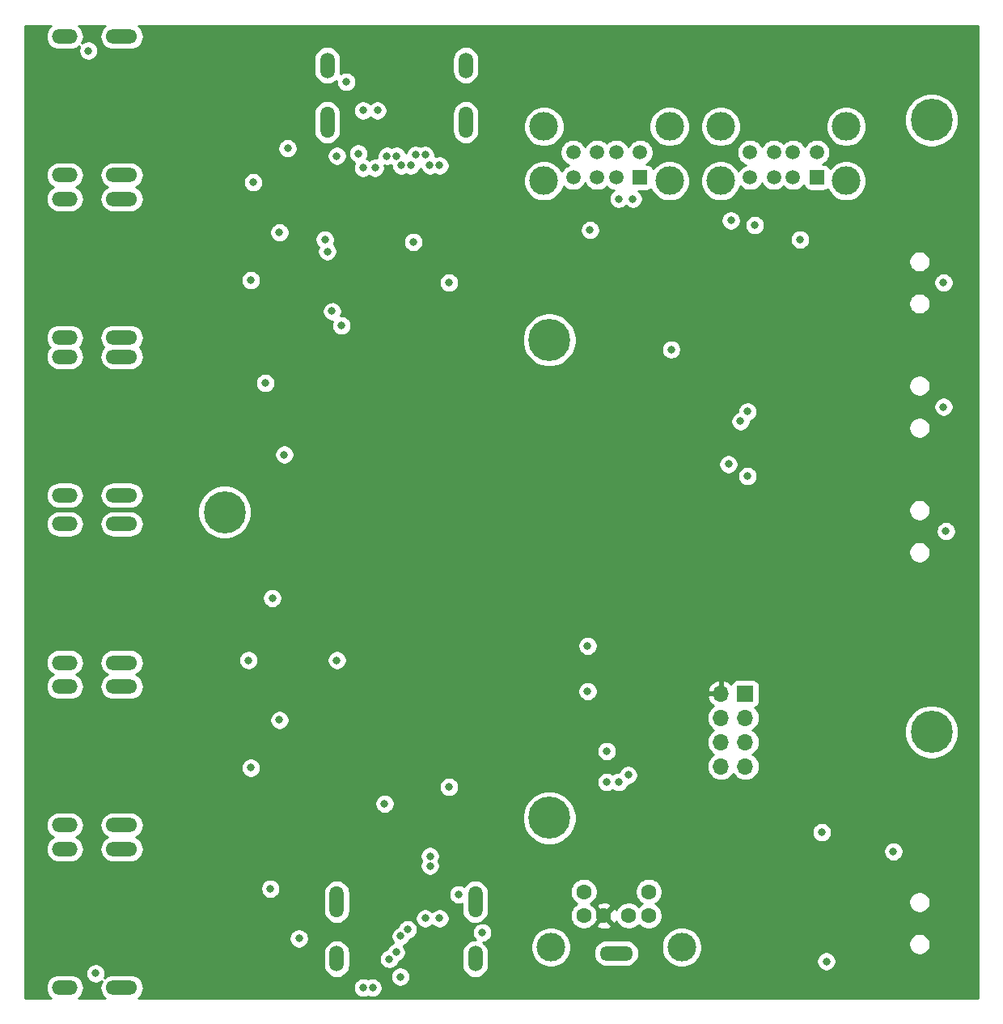
<source format=gbr>
G04 #@! TF.GenerationSoftware,KiCad,Pcbnew,5.1.2-f72e74a~84~ubuntu18.04.1*
G04 #@! TF.CreationDate,2019-07-30T17:28:06-04:00*
G04 #@! TF.ProjectId,kvm-base,6b766d2d-6261-4736-952e-6b696361645f,rev?*
G04 #@! TF.SameCoordinates,Original*
G04 #@! TF.FileFunction,Copper,L3,Inr*
G04 #@! TF.FilePolarity,Positive*
%FSLAX46Y46*%
G04 Gerber Fmt 4.6, Leading zero omitted, Abs format (unit mm)*
G04 Created by KiCad (PCBNEW 5.1.2-f72e74a~84~ubuntu18.04.1) date 2019-07-30 17:28:06*
%MOMM*%
%LPD*%
G04 APERTURE LIST*
%ADD10C,0.700000*%
%ADD11C,4.400000*%
%ADD12O,2.700000X1.500000*%
%ADD13O,3.300000X1.500000*%
%ADD14O,1.500000X2.700000*%
%ADD15O,1.500000X3.300000*%
%ADD16C,1.600000*%
%ADD17C,3.000000*%
%ADD18O,3.500000X1.500000*%
%ADD19R,1.700000X1.700000*%
%ADD20O,1.700000X1.700000*%
%ADD21R,1.500000X1.500000*%
%ADD22C,1.500000*%
%ADD23C,0.800000*%
%ADD24C,0.254000*%
G04 APERTURE END LIST*
D10*
X76166726Y-101833274D03*
X75000000Y-101350000D03*
X73833274Y-101833274D03*
X73350000Y-103000000D03*
X73833274Y-104166726D03*
X75000000Y-104650000D03*
X76166726Y-104166726D03*
X76650000Y-103000000D03*
D11*
X75000000Y-103000000D03*
X75000000Y-53000000D03*
D10*
X76650000Y-53000000D03*
X76166726Y-54166726D03*
X75000000Y-54650000D03*
X73833274Y-54166726D03*
X73350000Y-53000000D03*
X73833274Y-51833274D03*
X75000000Y-51350000D03*
X76166726Y-51833274D03*
X42166726Y-69833274D03*
X41000000Y-69350000D03*
X39833274Y-69833274D03*
X39350000Y-71000000D03*
X39833274Y-72166726D03*
X41000000Y-72650000D03*
X42166726Y-72166726D03*
X42650000Y-71000000D03*
D11*
X41000000Y-71000000D03*
X115000000Y-94000000D03*
D10*
X116650000Y-94000000D03*
X116166726Y-95166726D03*
X115000000Y-95650000D03*
X113833274Y-95166726D03*
X113350000Y-94000000D03*
X113833274Y-92833274D03*
X115000000Y-92350000D03*
X116166726Y-92833274D03*
X116166726Y-28833274D03*
X115000000Y-28350000D03*
X113833274Y-28833274D03*
X113350000Y-30000000D03*
X113833274Y-31166726D03*
X115000000Y-31650000D03*
X116166726Y-31166726D03*
X116650000Y-30000000D03*
D11*
X115000000Y-30000000D03*
D12*
X24280000Y-35750000D03*
X24280000Y-21250000D03*
D13*
X30240000Y-35750000D03*
X30240000Y-21250000D03*
D12*
X24280000Y-52750000D03*
X24280000Y-38250000D03*
D13*
X30240000Y-52750000D03*
X30240000Y-38250000D03*
D12*
X24280000Y-69250000D03*
X24280000Y-54750000D03*
D13*
X30240000Y-69250000D03*
X30240000Y-54750000D03*
D14*
X66250000Y-24280000D03*
X51750000Y-24280000D03*
D15*
X66250000Y-30240000D03*
X51750000Y-30240000D03*
D12*
X24280000Y-86750000D03*
X24280000Y-72250000D03*
D13*
X30240000Y-86750000D03*
X30240000Y-72250000D03*
D12*
X24280000Y-103750000D03*
X24280000Y-89250000D03*
D13*
X30240000Y-103750000D03*
X30240000Y-89250000D03*
D12*
X24280000Y-120750000D03*
X24280000Y-106250000D03*
D13*
X30240000Y-120750000D03*
X30240000Y-106250000D03*
D14*
X52750000Y-117720000D03*
X67250000Y-117720000D03*
D15*
X52750000Y-111760000D03*
X67250000Y-111760000D03*
D16*
X83300000Y-113220000D03*
X83300000Y-113220000D03*
X80700000Y-113220000D03*
X85400000Y-113220000D03*
X78600000Y-113220000D03*
X78600000Y-110720000D03*
X85400000Y-110720000D03*
D17*
X75150000Y-116500000D03*
X88850000Y-116500000D03*
D18*
X82000000Y-117150000D03*
D19*
X95500000Y-90000000D03*
D20*
X92960000Y-90000000D03*
X95500000Y-92540000D03*
X92960000Y-92540000D03*
X95500000Y-95080000D03*
X92960000Y-95080000D03*
X95500000Y-97620000D03*
X92960000Y-97620000D03*
D17*
X74430000Y-36350000D03*
X87570000Y-36350000D03*
D21*
X84500000Y-36000000D03*
D22*
X82000000Y-36000000D03*
X80000000Y-36000000D03*
X77500000Y-36000000D03*
D17*
X87570000Y-30670000D03*
X74430000Y-30670000D03*
D22*
X84500000Y-33380000D03*
X82000000Y-33380000D03*
X80000000Y-33380000D03*
X77500000Y-33380000D03*
X96000000Y-33380000D03*
X98500000Y-33380000D03*
X100500000Y-33380000D03*
X103000000Y-33380000D03*
D17*
X92930000Y-30670000D03*
X106070000Y-30670000D03*
D22*
X96000000Y-36000000D03*
X98500000Y-36000000D03*
X100500000Y-36000000D03*
D21*
X103000000Y-36000000D03*
D17*
X106070000Y-36350000D03*
X92930000Y-36350000D03*
D23*
X81000000Y-96000000D03*
X111000000Y-106500000D03*
X103500000Y-104500000D03*
X104000000Y-118000000D03*
X55000000Y-33500000D03*
X95000000Y-61500000D03*
X93750000Y-66000000D03*
X43750000Y-97750000D03*
X46750000Y-92750000D03*
X43750000Y-46750000D03*
X46750000Y-41750000D03*
X116500000Y-73000000D03*
X116250000Y-60000000D03*
X116250000Y-47000000D03*
X101250000Y-42500000D03*
X82250000Y-38250000D03*
X94000000Y-40500000D03*
X52750000Y-86500000D03*
X44000000Y-36500000D03*
X47600000Y-32950000D03*
X60750000Y-42750000D03*
X64500000Y-47000000D03*
X43500000Y-86500000D03*
X46000000Y-80000000D03*
X47250000Y-65000000D03*
X45250000Y-57500000D03*
X64500000Y-99750000D03*
X57750000Y-101500000D03*
X59400000Y-119600000D03*
X45800000Y-110400000D03*
X48800000Y-115600000D03*
X67976472Y-114976472D03*
X96500000Y-41000000D03*
X79250000Y-41500000D03*
X83750000Y-38250000D03*
X87750000Y-54000000D03*
X53750000Y-26000000D03*
X81000000Y-97500000D03*
X109500000Y-105000000D03*
X90750000Y-65750000D03*
X65000000Y-62250000D03*
X64500000Y-80000000D03*
X43750000Y-99250000D03*
X46750000Y-101250000D03*
X49750000Y-101250000D03*
X52250000Y-99750000D03*
X52250000Y-96750000D03*
X47000000Y-94250000D03*
X43750000Y-48250000D03*
X46750000Y-50250000D03*
X49750000Y-50250000D03*
X52250000Y-48750000D03*
X52250000Y-45750000D03*
X47000000Y-43250000D03*
X41000000Y-51250000D03*
X41000000Y-102250000D03*
X83250000Y-98500000D03*
X81000000Y-99250000D03*
X82250000Y-99250000D03*
X27500000Y-119250000D03*
X26750000Y-22750000D03*
X57000000Y-29000000D03*
X56750000Y-35000000D03*
X55500000Y-29000000D03*
X55500000Y-35000000D03*
X52750000Y-33750000D03*
X65500000Y-111000000D03*
X63500000Y-113500000D03*
X62000000Y-113500000D03*
X52250000Y-50000000D03*
X51500000Y-42500000D03*
X53250000Y-51500000D03*
X51750000Y-43750000D03*
X79000000Y-89750000D03*
X79000000Y-85000000D03*
X95750000Y-67250000D03*
X95750000Y-60500000D03*
X57998400Y-33750000D03*
X59001600Y-33750000D03*
X59498400Y-34760983D03*
X60501600Y-34760983D03*
X60998400Y-33643896D03*
X62001600Y-33643896D03*
X62498400Y-34750000D03*
X63501600Y-34750000D03*
X62500000Y-108001600D03*
X62500000Y-106998400D03*
X60154685Y-114645315D03*
X59445315Y-115354685D03*
X58954685Y-117045315D03*
X58245315Y-117754685D03*
X56501600Y-120750000D03*
X55498400Y-120750000D03*
D24*
G36*
X22695919Y-20265919D02*
G01*
X22522843Y-20476812D01*
X22394236Y-20717419D01*
X22315040Y-20978493D01*
X22288299Y-21250000D01*
X22315040Y-21521507D01*
X22394236Y-21782581D01*
X22522843Y-22023188D01*
X22695919Y-22234081D01*
X22906812Y-22407157D01*
X23147419Y-22535764D01*
X23408493Y-22614960D01*
X23611963Y-22635000D01*
X24948037Y-22635000D01*
X25151507Y-22614960D01*
X25412581Y-22535764D01*
X25653188Y-22407157D01*
X25832787Y-22259763D01*
X25754774Y-22448102D01*
X25715000Y-22648061D01*
X25715000Y-22851939D01*
X25754774Y-23051898D01*
X25832795Y-23240256D01*
X25946063Y-23409774D01*
X26090226Y-23553937D01*
X26259744Y-23667205D01*
X26448102Y-23745226D01*
X26648061Y-23785000D01*
X26851939Y-23785000D01*
X27051898Y-23745226D01*
X27240256Y-23667205D01*
X27322930Y-23611964D01*
X50365000Y-23611964D01*
X50365000Y-24948037D01*
X50385040Y-25151507D01*
X50464236Y-25412581D01*
X50592844Y-25653188D01*
X50765920Y-25864081D01*
X50976813Y-26037157D01*
X51217420Y-26165764D01*
X51478494Y-26244960D01*
X51750000Y-26271701D01*
X52021507Y-26244960D01*
X52282581Y-26165764D01*
X52523188Y-26037157D01*
X52719355Y-25876166D01*
X52715000Y-25898061D01*
X52715000Y-26101939D01*
X52754774Y-26301898D01*
X52832795Y-26490256D01*
X52946063Y-26659774D01*
X53090226Y-26803937D01*
X53259744Y-26917205D01*
X53448102Y-26995226D01*
X53648061Y-27035000D01*
X53851939Y-27035000D01*
X54051898Y-26995226D01*
X54240256Y-26917205D01*
X54409774Y-26803937D01*
X54553937Y-26659774D01*
X54667205Y-26490256D01*
X54745226Y-26301898D01*
X54785000Y-26101939D01*
X54785000Y-25898061D01*
X54745226Y-25698102D01*
X54667205Y-25509744D01*
X54553937Y-25340226D01*
X54409774Y-25196063D01*
X54240256Y-25082795D01*
X54051898Y-25004774D01*
X53851939Y-24965000D01*
X53648061Y-24965000D01*
X53448102Y-25004774D01*
X53259744Y-25082795D01*
X53104296Y-25186662D01*
X53114960Y-25151507D01*
X53135000Y-24948037D01*
X53135000Y-23611964D01*
X64865000Y-23611964D01*
X64865000Y-24948037D01*
X64885040Y-25151507D01*
X64964236Y-25412581D01*
X65092844Y-25653188D01*
X65265920Y-25864081D01*
X65476813Y-26037157D01*
X65717420Y-26165764D01*
X65978494Y-26244960D01*
X66250000Y-26271701D01*
X66521507Y-26244960D01*
X66782581Y-26165764D01*
X67023188Y-26037157D01*
X67234081Y-25864081D01*
X67407157Y-25653188D01*
X67535764Y-25412581D01*
X67614960Y-25151507D01*
X67635000Y-24948037D01*
X67635000Y-23611963D01*
X67614960Y-23408493D01*
X67535764Y-23147419D01*
X67407157Y-22906812D01*
X67234080Y-22695919D01*
X67023187Y-22522843D01*
X66782580Y-22394236D01*
X66521506Y-22315040D01*
X66250000Y-22288299D01*
X65978493Y-22315040D01*
X65717419Y-22394236D01*
X65476812Y-22522843D01*
X65265919Y-22695920D01*
X65092843Y-22906813D01*
X64964236Y-23147420D01*
X64885040Y-23408494D01*
X64865000Y-23611964D01*
X53135000Y-23611964D01*
X53135000Y-23611963D01*
X53114960Y-23408493D01*
X53035764Y-23147419D01*
X52907157Y-22906812D01*
X52734080Y-22695919D01*
X52523187Y-22522843D01*
X52282580Y-22394236D01*
X52021506Y-22315040D01*
X51750000Y-22288299D01*
X51478493Y-22315040D01*
X51217419Y-22394236D01*
X50976812Y-22522843D01*
X50765919Y-22695920D01*
X50592843Y-22906813D01*
X50464236Y-23147420D01*
X50385040Y-23408494D01*
X50365000Y-23611964D01*
X27322930Y-23611964D01*
X27409774Y-23553937D01*
X27553937Y-23409774D01*
X27667205Y-23240256D01*
X27745226Y-23051898D01*
X27785000Y-22851939D01*
X27785000Y-22648061D01*
X27745226Y-22448102D01*
X27667205Y-22259744D01*
X27553937Y-22090226D01*
X27409774Y-21946063D01*
X27240256Y-21832795D01*
X27051898Y-21754774D01*
X26851939Y-21715000D01*
X26648061Y-21715000D01*
X26448102Y-21754774D01*
X26259744Y-21832795D01*
X26090226Y-21946063D01*
X26064780Y-21971509D01*
X26165764Y-21782581D01*
X26244960Y-21521507D01*
X26271701Y-21250000D01*
X26244960Y-20978493D01*
X26165764Y-20717419D01*
X26037157Y-20476812D01*
X25864081Y-20265919D01*
X25694808Y-20127000D01*
X28525192Y-20127000D01*
X28355919Y-20265919D01*
X28182843Y-20476812D01*
X28054236Y-20717419D01*
X27975040Y-20978493D01*
X27948299Y-21250000D01*
X27975040Y-21521507D01*
X28054236Y-21782581D01*
X28182843Y-22023188D01*
X28355919Y-22234081D01*
X28566812Y-22407157D01*
X28807419Y-22535764D01*
X29068493Y-22614960D01*
X29271963Y-22635000D01*
X31208037Y-22635000D01*
X31411507Y-22614960D01*
X31672581Y-22535764D01*
X31913188Y-22407157D01*
X32124081Y-22234081D01*
X32297157Y-22023188D01*
X32425764Y-21782581D01*
X32504960Y-21521507D01*
X32531701Y-21250000D01*
X32504960Y-20978493D01*
X32425764Y-20717419D01*
X32297157Y-20476812D01*
X32124081Y-20265919D01*
X31954808Y-20127000D01*
X119873000Y-20127000D01*
X119873000Y-121873000D01*
X31954808Y-121873000D01*
X32124081Y-121734081D01*
X32297157Y-121523188D01*
X32425764Y-121282581D01*
X32504960Y-121021507D01*
X32531701Y-120750000D01*
X32521661Y-120648061D01*
X54463400Y-120648061D01*
X54463400Y-120851939D01*
X54503174Y-121051898D01*
X54581195Y-121240256D01*
X54694463Y-121409774D01*
X54838626Y-121553937D01*
X55008144Y-121667205D01*
X55196502Y-121745226D01*
X55396461Y-121785000D01*
X55600339Y-121785000D01*
X55800298Y-121745226D01*
X55988656Y-121667205D01*
X56000000Y-121659625D01*
X56011344Y-121667205D01*
X56199702Y-121745226D01*
X56399661Y-121785000D01*
X56603539Y-121785000D01*
X56803498Y-121745226D01*
X56991856Y-121667205D01*
X57161374Y-121553937D01*
X57305537Y-121409774D01*
X57418805Y-121240256D01*
X57496826Y-121051898D01*
X57536600Y-120851939D01*
X57536600Y-120648061D01*
X57496826Y-120448102D01*
X57418805Y-120259744D01*
X57305537Y-120090226D01*
X57161374Y-119946063D01*
X56991856Y-119832795D01*
X56803498Y-119754774D01*
X56603539Y-119715000D01*
X56399661Y-119715000D01*
X56199702Y-119754774D01*
X56011344Y-119832795D01*
X56000000Y-119840375D01*
X55988656Y-119832795D01*
X55800298Y-119754774D01*
X55600339Y-119715000D01*
X55396461Y-119715000D01*
X55196502Y-119754774D01*
X55008144Y-119832795D01*
X54838626Y-119946063D01*
X54694463Y-120090226D01*
X54581195Y-120259744D01*
X54503174Y-120448102D01*
X54463400Y-120648061D01*
X32521661Y-120648061D01*
X32504960Y-120478493D01*
X32425764Y-120217419D01*
X32297157Y-119976812D01*
X32124081Y-119765919D01*
X31913188Y-119592843D01*
X31672581Y-119464236D01*
X31411507Y-119385040D01*
X31208037Y-119365000D01*
X29271963Y-119365000D01*
X29068493Y-119385040D01*
X28807419Y-119464236D01*
X28566812Y-119592843D01*
X28432663Y-119702936D01*
X28495226Y-119551898D01*
X28535000Y-119351939D01*
X28535000Y-119148061D01*
X28495226Y-118948102D01*
X28417205Y-118759744D01*
X28303937Y-118590226D01*
X28159774Y-118446063D01*
X27990256Y-118332795D01*
X27801898Y-118254774D01*
X27601939Y-118215000D01*
X27398061Y-118215000D01*
X27198102Y-118254774D01*
X27009744Y-118332795D01*
X26840226Y-118446063D01*
X26696063Y-118590226D01*
X26582795Y-118759744D01*
X26504774Y-118948102D01*
X26465000Y-119148061D01*
X26465000Y-119351939D01*
X26504774Y-119551898D01*
X26582795Y-119740256D01*
X26696063Y-119909774D01*
X26840226Y-120053937D01*
X27009744Y-120167205D01*
X27198102Y-120245226D01*
X27398061Y-120285000D01*
X27601939Y-120285000D01*
X27801898Y-120245226D01*
X27990256Y-120167205D01*
X28131532Y-120072807D01*
X28054236Y-120217419D01*
X27975040Y-120478493D01*
X27948299Y-120750000D01*
X27975040Y-121021507D01*
X28054236Y-121282581D01*
X28182843Y-121523188D01*
X28355919Y-121734081D01*
X28525192Y-121873000D01*
X25694808Y-121873000D01*
X25864081Y-121734081D01*
X26037157Y-121523188D01*
X26165764Y-121282581D01*
X26244960Y-121021507D01*
X26271701Y-120750000D01*
X26244960Y-120478493D01*
X26165764Y-120217419D01*
X26037157Y-119976812D01*
X25864081Y-119765919D01*
X25653188Y-119592843D01*
X25412581Y-119464236D01*
X25151507Y-119385040D01*
X24948037Y-119365000D01*
X23611963Y-119365000D01*
X23408493Y-119385040D01*
X23147419Y-119464236D01*
X22906812Y-119592843D01*
X22695919Y-119765919D01*
X22522843Y-119976812D01*
X22394236Y-120217419D01*
X22315040Y-120478493D01*
X22288299Y-120750000D01*
X22315040Y-121021507D01*
X22394236Y-121282581D01*
X22522843Y-121523188D01*
X22695919Y-121734081D01*
X22865192Y-121873000D01*
X20127000Y-121873000D01*
X20127000Y-117051963D01*
X51365000Y-117051963D01*
X51365000Y-118388036D01*
X51385040Y-118591506D01*
X51464236Y-118852580D01*
X51592843Y-119093187D01*
X51765919Y-119304080D01*
X51976812Y-119477157D01*
X52217419Y-119605764D01*
X52478493Y-119684960D01*
X52750000Y-119711701D01*
X53021506Y-119684960D01*
X53282580Y-119605764D01*
X53484078Y-119498061D01*
X58365000Y-119498061D01*
X58365000Y-119701939D01*
X58404774Y-119901898D01*
X58482795Y-120090256D01*
X58596063Y-120259774D01*
X58740226Y-120403937D01*
X58909744Y-120517205D01*
X59098102Y-120595226D01*
X59298061Y-120635000D01*
X59501939Y-120635000D01*
X59701898Y-120595226D01*
X59890256Y-120517205D01*
X60059774Y-120403937D01*
X60203937Y-120259774D01*
X60317205Y-120090256D01*
X60395226Y-119901898D01*
X60435000Y-119701939D01*
X60435000Y-119498061D01*
X60395226Y-119298102D01*
X60317205Y-119109744D01*
X60203937Y-118940226D01*
X60059774Y-118796063D01*
X59890256Y-118682795D01*
X59701898Y-118604774D01*
X59501939Y-118565000D01*
X59298061Y-118565000D01*
X59098102Y-118604774D01*
X58909744Y-118682795D01*
X58740226Y-118796063D01*
X58596063Y-118940226D01*
X58482795Y-119109744D01*
X58404774Y-119298102D01*
X58365000Y-119498061D01*
X53484078Y-119498061D01*
X53523187Y-119477157D01*
X53734080Y-119304081D01*
X53907157Y-119093188D01*
X54035764Y-118852581D01*
X54114960Y-118591507D01*
X54135000Y-118388037D01*
X54135000Y-117652746D01*
X57210315Y-117652746D01*
X57210315Y-117856624D01*
X57250089Y-118056583D01*
X57328110Y-118244941D01*
X57441378Y-118414459D01*
X57585541Y-118558622D01*
X57755059Y-118671890D01*
X57943417Y-118749911D01*
X58143376Y-118789685D01*
X58347254Y-118789685D01*
X58547213Y-118749911D01*
X58735571Y-118671890D01*
X58905089Y-118558622D01*
X59049252Y-118414459D01*
X59162520Y-118244941D01*
X59240541Y-118056583D01*
X59243203Y-118043203D01*
X59256583Y-118040541D01*
X59444941Y-117962520D01*
X59614459Y-117849252D01*
X59758622Y-117705089D01*
X59871890Y-117535571D01*
X59949911Y-117347213D01*
X59989685Y-117147254D01*
X59989685Y-117051963D01*
X65865000Y-117051963D01*
X65865000Y-118388036D01*
X65885040Y-118591506D01*
X65964236Y-118852580D01*
X66092843Y-119093187D01*
X66265919Y-119304080D01*
X66476812Y-119477157D01*
X66717419Y-119605764D01*
X66978493Y-119684960D01*
X67250000Y-119711701D01*
X67521506Y-119684960D01*
X67782580Y-119605764D01*
X68023187Y-119477157D01*
X68234080Y-119304081D01*
X68407157Y-119093188D01*
X68535764Y-118852581D01*
X68614960Y-118591507D01*
X68635000Y-118388037D01*
X68635000Y-117051963D01*
X68614960Y-116848493D01*
X68535764Y-116587419D01*
X68407157Y-116346812D01*
X68360304Y-116289721D01*
X73015000Y-116289721D01*
X73015000Y-116710279D01*
X73097047Y-117122756D01*
X73257988Y-117511302D01*
X73491637Y-117860983D01*
X73789017Y-118158363D01*
X74138698Y-118392012D01*
X74527244Y-118552953D01*
X74939721Y-118635000D01*
X75360279Y-118635000D01*
X75772756Y-118552953D01*
X76161302Y-118392012D01*
X76510983Y-118158363D01*
X76808363Y-117860983D01*
X77042012Y-117511302D01*
X77191668Y-117150000D01*
X79608299Y-117150000D01*
X79635040Y-117421507D01*
X79714236Y-117682581D01*
X79842843Y-117923188D01*
X80015919Y-118134081D01*
X80226812Y-118307157D01*
X80467419Y-118435764D01*
X80728493Y-118514960D01*
X80931963Y-118535000D01*
X83068037Y-118535000D01*
X83271507Y-118514960D01*
X83532581Y-118435764D01*
X83773188Y-118307157D01*
X83984081Y-118134081D01*
X84157157Y-117923188D01*
X84285764Y-117682581D01*
X84364960Y-117421507D01*
X84391701Y-117150000D01*
X84364960Y-116878493D01*
X84285764Y-116617419D01*
X84157157Y-116376812D01*
X84085684Y-116289721D01*
X86715000Y-116289721D01*
X86715000Y-116710279D01*
X86797047Y-117122756D01*
X86957988Y-117511302D01*
X87191637Y-117860983D01*
X87489017Y-118158363D01*
X87838698Y-118392012D01*
X88227244Y-118552953D01*
X88639721Y-118635000D01*
X89060279Y-118635000D01*
X89472756Y-118552953D01*
X89861302Y-118392012D01*
X90210983Y-118158363D01*
X90471285Y-117898061D01*
X102965000Y-117898061D01*
X102965000Y-118101939D01*
X103004774Y-118301898D01*
X103082795Y-118490256D01*
X103196063Y-118659774D01*
X103340226Y-118803937D01*
X103509744Y-118917205D01*
X103698102Y-118995226D01*
X103898061Y-119035000D01*
X104101939Y-119035000D01*
X104301898Y-118995226D01*
X104490256Y-118917205D01*
X104659774Y-118803937D01*
X104803937Y-118659774D01*
X104917205Y-118490256D01*
X104995226Y-118301898D01*
X105035000Y-118101939D01*
X105035000Y-117898061D01*
X104995226Y-117698102D01*
X104917205Y-117509744D01*
X104803937Y-117340226D01*
X104659774Y-117196063D01*
X104490256Y-117082795D01*
X104301898Y-117004774D01*
X104101939Y-116965000D01*
X103898061Y-116965000D01*
X103698102Y-117004774D01*
X103509744Y-117082795D01*
X103340226Y-117196063D01*
X103196063Y-117340226D01*
X103082795Y-117509744D01*
X103004774Y-117698102D01*
X102965000Y-117898061D01*
X90471285Y-117898061D01*
X90508363Y-117860983D01*
X90742012Y-117511302D01*
X90902953Y-117122756D01*
X90985000Y-116710279D01*
X90985000Y-116289721D01*
X90944918Y-116088212D01*
X112615000Y-116088212D01*
X112615000Y-116311788D01*
X112658617Y-116531067D01*
X112744176Y-116737624D01*
X112868388Y-116923520D01*
X113026480Y-117081612D01*
X113212376Y-117205824D01*
X113418933Y-117291383D01*
X113638212Y-117335000D01*
X113861788Y-117335000D01*
X114081067Y-117291383D01*
X114287624Y-117205824D01*
X114473520Y-117081612D01*
X114631612Y-116923520D01*
X114755824Y-116737624D01*
X114841383Y-116531067D01*
X114885000Y-116311788D01*
X114885000Y-116088212D01*
X114841383Y-115868933D01*
X114755824Y-115662376D01*
X114631612Y-115476480D01*
X114473520Y-115318388D01*
X114287624Y-115194176D01*
X114081067Y-115108617D01*
X113861788Y-115065000D01*
X113638212Y-115065000D01*
X113418933Y-115108617D01*
X113212376Y-115194176D01*
X113026480Y-115318388D01*
X112868388Y-115476480D01*
X112744176Y-115662376D01*
X112658617Y-115868933D01*
X112615000Y-116088212D01*
X90944918Y-116088212D01*
X90902953Y-115877244D01*
X90742012Y-115488698D01*
X90508363Y-115139017D01*
X90210983Y-114841637D01*
X89861302Y-114607988D01*
X89472756Y-114447047D01*
X89060279Y-114365000D01*
X88639721Y-114365000D01*
X88227244Y-114447047D01*
X87838698Y-114607988D01*
X87489017Y-114841637D01*
X87191637Y-115139017D01*
X86957988Y-115488698D01*
X86797047Y-115877244D01*
X86715000Y-116289721D01*
X84085684Y-116289721D01*
X83984081Y-116165919D01*
X83773188Y-115992843D01*
X83532581Y-115864236D01*
X83271507Y-115785040D01*
X83068037Y-115765000D01*
X80931963Y-115765000D01*
X80728493Y-115785040D01*
X80467419Y-115864236D01*
X80226812Y-115992843D01*
X80015919Y-116165919D01*
X79842843Y-116376812D01*
X79714236Y-116617419D01*
X79635040Y-116878493D01*
X79608299Y-117150000D01*
X77191668Y-117150000D01*
X77202953Y-117122756D01*
X77285000Y-116710279D01*
X77285000Y-116289721D01*
X77202953Y-115877244D01*
X77042012Y-115488698D01*
X76808363Y-115139017D01*
X76510983Y-114841637D01*
X76161302Y-114607988D01*
X75772756Y-114447047D01*
X75360279Y-114365000D01*
X74939721Y-114365000D01*
X74527244Y-114447047D01*
X74138698Y-114607988D01*
X73789017Y-114841637D01*
X73491637Y-115139017D01*
X73257988Y-115488698D01*
X73097047Y-115877244D01*
X73015000Y-116289721D01*
X68360304Y-116289721D01*
X68234081Y-116135919D01*
X68081656Y-116010827D01*
X68278370Y-115971698D01*
X68466728Y-115893677D01*
X68636246Y-115780409D01*
X68780409Y-115636246D01*
X68893677Y-115466728D01*
X68971698Y-115278370D01*
X69011472Y-115078411D01*
X69011472Y-114874533D01*
X68971698Y-114674574D01*
X68893677Y-114486216D01*
X68780409Y-114316698D01*
X68636246Y-114172535D01*
X68466728Y-114059267D01*
X68278370Y-113981246D01*
X68078411Y-113941472D01*
X67874533Y-113941472D01*
X67674574Y-113981246D01*
X67486216Y-114059267D01*
X67316698Y-114172535D01*
X67172535Y-114316698D01*
X67059267Y-114486216D01*
X66981246Y-114674574D01*
X66941472Y-114874533D01*
X66941472Y-115078411D01*
X66981246Y-115278370D01*
X67059267Y-115466728D01*
X67172535Y-115636246D01*
X67266182Y-115729893D01*
X67250000Y-115728299D01*
X66978494Y-115755040D01*
X66717420Y-115834236D01*
X66476813Y-115962843D01*
X66265920Y-116135919D01*
X66092844Y-116346812D01*
X65964236Y-116587419D01*
X65885040Y-116848493D01*
X65865000Y-117051963D01*
X59989685Y-117051963D01*
X59989685Y-116943376D01*
X59949911Y-116743417D01*
X59871890Y-116555059D01*
X59758622Y-116385541D01*
X59727010Y-116353929D01*
X59747213Y-116349911D01*
X59935571Y-116271890D01*
X60105089Y-116158622D01*
X60249252Y-116014459D01*
X60362520Y-115844941D01*
X60440541Y-115656583D01*
X60443203Y-115643203D01*
X60456583Y-115640541D01*
X60644941Y-115562520D01*
X60814459Y-115449252D01*
X60958622Y-115305089D01*
X61071890Y-115135571D01*
X61149911Y-114947213D01*
X61189685Y-114747254D01*
X61189685Y-114543376D01*
X61149911Y-114343417D01*
X61071890Y-114155059D01*
X60958622Y-113985541D01*
X60814459Y-113841378D01*
X60644941Y-113728110D01*
X60456583Y-113650089D01*
X60256624Y-113610315D01*
X60052746Y-113610315D01*
X59852787Y-113650089D01*
X59664429Y-113728110D01*
X59494911Y-113841378D01*
X59350748Y-113985541D01*
X59237480Y-114155059D01*
X59159459Y-114343417D01*
X59156797Y-114356797D01*
X59143417Y-114359459D01*
X58955059Y-114437480D01*
X58785541Y-114550748D01*
X58641378Y-114694911D01*
X58528110Y-114864429D01*
X58450089Y-115052787D01*
X58410315Y-115252746D01*
X58410315Y-115456624D01*
X58450089Y-115656583D01*
X58528110Y-115844941D01*
X58641378Y-116014459D01*
X58672990Y-116046071D01*
X58652787Y-116050089D01*
X58464429Y-116128110D01*
X58294911Y-116241378D01*
X58150748Y-116385541D01*
X58037480Y-116555059D01*
X57959459Y-116743417D01*
X57956797Y-116756797D01*
X57943417Y-116759459D01*
X57755059Y-116837480D01*
X57585541Y-116950748D01*
X57441378Y-117094911D01*
X57328110Y-117264429D01*
X57250089Y-117452787D01*
X57210315Y-117652746D01*
X54135000Y-117652746D01*
X54135000Y-117051963D01*
X54114960Y-116848493D01*
X54035764Y-116587419D01*
X53907157Y-116346812D01*
X53734081Y-116135919D01*
X53523188Y-115962843D01*
X53282581Y-115834236D01*
X53021507Y-115755040D01*
X52750000Y-115728299D01*
X52478494Y-115755040D01*
X52217420Y-115834236D01*
X51976813Y-115962843D01*
X51765920Y-116135919D01*
X51592844Y-116346812D01*
X51464236Y-116587419D01*
X51385040Y-116848493D01*
X51365000Y-117051963D01*
X20127000Y-117051963D01*
X20127000Y-115498061D01*
X47765000Y-115498061D01*
X47765000Y-115701939D01*
X47804774Y-115901898D01*
X47882795Y-116090256D01*
X47996063Y-116259774D01*
X48140226Y-116403937D01*
X48309744Y-116517205D01*
X48498102Y-116595226D01*
X48698061Y-116635000D01*
X48901939Y-116635000D01*
X49101898Y-116595226D01*
X49290256Y-116517205D01*
X49459774Y-116403937D01*
X49603937Y-116259774D01*
X49717205Y-116090256D01*
X49795226Y-115901898D01*
X49835000Y-115701939D01*
X49835000Y-115498061D01*
X49795226Y-115298102D01*
X49717205Y-115109744D01*
X49603937Y-114940226D01*
X49459774Y-114796063D01*
X49290256Y-114682795D01*
X49101898Y-114604774D01*
X48901939Y-114565000D01*
X48698061Y-114565000D01*
X48498102Y-114604774D01*
X48309744Y-114682795D01*
X48140226Y-114796063D01*
X47996063Y-114940226D01*
X47882795Y-115109744D01*
X47804774Y-115298102D01*
X47765000Y-115498061D01*
X20127000Y-115498061D01*
X20127000Y-110298061D01*
X44765000Y-110298061D01*
X44765000Y-110501939D01*
X44804774Y-110701898D01*
X44882795Y-110890256D01*
X44996063Y-111059774D01*
X45140226Y-111203937D01*
X45309744Y-111317205D01*
X45498102Y-111395226D01*
X45698061Y-111435000D01*
X45901939Y-111435000D01*
X46101898Y-111395226D01*
X46290256Y-111317205D01*
X46459774Y-111203937D01*
X46603937Y-111059774D01*
X46717205Y-110890256D01*
X46757919Y-110791963D01*
X51365000Y-110791963D01*
X51365000Y-112728036D01*
X51385040Y-112931506D01*
X51464236Y-113192580D01*
X51592843Y-113433187D01*
X51765919Y-113644080D01*
X51976812Y-113817157D01*
X52217419Y-113945764D01*
X52478493Y-114024960D01*
X52750000Y-114051701D01*
X53021506Y-114024960D01*
X53282580Y-113945764D01*
X53523187Y-113817157D01*
X53734080Y-113644081D01*
X53907157Y-113433188D01*
X53925932Y-113398061D01*
X60965000Y-113398061D01*
X60965000Y-113601939D01*
X61004774Y-113801898D01*
X61082795Y-113990256D01*
X61196063Y-114159774D01*
X61340226Y-114303937D01*
X61509744Y-114417205D01*
X61698102Y-114495226D01*
X61898061Y-114535000D01*
X62101939Y-114535000D01*
X62301898Y-114495226D01*
X62490256Y-114417205D01*
X62659774Y-114303937D01*
X62750000Y-114213711D01*
X62840226Y-114303937D01*
X63009744Y-114417205D01*
X63198102Y-114495226D01*
X63398061Y-114535000D01*
X63601939Y-114535000D01*
X63801898Y-114495226D01*
X63990256Y-114417205D01*
X64159774Y-114303937D01*
X64303937Y-114159774D01*
X64417205Y-113990256D01*
X64495226Y-113801898D01*
X64535000Y-113601939D01*
X64535000Y-113398061D01*
X64495226Y-113198102D01*
X64417205Y-113009744D01*
X64303937Y-112840226D01*
X64159774Y-112696063D01*
X63990256Y-112582795D01*
X63801898Y-112504774D01*
X63601939Y-112465000D01*
X63398061Y-112465000D01*
X63198102Y-112504774D01*
X63009744Y-112582795D01*
X62840226Y-112696063D01*
X62750000Y-112786289D01*
X62659774Y-112696063D01*
X62490256Y-112582795D01*
X62301898Y-112504774D01*
X62101939Y-112465000D01*
X61898061Y-112465000D01*
X61698102Y-112504774D01*
X61509744Y-112582795D01*
X61340226Y-112696063D01*
X61196063Y-112840226D01*
X61082795Y-113009744D01*
X61004774Y-113198102D01*
X60965000Y-113398061D01*
X53925932Y-113398061D01*
X54035764Y-113192581D01*
X54114960Y-112931507D01*
X54135000Y-112728037D01*
X54135000Y-110898061D01*
X64465000Y-110898061D01*
X64465000Y-111101939D01*
X64504774Y-111301898D01*
X64582795Y-111490256D01*
X64696063Y-111659774D01*
X64840226Y-111803937D01*
X65009744Y-111917205D01*
X65198102Y-111995226D01*
X65398061Y-112035000D01*
X65601939Y-112035000D01*
X65801898Y-111995226D01*
X65865000Y-111969088D01*
X65865000Y-112728036D01*
X65885040Y-112931506D01*
X65964236Y-113192580D01*
X66092843Y-113433187D01*
X66265919Y-113644080D01*
X66476812Y-113817157D01*
X66717419Y-113945764D01*
X66978493Y-114024960D01*
X67250000Y-114051701D01*
X67521506Y-114024960D01*
X67782580Y-113945764D01*
X68023187Y-113817157D01*
X68234080Y-113644081D01*
X68407157Y-113433188D01*
X68535764Y-113192581D01*
X68614960Y-112931507D01*
X68635000Y-112728037D01*
X68635000Y-110791963D01*
X68614960Y-110588493D01*
X68611979Y-110578665D01*
X77165000Y-110578665D01*
X77165000Y-110861335D01*
X77220147Y-111138574D01*
X77328320Y-111399727D01*
X77485363Y-111634759D01*
X77685241Y-111834637D01*
X77887827Y-111970000D01*
X77685241Y-112105363D01*
X77485363Y-112305241D01*
X77328320Y-112540273D01*
X77220147Y-112801426D01*
X77165000Y-113078665D01*
X77165000Y-113361335D01*
X77220147Y-113638574D01*
X77328320Y-113899727D01*
X77485363Y-114134759D01*
X77685241Y-114334637D01*
X77920273Y-114491680D01*
X78181426Y-114599853D01*
X78458665Y-114655000D01*
X78741335Y-114655000D01*
X79018574Y-114599853D01*
X79279727Y-114491680D01*
X79514759Y-114334637D01*
X79636694Y-114212702D01*
X79886903Y-114212702D01*
X79958486Y-114456671D01*
X80213996Y-114577571D01*
X80488184Y-114646300D01*
X80770512Y-114660217D01*
X81050130Y-114618787D01*
X81316292Y-114523603D01*
X81441514Y-114456671D01*
X81513097Y-114212702D01*
X80700000Y-113399605D01*
X79886903Y-114212702D01*
X79636694Y-114212702D01*
X79714637Y-114134759D01*
X79871680Y-113899727D01*
X79893609Y-113846786D01*
X80520395Y-113220000D01*
X80879605Y-113220000D01*
X81692702Y-114033097D01*
X81936671Y-113961514D01*
X81999187Y-113829393D01*
X82028320Y-113899727D01*
X82185363Y-114134759D01*
X82385241Y-114334637D01*
X82620273Y-114491680D01*
X82881426Y-114599853D01*
X83158665Y-114655000D01*
X83441335Y-114655000D01*
X83718574Y-114599853D01*
X83979727Y-114491680D01*
X84214759Y-114334637D01*
X84350000Y-114199396D01*
X84485241Y-114334637D01*
X84720273Y-114491680D01*
X84981426Y-114599853D01*
X85258665Y-114655000D01*
X85541335Y-114655000D01*
X85818574Y-114599853D01*
X86079727Y-114491680D01*
X86314759Y-114334637D01*
X86514637Y-114134759D01*
X86671680Y-113899727D01*
X86779853Y-113638574D01*
X86835000Y-113361335D01*
X86835000Y-113078665D01*
X86779853Y-112801426D01*
X86671680Y-112540273D01*
X86514637Y-112305241D01*
X86314759Y-112105363D01*
X86112173Y-111970000D01*
X86314759Y-111834637D01*
X86461184Y-111688212D01*
X112615000Y-111688212D01*
X112615000Y-111911788D01*
X112658617Y-112131067D01*
X112744176Y-112337624D01*
X112868388Y-112523520D01*
X113026480Y-112681612D01*
X113212376Y-112805824D01*
X113418933Y-112891383D01*
X113638212Y-112935000D01*
X113861788Y-112935000D01*
X114081067Y-112891383D01*
X114287624Y-112805824D01*
X114473520Y-112681612D01*
X114631612Y-112523520D01*
X114755824Y-112337624D01*
X114841383Y-112131067D01*
X114885000Y-111911788D01*
X114885000Y-111688212D01*
X114841383Y-111468933D01*
X114755824Y-111262376D01*
X114631612Y-111076480D01*
X114473520Y-110918388D01*
X114287624Y-110794176D01*
X114081067Y-110708617D01*
X113861788Y-110665000D01*
X113638212Y-110665000D01*
X113418933Y-110708617D01*
X113212376Y-110794176D01*
X113026480Y-110918388D01*
X112868388Y-111076480D01*
X112744176Y-111262376D01*
X112658617Y-111468933D01*
X112615000Y-111688212D01*
X86461184Y-111688212D01*
X86514637Y-111634759D01*
X86671680Y-111399727D01*
X86779853Y-111138574D01*
X86835000Y-110861335D01*
X86835000Y-110578665D01*
X86779853Y-110301426D01*
X86671680Y-110040273D01*
X86514637Y-109805241D01*
X86314759Y-109605363D01*
X86079727Y-109448320D01*
X85818574Y-109340147D01*
X85541335Y-109285000D01*
X85258665Y-109285000D01*
X84981426Y-109340147D01*
X84720273Y-109448320D01*
X84485241Y-109605363D01*
X84285363Y-109805241D01*
X84128320Y-110040273D01*
X84020147Y-110301426D01*
X83965000Y-110578665D01*
X83965000Y-110861335D01*
X84020147Y-111138574D01*
X84128320Y-111399727D01*
X84285363Y-111634759D01*
X84485241Y-111834637D01*
X84687827Y-111970000D01*
X84485241Y-112105363D01*
X84350000Y-112240604D01*
X84214759Y-112105363D01*
X83979727Y-111948320D01*
X83718574Y-111840147D01*
X83441335Y-111785000D01*
X83158665Y-111785000D01*
X82881426Y-111840147D01*
X82620273Y-111948320D01*
X82385241Y-112105363D01*
X82185363Y-112305241D01*
X82028320Y-112540273D01*
X82002725Y-112602065D01*
X81936671Y-112478486D01*
X81692702Y-112406903D01*
X80879605Y-113220000D01*
X80520395Y-113220000D01*
X79893609Y-112593214D01*
X79871680Y-112540273D01*
X79714637Y-112305241D01*
X79636694Y-112227298D01*
X79886903Y-112227298D01*
X80700000Y-113040395D01*
X81513097Y-112227298D01*
X81441514Y-111983329D01*
X81186004Y-111862429D01*
X80911816Y-111793700D01*
X80629488Y-111779783D01*
X80349870Y-111821213D01*
X80083708Y-111916397D01*
X79958486Y-111983329D01*
X79886903Y-112227298D01*
X79636694Y-112227298D01*
X79514759Y-112105363D01*
X79312173Y-111970000D01*
X79514759Y-111834637D01*
X79714637Y-111634759D01*
X79871680Y-111399727D01*
X79979853Y-111138574D01*
X80035000Y-110861335D01*
X80035000Y-110578665D01*
X79979853Y-110301426D01*
X79871680Y-110040273D01*
X79714637Y-109805241D01*
X79514759Y-109605363D01*
X79279727Y-109448320D01*
X79018574Y-109340147D01*
X78741335Y-109285000D01*
X78458665Y-109285000D01*
X78181426Y-109340147D01*
X77920273Y-109448320D01*
X77685241Y-109605363D01*
X77485363Y-109805241D01*
X77328320Y-110040273D01*
X77220147Y-110301426D01*
X77165000Y-110578665D01*
X68611979Y-110578665D01*
X68535764Y-110327419D01*
X68407157Y-110086812D01*
X68234081Y-109875919D01*
X68023188Y-109702843D01*
X67782581Y-109574236D01*
X67521507Y-109495040D01*
X67250000Y-109468299D01*
X66978494Y-109495040D01*
X66717420Y-109574236D01*
X66476813Y-109702843D01*
X66265920Y-109875919D01*
X66092844Y-110086812D01*
X66067429Y-110134360D01*
X65990256Y-110082795D01*
X65801898Y-110004774D01*
X65601939Y-109965000D01*
X65398061Y-109965000D01*
X65198102Y-110004774D01*
X65009744Y-110082795D01*
X64840226Y-110196063D01*
X64696063Y-110340226D01*
X64582795Y-110509744D01*
X64504774Y-110698102D01*
X64465000Y-110898061D01*
X54135000Y-110898061D01*
X54135000Y-110791963D01*
X54114960Y-110588493D01*
X54035764Y-110327419D01*
X53907157Y-110086812D01*
X53734081Y-109875919D01*
X53523188Y-109702843D01*
X53282581Y-109574236D01*
X53021507Y-109495040D01*
X52750000Y-109468299D01*
X52478494Y-109495040D01*
X52217420Y-109574236D01*
X51976813Y-109702843D01*
X51765920Y-109875919D01*
X51592844Y-110086812D01*
X51464237Y-110327419D01*
X51385041Y-110588493D01*
X51365000Y-110791963D01*
X46757919Y-110791963D01*
X46795226Y-110701898D01*
X46835000Y-110501939D01*
X46835000Y-110298061D01*
X46795226Y-110098102D01*
X46717205Y-109909744D01*
X46603937Y-109740226D01*
X46459774Y-109596063D01*
X46290256Y-109482795D01*
X46101898Y-109404774D01*
X45901939Y-109365000D01*
X45698061Y-109365000D01*
X45498102Y-109404774D01*
X45309744Y-109482795D01*
X45140226Y-109596063D01*
X44996063Y-109740226D01*
X44882795Y-109909744D01*
X44804774Y-110098102D01*
X44765000Y-110298061D01*
X20127000Y-110298061D01*
X20127000Y-103750000D01*
X22288299Y-103750000D01*
X22315040Y-104021507D01*
X22394236Y-104282581D01*
X22522843Y-104523188D01*
X22695919Y-104734081D01*
X22906812Y-104907157D01*
X23080509Y-105000000D01*
X22906812Y-105092843D01*
X22695919Y-105265919D01*
X22522843Y-105476812D01*
X22394236Y-105717419D01*
X22315040Y-105978493D01*
X22288299Y-106250000D01*
X22315040Y-106521507D01*
X22394236Y-106782581D01*
X22522843Y-107023188D01*
X22695919Y-107234081D01*
X22906812Y-107407157D01*
X23147419Y-107535764D01*
X23408493Y-107614960D01*
X23611963Y-107635000D01*
X24948037Y-107635000D01*
X25151507Y-107614960D01*
X25412581Y-107535764D01*
X25653188Y-107407157D01*
X25864081Y-107234081D01*
X26037157Y-107023188D01*
X26165764Y-106782581D01*
X26244960Y-106521507D01*
X26271701Y-106250000D01*
X26244960Y-105978493D01*
X26165764Y-105717419D01*
X26037157Y-105476812D01*
X25864081Y-105265919D01*
X25653188Y-105092843D01*
X25479491Y-105000000D01*
X25653188Y-104907157D01*
X25864081Y-104734081D01*
X26037157Y-104523188D01*
X26165764Y-104282581D01*
X26244960Y-104021507D01*
X26271701Y-103750000D01*
X27948299Y-103750000D01*
X27975040Y-104021507D01*
X28054236Y-104282581D01*
X28182843Y-104523188D01*
X28355919Y-104734081D01*
X28566812Y-104907157D01*
X28740509Y-105000000D01*
X28566812Y-105092843D01*
X28355919Y-105265919D01*
X28182843Y-105476812D01*
X28054236Y-105717419D01*
X27975040Y-105978493D01*
X27948299Y-106250000D01*
X27975040Y-106521507D01*
X28054236Y-106782581D01*
X28182843Y-107023188D01*
X28355919Y-107234081D01*
X28566812Y-107407157D01*
X28807419Y-107535764D01*
X29068493Y-107614960D01*
X29271963Y-107635000D01*
X31208037Y-107635000D01*
X31411507Y-107614960D01*
X31672581Y-107535764D01*
X31913188Y-107407157D01*
X32124081Y-107234081D01*
X32297157Y-107023188D01*
X32364893Y-106896461D01*
X61465000Y-106896461D01*
X61465000Y-107100339D01*
X61504774Y-107300298D01*
X61582795Y-107488656D01*
X61590375Y-107500000D01*
X61582795Y-107511344D01*
X61504774Y-107699702D01*
X61465000Y-107899661D01*
X61465000Y-108103539D01*
X61504774Y-108303498D01*
X61582795Y-108491856D01*
X61696063Y-108661374D01*
X61840226Y-108805537D01*
X62009744Y-108918805D01*
X62198102Y-108996826D01*
X62398061Y-109036600D01*
X62601939Y-109036600D01*
X62801898Y-108996826D01*
X62990256Y-108918805D01*
X63159774Y-108805537D01*
X63303937Y-108661374D01*
X63417205Y-108491856D01*
X63495226Y-108303498D01*
X63535000Y-108103539D01*
X63535000Y-107899661D01*
X63495226Y-107699702D01*
X63417205Y-107511344D01*
X63409625Y-107500000D01*
X63417205Y-107488656D01*
X63495226Y-107300298D01*
X63535000Y-107100339D01*
X63535000Y-106896461D01*
X63495226Y-106696502D01*
X63417205Y-106508144D01*
X63343651Y-106398061D01*
X109965000Y-106398061D01*
X109965000Y-106601939D01*
X110004774Y-106801898D01*
X110082795Y-106990256D01*
X110196063Y-107159774D01*
X110340226Y-107303937D01*
X110509744Y-107417205D01*
X110698102Y-107495226D01*
X110898061Y-107535000D01*
X111101939Y-107535000D01*
X111301898Y-107495226D01*
X111490256Y-107417205D01*
X111659774Y-107303937D01*
X111803937Y-107159774D01*
X111917205Y-106990256D01*
X111995226Y-106801898D01*
X112035000Y-106601939D01*
X112035000Y-106398061D01*
X111995226Y-106198102D01*
X111917205Y-106009744D01*
X111803937Y-105840226D01*
X111659774Y-105696063D01*
X111490256Y-105582795D01*
X111301898Y-105504774D01*
X111101939Y-105465000D01*
X110898061Y-105465000D01*
X110698102Y-105504774D01*
X110509744Y-105582795D01*
X110340226Y-105696063D01*
X110196063Y-105840226D01*
X110082795Y-106009744D01*
X110004774Y-106198102D01*
X109965000Y-106398061D01*
X63343651Y-106398061D01*
X63303937Y-106338626D01*
X63159774Y-106194463D01*
X62990256Y-106081195D01*
X62801898Y-106003174D01*
X62601939Y-105963400D01*
X62398061Y-105963400D01*
X62198102Y-106003174D01*
X62009744Y-106081195D01*
X61840226Y-106194463D01*
X61696063Y-106338626D01*
X61582795Y-106508144D01*
X61504774Y-106696502D01*
X61465000Y-106896461D01*
X32364893Y-106896461D01*
X32425764Y-106782581D01*
X32504960Y-106521507D01*
X32531701Y-106250000D01*
X32504960Y-105978493D01*
X32425764Y-105717419D01*
X32297157Y-105476812D01*
X32124081Y-105265919D01*
X31913188Y-105092843D01*
X31739491Y-105000000D01*
X31913188Y-104907157D01*
X32124081Y-104734081D01*
X32297157Y-104523188D01*
X32425764Y-104282581D01*
X32504960Y-104021507D01*
X32531701Y-103750000D01*
X32504960Y-103478493D01*
X32425764Y-103217419D01*
X32297157Y-102976812D01*
X32124081Y-102765919D01*
X32069076Y-102720777D01*
X72165000Y-102720777D01*
X72165000Y-103279223D01*
X72273948Y-103826939D01*
X72487656Y-104342876D01*
X72797912Y-104807207D01*
X73192793Y-105202088D01*
X73657124Y-105512344D01*
X74173061Y-105726052D01*
X74720777Y-105835000D01*
X75279223Y-105835000D01*
X75826939Y-105726052D01*
X76342876Y-105512344D01*
X76807207Y-105202088D01*
X77202088Y-104807207D01*
X77475470Y-104398061D01*
X102465000Y-104398061D01*
X102465000Y-104601939D01*
X102504774Y-104801898D01*
X102582795Y-104990256D01*
X102696063Y-105159774D01*
X102840226Y-105303937D01*
X103009744Y-105417205D01*
X103198102Y-105495226D01*
X103398061Y-105535000D01*
X103601939Y-105535000D01*
X103801898Y-105495226D01*
X103990256Y-105417205D01*
X104159774Y-105303937D01*
X104303937Y-105159774D01*
X104417205Y-104990256D01*
X104495226Y-104801898D01*
X104535000Y-104601939D01*
X104535000Y-104398061D01*
X104495226Y-104198102D01*
X104417205Y-104009744D01*
X104303937Y-103840226D01*
X104159774Y-103696063D01*
X103990256Y-103582795D01*
X103801898Y-103504774D01*
X103601939Y-103465000D01*
X103398061Y-103465000D01*
X103198102Y-103504774D01*
X103009744Y-103582795D01*
X102840226Y-103696063D01*
X102696063Y-103840226D01*
X102582795Y-104009744D01*
X102504774Y-104198102D01*
X102465000Y-104398061D01*
X77475470Y-104398061D01*
X77512344Y-104342876D01*
X77726052Y-103826939D01*
X77835000Y-103279223D01*
X77835000Y-102720777D01*
X77726052Y-102173061D01*
X77512344Y-101657124D01*
X77202088Y-101192793D01*
X76807207Y-100797912D01*
X76342876Y-100487656D01*
X75826939Y-100273948D01*
X75279223Y-100165000D01*
X74720777Y-100165000D01*
X74173061Y-100273948D01*
X73657124Y-100487656D01*
X73192793Y-100797912D01*
X72797912Y-101192793D01*
X72487656Y-101657124D01*
X72273948Y-102173061D01*
X72165000Y-102720777D01*
X32069076Y-102720777D01*
X31913188Y-102592843D01*
X31672581Y-102464236D01*
X31411507Y-102385040D01*
X31208037Y-102365000D01*
X29271963Y-102365000D01*
X29068493Y-102385040D01*
X28807419Y-102464236D01*
X28566812Y-102592843D01*
X28355919Y-102765919D01*
X28182843Y-102976812D01*
X28054236Y-103217419D01*
X27975040Y-103478493D01*
X27948299Y-103750000D01*
X26271701Y-103750000D01*
X26244960Y-103478493D01*
X26165764Y-103217419D01*
X26037157Y-102976812D01*
X25864081Y-102765919D01*
X25653188Y-102592843D01*
X25412581Y-102464236D01*
X25151507Y-102385040D01*
X24948037Y-102365000D01*
X23611963Y-102365000D01*
X23408493Y-102385040D01*
X23147419Y-102464236D01*
X22906812Y-102592843D01*
X22695919Y-102765919D01*
X22522843Y-102976812D01*
X22394236Y-103217419D01*
X22315040Y-103478493D01*
X22288299Y-103750000D01*
X20127000Y-103750000D01*
X20127000Y-101398061D01*
X56715000Y-101398061D01*
X56715000Y-101601939D01*
X56754774Y-101801898D01*
X56832795Y-101990256D01*
X56946063Y-102159774D01*
X57090226Y-102303937D01*
X57259744Y-102417205D01*
X57448102Y-102495226D01*
X57648061Y-102535000D01*
X57851939Y-102535000D01*
X58051898Y-102495226D01*
X58240256Y-102417205D01*
X58409774Y-102303937D01*
X58553937Y-102159774D01*
X58667205Y-101990256D01*
X58745226Y-101801898D01*
X58785000Y-101601939D01*
X58785000Y-101398061D01*
X58745226Y-101198102D01*
X58667205Y-101009744D01*
X58553937Y-100840226D01*
X58409774Y-100696063D01*
X58240256Y-100582795D01*
X58051898Y-100504774D01*
X57851939Y-100465000D01*
X57648061Y-100465000D01*
X57448102Y-100504774D01*
X57259744Y-100582795D01*
X57090226Y-100696063D01*
X56946063Y-100840226D01*
X56832795Y-101009744D01*
X56754774Y-101198102D01*
X56715000Y-101398061D01*
X20127000Y-101398061D01*
X20127000Y-99648061D01*
X63465000Y-99648061D01*
X63465000Y-99851939D01*
X63504774Y-100051898D01*
X63582795Y-100240256D01*
X63696063Y-100409774D01*
X63840226Y-100553937D01*
X64009744Y-100667205D01*
X64198102Y-100745226D01*
X64398061Y-100785000D01*
X64601939Y-100785000D01*
X64801898Y-100745226D01*
X64990256Y-100667205D01*
X65159774Y-100553937D01*
X65303937Y-100409774D01*
X65417205Y-100240256D01*
X65495226Y-100051898D01*
X65535000Y-99851939D01*
X65535000Y-99648061D01*
X65495226Y-99448102D01*
X65417205Y-99259744D01*
X65342582Y-99148061D01*
X79965000Y-99148061D01*
X79965000Y-99351939D01*
X80004774Y-99551898D01*
X80082795Y-99740256D01*
X80196063Y-99909774D01*
X80340226Y-100053937D01*
X80509744Y-100167205D01*
X80698102Y-100245226D01*
X80898061Y-100285000D01*
X81101939Y-100285000D01*
X81301898Y-100245226D01*
X81490256Y-100167205D01*
X81625000Y-100077172D01*
X81759744Y-100167205D01*
X81948102Y-100245226D01*
X82148061Y-100285000D01*
X82351939Y-100285000D01*
X82551898Y-100245226D01*
X82740256Y-100167205D01*
X82909774Y-100053937D01*
X83053937Y-99909774D01*
X83167205Y-99740256D01*
X83245226Y-99551898D01*
X83248587Y-99535000D01*
X83351939Y-99535000D01*
X83551898Y-99495226D01*
X83740256Y-99417205D01*
X83909774Y-99303937D01*
X84053937Y-99159774D01*
X84167205Y-98990256D01*
X84245226Y-98801898D01*
X84285000Y-98601939D01*
X84285000Y-98398061D01*
X84245226Y-98198102D01*
X84167205Y-98009744D01*
X84053937Y-97840226D01*
X83909774Y-97696063D01*
X83740256Y-97582795D01*
X83551898Y-97504774D01*
X83351939Y-97465000D01*
X83148061Y-97465000D01*
X82948102Y-97504774D01*
X82759744Y-97582795D01*
X82590226Y-97696063D01*
X82446063Y-97840226D01*
X82332795Y-98009744D01*
X82254774Y-98198102D01*
X82251413Y-98215000D01*
X82148061Y-98215000D01*
X81948102Y-98254774D01*
X81759744Y-98332795D01*
X81625000Y-98422828D01*
X81490256Y-98332795D01*
X81301898Y-98254774D01*
X81101939Y-98215000D01*
X80898061Y-98215000D01*
X80698102Y-98254774D01*
X80509744Y-98332795D01*
X80340226Y-98446063D01*
X80196063Y-98590226D01*
X80082795Y-98759744D01*
X80004774Y-98948102D01*
X79965000Y-99148061D01*
X65342582Y-99148061D01*
X65303937Y-99090226D01*
X65159774Y-98946063D01*
X64990256Y-98832795D01*
X64801898Y-98754774D01*
X64601939Y-98715000D01*
X64398061Y-98715000D01*
X64198102Y-98754774D01*
X64009744Y-98832795D01*
X63840226Y-98946063D01*
X63696063Y-99090226D01*
X63582795Y-99259744D01*
X63504774Y-99448102D01*
X63465000Y-99648061D01*
X20127000Y-99648061D01*
X20127000Y-97648061D01*
X42715000Y-97648061D01*
X42715000Y-97851939D01*
X42754774Y-98051898D01*
X42832795Y-98240256D01*
X42946063Y-98409774D01*
X43090226Y-98553937D01*
X43259744Y-98667205D01*
X43448102Y-98745226D01*
X43648061Y-98785000D01*
X43851939Y-98785000D01*
X44051898Y-98745226D01*
X44240256Y-98667205D01*
X44409774Y-98553937D01*
X44553937Y-98409774D01*
X44667205Y-98240256D01*
X44745226Y-98051898D01*
X44785000Y-97851939D01*
X44785000Y-97648061D01*
X44745226Y-97448102D01*
X44667205Y-97259744D01*
X44553937Y-97090226D01*
X44409774Y-96946063D01*
X44240256Y-96832795D01*
X44051898Y-96754774D01*
X43851939Y-96715000D01*
X43648061Y-96715000D01*
X43448102Y-96754774D01*
X43259744Y-96832795D01*
X43090226Y-96946063D01*
X42946063Y-97090226D01*
X42832795Y-97259744D01*
X42754774Y-97448102D01*
X42715000Y-97648061D01*
X20127000Y-97648061D01*
X20127000Y-95898061D01*
X79965000Y-95898061D01*
X79965000Y-96101939D01*
X80004774Y-96301898D01*
X80082795Y-96490256D01*
X80196063Y-96659774D01*
X80340226Y-96803937D01*
X80509744Y-96917205D01*
X80698102Y-96995226D01*
X80898061Y-97035000D01*
X81101939Y-97035000D01*
X81301898Y-96995226D01*
X81490256Y-96917205D01*
X81659774Y-96803937D01*
X81803937Y-96659774D01*
X81917205Y-96490256D01*
X81995226Y-96301898D01*
X82035000Y-96101939D01*
X82035000Y-95898061D01*
X81995226Y-95698102D01*
X81917205Y-95509744D01*
X81803937Y-95340226D01*
X81659774Y-95196063D01*
X81490256Y-95082795D01*
X81301898Y-95004774D01*
X81101939Y-94965000D01*
X80898061Y-94965000D01*
X80698102Y-95004774D01*
X80509744Y-95082795D01*
X80340226Y-95196063D01*
X80196063Y-95340226D01*
X80082795Y-95509744D01*
X80004774Y-95698102D01*
X79965000Y-95898061D01*
X20127000Y-95898061D01*
X20127000Y-92648061D01*
X45715000Y-92648061D01*
X45715000Y-92851939D01*
X45754774Y-93051898D01*
X45832795Y-93240256D01*
X45946063Y-93409774D01*
X46090226Y-93553937D01*
X46259744Y-93667205D01*
X46448102Y-93745226D01*
X46648061Y-93785000D01*
X46851939Y-93785000D01*
X47051898Y-93745226D01*
X47240256Y-93667205D01*
X47409774Y-93553937D01*
X47553937Y-93409774D01*
X47667205Y-93240256D01*
X47745226Y-93051898D01*
X47785000Y-92851939D01*
X47785000Y-92648061D01*
X47763506Y-92540000D01*
X91467815Y-92540000D01*
X91496487Y-92831111D01*
X91581401Y-93111034D01*
X91719294Y-93369014D01*
X91904866Y-93595134D01*
X92130986Y-93780706D01*
X92185791Y-93810000D01*
X92130986Y-93839294D01*
X91904866Y-94024866D01*
X91719294Y-94250986D01*
X91581401Y-94508966D01*
X91496487Y-94788889D01*
X91467815Y-95080000D01*
X91496487Y-95371111D01*
X91581401Y-95651034D01*
X91719294Y-95909014D01*
X91904866Y-96135134D01*
X92130986Y-96320706D01*
X92185791Y-96350000D01*
X92130986Y-96379294D01*
X91904866Y-96564866D01*
X91719294Y-96790986D01*
X91581401Y-97048966D01*
X91496487Y-97328889D01*
X91467815Y-97620000D01*
X91496487Y-97911111D01*
X91581401Y-98191034D01*
X91719294Y-98449014D01*
X91904866Y-98675134D01*
X92130986Y-98860706D01*
X92388966Y-98998599D01*
X92668889Y-99083513D01*
X92887050Y-99105000D01*
X93032950Y-99105000D01*
X93251111Y-99083513D01*
X93531034Y-98998599D01*
X93789014Y-98860706D01*
X94015134Y-98675134D01*
X94200706Y-98449014D01*
X94230000Y-98394209D01*
X94259294Y-98449014D01*
X94444866Y-98675134D01*
X94670986Y-98860706D01*
X94928966Y-98998599D01*
X95208889Y-99083513D01*
X95427050Y-99105000D01*
X95572950Y-99105000D01*
X95791111Y-99083513D01*
X96071034Y-98998599D01*
X96329014Y-98860706D01*
X96555134Y-98675134D01*
X96740706Y-98449014D01*
X96878599Y-98191034D01*
X96963513Y-97911111D01*
X96992185Y-97620000D01*
X96963513Y-97328889D01*
X96878599Y-97048966D01*
X96740706Y-96790986D01*
X96555134Y-96564866D01*
X96329014Y-96379294D01*
X96274209Y-96350000D01*
X96329014Y-96320706D01*
X96555134Y-96135134D01*
X96740706Y-95909014D01*
X96878599Y-95651034D01*
X96963513Y-95371111D01*
X96992185Y-95080000D01*
X96963513Y-94788889D01*
X96878599Y-94508966D01*
X96740706Y-94250986D01*
X96555134Y-94024866D01*
X96329014Y-93839294D01*
X96274209Y-93810000D01*
X96329014Y-93780706D01*
X96402037Y-93720777D01*
X112165000Y-93720777D01*
X112165000Y-94279223D01*
X112273948Y-94826939D01*
X112487656Y-95342876D01*
X112797912Y-95807207D01*
X113192793Y-96202088D01*
X113657124Y-96512344D01*
X114173061Y-96726052D01*
X114720777Y-96835000D01*
X115279223Y-96835000D01*
X115826939Y-96726052D01*
X116342876Y-96512344D01*
X116807207Y-96202088D01*
X117202088Y-95807207D01*
X117512344Y-95342876D01*
X117726052Y-94826939D01*
X117835000Y-94279223D01*
X117835000Y-93720777D01*
X117726052Y-93173061D01*
X117512344Y-92657124D01*
X117202088Y-92192793D01*
X116807207Y-91797912D01*
X116342876Y-91487656D01*
X115826939Y-91273948D01*
X115279223Y-91165000D01*
X114720777Y-91165000D01*
X114173061Y-91273948D01*
X113657124Y-91487656D01*
X113192793Y-91797912D01*
X112797912Y-92192793D01*
X112487656Y-92657124D01*
X112273948Y-93173061D01*
X112165000Y-93720777D01*
X96402037Y-93720777D01*
X96555134Y-93595134D01*
X96740706Y-93369014D01*
X96878599Y-93111034D01*
X96963513Y-92831111D01*
X96992185Y-92540000D01*
X96963513Y-92248889D01*
X96878599Y-91968966D01*
X96740706Y-91710986D01*
X96555134Y-91484866D01*
X96525313Y-91460393D01*
X96594180Y-91439502D01*
X96704494Y-91380537D01*
X96801185Y-91301185D01*
X96880537Y-91204494D01*
X96939502Y-91094180D01*
X96975812Y-90974482D01*
X96988072Y-90850000D01*
X96988072Y-89150000D01*
X96975812Y-89025518D01*
X96939502Y-88905820D01*
X96880537Y-88795506D01*
X96801185Y-88698815D01*
X96704494Y-88619463D01*
X96594180Y-88560498D01*
X96474482Y-88524188D01*
X96350000Y-88511928D01*
X94650000Y-88511928D01*
X94525518Y-88524188D01*
X94405820Y-88560498D01*
X94295506Y-88619463D01*
X94198815Y-88698815D01*
X94119463Y-88795506D01*
X94060498Y-88905820D01*
X94037502Y-88981626D01*
X93841355Y-88804822D01*
X93591252Y-88655843D01*
X93316891Y-88558519D01*
X93087000Y-88679186D01*
X93087000Y-89873000D01*
X93107000Y-89873000D01*
X93107000Y-90127000D01*
X93087000Y-90127000D01*
X93087000Y-90147000D01*
X92833000Y-90147000D01*
X92833000Y-90127000D01*
X91639845Y-90127000D01*
X91518524Y-90356890D01*
X91563175Y-90504099D01*
X91688359Y-90766920D01*
X91862412Y-91000269D01*
X92078645Y-91195178D01*
X92195523Y-91264799D01*
X92130986Y-91299294D01*
X91904866Y-91484866D01*
X91719294Y-91710986D01*
X91581401Y-91968966D01*
X91496487Y-92248889D01*
X91467815Y-92540000D01*
X47763506Y-92540000D01*
X47745226Y-92448102D01*
X47667205Y-92259744D01*
X47553937Y-92090226D01*
X47409774Y-91946063D01*
X47240256Y-91832795D01*
X47051898Y-91754774D01*
X46851939Y-91715000D01*
X46648061Y-91715000D01*
X46448102Y-91754774D01*
X46259744Y-91832795D01*
X46090226Y-91946063D01*
X45946063Y-92090226D01*
X45832795Y-92259744D01*
X45754774Y-92448102D01*
X45715000Y-92648061D01*
X20127000Y-92648061D01*
X20127000Y-86750000D01*
X22288299Y-86750000D01*
X22315040Y-87021507D01*
X22394236Y-87282581D01*
X22522843Y-87523188D01*
X22695919Y-87734081D01*
X22906812Y-87907157D01*
X23080509Y-88000000D01*
X22906812Y-88092843D01*
X22695919Y-88265919D01*
X22522843Y-88476812D01*
X22394236Y-88717419D01*
X22315040Y-88978493D01*
X22288299Y-89250000D01*
X22315040Y-89521507D01*
X22394236Y-89782581D01*
X22522843Y-90023188D01*
X22695919Y-90234081D01*
X22906812Y-90407157D01*
X23147419Y-90535764D01*
X23408493Y-90614960D01*
X23611963Y-90635000D01*
X24948037Y-90635000D01*
X25151507Y-90614960D01*
X25412581Y-90535764D01*
X25653188Y-90407157D01*
X25864081Y-90234081D01*
X26037157Y-90023188D01*
X26165764Y-89782581D01*
X26244960Y-89521507D01*
X26271701Y-89250000D01*
X26244960Y-88978493D01*
X26165764Y-88717419D01*
X26037157Y-88476812D01*
X25864081Y-88265919D01*
X25653188Y-88092843D01*
X25479491Y-88000000D01*
X25653188Y-87907157D01*
X25864081Y-87734081D01*
X26037157Y-87523188D01*
X26165764Y-87282581D01*
X26244960Y-87021507D01*
X26271701Y-86750000D01*
X27948299Y-86750000D01*
X27975040Y-87021507D01*
X28054236Y-87282581D01*
X28182843Y-87523188D01*
X28355919Y-87734081D01*
X28566812Y-87907157D01*
X28740509Y-88000000D01*
X28566812Y-88092843D01*
X28355919Y-88265919D01*
X28182843Y-88476812D01*
X28054236Y-88717419D01*
X27975040Y-88978493D01*
X27948299Y-89250000D01*
X27975040Y-89521507D01*
X28054236Y-89782581D01*
X28182843Y-90023188D01*
X28355919Y-90234081D01*
X28566812Y-90407157D01*
X28807419Y-90535764D01*
X29068493Y-90614960D01*
X29271963Y-90635000D01*
X31208037Y-90635000D01*
X31411507Y-90614960D01*
X31672581Y-90535764D01*
X31913188Y-90407157D01*
X32124081Y-90234081D01*
X32297157Y-90023188D01*
X32425764Y-89782581D01*
X32466570Y-89648061D01*
X77965000Y-89648061D01*
X77965000Y-89851939D01*
X78004774Y-90051898D01*
X78082795Y-90240256D01*
X78196063Y-90409774D01*
X78340226Y-90553937D01*
X78509744Y-90667205D01*
X78698102Y-90745226D01*
X78898061Y-90785000D01*
X79101939Y-90785000D01*
X79301898Y-90745226D01*
X79490256Y-90667205D01*
X79659774Y-90553937D01*
X79803937Y-90409774D01*
X79917205Y-90240256D01*
X79995226Y-90051898D01*
X80035000Y-89851939D01*
X80035000Y-89648061D01*
X80034016Y-89643110D01*
X91518524Y-89643110D01*
X91639845Y-89873000D01*
X92833000Y-89873000D01*
X92833000Y-88679186D01*
X92603109Y-88558519D01*
X92328748Y-88655843D01*
X92078645Y-88804822D01*
X91862412Y-88999731D01*
X91688359Y-89233080D01*
X91563175Y-89495901D01*
X91518524Y-89643110D01*
X80034016Y-89643110D01*
X79995226Y-89448102D01*
X79917205Y-89259744D01*
X79803937Y-89090226D01*
X79659774Y-88946063D01*
X79490256Y-88832795D01*
X79301898Y-88754774D01*
X79101939Y-88715000D01*
X78898061Y-88715000D01*
X78698102Y-88754774D01*
X78509744Y-88832795D01*
X78340226Y-88946063D01*
X78196063Y-89090226D01*
X78082795Y-89259744D01*
X78004774Y-89448102D01*
X77965000Y-89648061D01*
X32466570Y-89648061D01*
X32504960Y-89521507D01*
X32531701Y-89250000D01*
X32504960Y-88978493D01*
X32425764Y-88717419D01*
X32297157Y-88476812D01*
X32124081Y-88265919D01*
X31913188Y-88092843D01*
X31739491Y-88000000D01*
X31913188Y-87907157D01*
X32124081Y-87734081D01*
X32297157Y-87523188D01*
X32425764Y-87282581D01*
X32504960Y-87021507D01*
X32531701Y-86750000D01*
X32504960Y-86478493D01*
X32480562Y-86398061D01*
X42465000Y-86398061D01*
X42465000Y-86601939D01*
X42504774Y-86801898D01*
X42582795Y-86990256D01*
X42696063Y-87159774D01*
X42840226Y-87303937D01*
X43009744Y-87417205D01*
X43198102Y-87495226D01*
X43398061Y-87535000D01*
X43601939Y-87535000D01*
X43801898Y-87495226D01*
X43990256Y-87417205D01*
X44159774Y-87303937D01*
X44303937Y-87159774D01*
X44417205Y-86990256D01*
X44495226Y-86801898D01*
X44535000Y-86601939D01*
X44535000Y-86398061D01*
X51715000Y-86398061D01*
X51715000Y-86601939D01*
X51754774Y-86801898D01*
X51832795Y-86990256D01*
X51946063Y-87159774D01*
X52090226Y-87303937D01*
X52259744Y-87417205D01*
X52448102Y-87495226D01*
X52648061Y-87535000D01*
X52851939Y-87535000D01*
X53051898Y-87495226D01*
X53240256Y-87417205D01*
X53409774Y-87303937D01*
X53553937Y-87159774D01*
X53667205Y-86990256D01*
X53745226Y-86801898D01*
X53785000Y-86601939D01*
X53785000Y-86398061D01*
X53745226Y-86198102D01*
X53667205Y-86009744D01*
X53553937Y-85840226D01*
X53409774Y-85696063D01*
X53240256Y-85582795D01*
X53051898Y-85504774D01*
X52851939Y-85465000D01*
X52648061Y-85465000D01*
X52448102Y-85504774D01*
X52259744Y-85582795D01*
X52090226Y-85696063D01*
X51946063Y-85840226D01*
X51832795Y-86009744D01*
X51754774Y-86198102D01*
X51715000Y-86398061D01*
X44535000Y-86398061D01*
X44495226Y-86198102D01*
X44417205Y-86009744D01*
X44303937Y-85840226D01*
X44159774Y-85696063D01*
X43990256Y-85582795D01*
X43801898Y-85504774D01*
X43601939Y-85465000D01*
X43398061Y-85465000D01*
X43198102Y-85504774D01*
X43009744Y-85582795D01*
X42840226Y-85696063D01*
X42696063Y-85840226D01*
X42582795Y-86009744D01*
X42504774Y-86198102D01*
X42465000Y-86398061D01*
X32480562Y-86398061D01*
X32425764Y-86217419D01*
X32297157Y-85976812D01*
X32124081Y-85765919D01*
X31913188Y-85592843D01*
X31672581Y-85464236D01*
X31411507Y-85385040D01*
X31208037Y-85365000D01*
X29271963Y-85365000D01*
X29068493Y-85385040D01*
X28807419Y-85464236D01*
X28566812Y-85592843D01*
X28355919Y-85765919D01*
X28182843Y-85976812D01*
X28054236Y-86217419D01*
X27975040Y-86478493D01*
X27948299Y-86750000D01*
X26271701Y-86750000D01*
X26244960Y-86478493D01*
X26165764Y-86217419D01*
X26037157Y-85976812D01*
X25864081Y-85765919D01*
X25653188Y-85592843D01*
X25412581Y-85464236D01*
X25151507Y-85385040D01*
X24948037Y-85365000D01*
X23611963Y-85365000D01*
X23408493Y-85385040D01*
X23147419Y-85464236D01*
X22906812Y-85592843D01*
X22695919Y-85765919D01*
X22522843Y-85976812D01*
X22394236Y-86217419D01*
X22315040Y-86478493D01*
X22288299Y-86750000D01*
X20127000Y-86750000D01*
X20127000Y-84898061D01*
X77965000Y-84898061D01*
X77965000Y-85101939D01*
X78004774Y-85301898D01*
X78082795Y-85490256D01*
X78196063Y-85659774D01*
X78340226Y-85803937D01*
X78509744Y-85917205D01*
X78698102Y-85995226D01*
X78898061Y-86035000D01*
X79101939Y-86035000D01*
X79301898Y-85995226D01*
X79490256Y-85917205D01*
X79659774Y-85803937D01*
X79803937Y-85659774D01*
X79917205Y-85490256D01*
X79995226Y-85301898D01*
X80035000Y-85101939D01*
X80035000Y-84898061D01*
X79995226Y-84698102D01*
X79917205Y-84509744D01*
X79803937Y-84340226D01*
X79659774Y-84196063D01*
X79490256Y-84082795D01*
X79301898Y-84004774D01*
X79101939Y-83965000D01*
X78898061Y-83965000D01*
X78698102Y-84004774D01*
X78509744Y-84082795D01*
X78340226Y-84196063D01*
X78196063Y-84340226D01*
X78082795Y-84509744D01*
X78004774Y-84698102D01*
X77965000Y-84898061D01*
X20127000Y-84898061D01*
X20127000Y-79898061D01*
X44965000Y-79898061D01*
X44965000Y-80101939D01*
X45004774Y-80301898D01*
X45082795Y-80490256D01*
X45196063Y-80659774D01*
X45340226Y-80803937D01*
X45509744Y-80917205D01*
X45698102Y-80995226D01*
X45898061Y-81035000D01*
X46101939Y-81035000D01*
X46301898Y-80995226D01*
X46490256Y-80917205D01*
X46659774Y-80803937D01*
X46803937Y-80659774D01*
X46917205Y-80490256D01*
X46995226Y-80301898D01*
X47035000Y-80101939D01*
X47035000Y-79898061D01*
X46995226Y-79698102D01*
X46917205Y-79509744D01*
X46803937Y-79340226D01*
X46659774Y-79196063D01*
X46490256Y-79082795D01*
X46301898Y-79004774D01*
X46101939Y-78965000D01*
X45898061Y-78965000D01*
X45698102Y-79004774D01*
X45509744Y-79082795D01*
X45340226Y-79196063D01*
X45196063Y-79340226D01*
X45082795Y-79509744D01*
X45004774Y-79698102D01*
X44965000Y-79898061D01*
X20127000Y-79898061D01*
X20127000Y-75088212D01*
X112615000Y-75088212D01*
X112615000Y-75311788D01*
X112658617Y-75531067D01*
X112744176Y-75737624D01*
X112868388Y-75923520D01*
X113026480Y-76081612D01*
X113212376Y-76205824D01*
X113418933Y-76291383D01*
X113638212Y-76335000D01*
X113861788Y-76335000D01*
X114081067Y-76291383D01*
X114287624Y-76205824D01*
X114473520Y-76081612D01*
X114631612Y-75923520D01*
X114755824Y-75737624D01*
X114841383Y-75531067D01*
X114885000Y-75311788D01*
X114885000Y-75088212D01*
X114841383Y-74868933D01*
X114755824Y-74662376D01*
X114631612Y-74476480D01*
X114473520Y-74318388D01*
X114287624Y-74194176D01*
X114081067Y-74108617D01*
X113861788Y-74065000D01*
X113638212Y-74065000D01*
X113418933Y-74108617D01*
X113212376Y-74194176D01*
X113026480Y-74318388D01*
X112868388Y-74476480D01*
X112744176Y-74662376D01*
X112658617Y-74868933D01*
X112615000Y-75088212D01*
X20127000Y-75088212D01*
X20127000Y-72250000D01*
X22288299Y-72250000D01*
X22315040Y-72521507D01*
X22394236Y-72782581D01*
X22522843Y-73023188D01*
X22695919Y-73234081D01*
X22906812Y-73407157D01*
X23147419Y-73535764D01*
X23408493Y-73614960D01*
X23611963Y-73635000D01*
X24948037Y-73635000D01*
X25151507Y-73614960D01*
X25412581Y-73535764D01*
X25653188Y-73407157D01*
X25864081Y-73234081D01*
X26037157Y-73023188D01*
X26165764Y-72782581D01*
X26244960Y-72521507D01*
X26271701Y-72250000D01*
X27948299Y-72250000D01*
X27975040Y-72521507D01*
X28054236Y-72782581D01*
X28182843Y-73023188D01*
X28355919Y-73234081D01*
X28566812Y-73407157D01*
X28807419Y-73535764D01*
X29068493Y-73614960D01*
X29271963Y-73635000D01*
X31208037Y-73635000D01*
X31411507Y-73614960D01*
X31672581Y-73535764D01*
X31913188Y-73407157D01*
X32124081Y-73234081D01*
X32297157Y-73023188D01*
X32425764Y-72782581D01*
X32504960Y-72521507D01*
X32531701Y-72250000D01*
X32504960Y-71978493D01*
X32425764Y-71717419D01*
X32297157Y-71476812D01*
X32124081Y-71265919D01*
X31913188Y-71092843D01*
X31672581Y-70964236D01*
X31411507Y-70885040D01*
X31208037Y-70865000D01*
X29271963Y-70865000D01*
X29068493Y-70885040D01*
X28807419Y-70964236D01*
X28566812Y-71092843D01*
X28355919Y-71265919D01*
X28182843Y-71476812D01*
X28054236Y-71717419D01*
X27975040Y-71978493D01*
X27948299Y-72250000D01*
X26271701Y-72250000D01*
X26244960Y-71978493D01*
X26165764Y-71717419D01*
X26037157Y-71476812D01*
X25864081Y-71265919D01*
X25653188Y-71092843D01*
X25412581Y-70964236D01*
X25151507Y-70885040D01*
X24948037Y-70865000D01*
X23611963Y-70865000D01*
X23408493Y-70885040D01*
X23147419Y-70964236D01*
X22906812Y-71092843D01*
X22695919Y-71265919D01*
X22522843Y-71476812D01*
X22394236Y-71717419D01*
X22315040Y-71978493D01*
X22288299Y-72250000D01*
X20127000Y-72250000D01*
X20127000Y-70720777D01*
X38165000Y-70720777D01*
X38165000Y-71279223D01*
X38273948Y-71826939D01*
X38487656Y-72342876D01*
X38797912Y-72807207D01*
X39192793Y-73202088D01*
X39657124Y-73512344D01*
X40173061Y-73726052D01*
X40720777Y-73835000D01*
X41279223Y-73835000D01*
X41826939Y-73726052D01*
X42342876Y-73512344D01*
X42807207Y-73202088D01*
X43111234Y-72898061D01*
X115465000Y-72898061D01*
X115465000Y-73101939D01*
X115504774Y-73301898D01*
X115582795Y-73490256D01*
X115696063Y-73659774D01*
X115840226Y-73803937D01*
X116009744Y-73917205D01*
X116198102Y-73995226D01*
X116398061Y-74035000D01*
X116601939Y-74035000D01*
X116801898Y-73995226D01*
X116990256Y-73917205D01*
X117159774Y-73803937D01*
X117303937Y-73659774D01*
X117417205Y-73490256D01*
X117495226Y-73301898D01*
X117535000Y-73101939D01*
X117535000Y-72898061D01*
X117495226Y-72698102D01*
X117417205Y-72509744D01*
X117303937Y-72340226D01*
X117159774Y-72196063D01*
X116990256Y-72082795D01*
X116801898Y-72004774D01*
X116601939Y-71965000D01*
X116398061Y-71965000D01*
X116198102Y-72004774D01*
X116009744Y-72082795D01*
X115840226Y-72196063D01*
X115696063Y-72340226D01*
X115582795Y-72509744D01*
X115504774Y-72698102D01*
X115465000Y-72898061D01*
X43111234Y-72898061D01*
X43202088Y-72807207D01*
X43512344Y-72342876D01*
X43726052Y-71826939D01*
X43835000Y-71279223D01*
X43835000Y-70720777D01*
X43828523Y-70688212D01*
X112615000Y-70688212D01*
X112615000Y-70911788D01*
X112658617Y-71131067D01*
X112744176Y-71337624D01*
X112868388Y-71523520D01*
X113026480Y-71681612D01*
X113212376Y-71805824D01*
X113418933Y-71891383D01*
X113638212Y-71935000D01*
X113861788Y-71935000D01*
X114081067Y-71891383D01*
X114287624Y-71805824D01*
X114473520Y-71681612D01*
X114631612Y-71523520D01*
X114755824Y-71337624D01*
X114841383Y-71131067D01*
X114885000Y-70911788D01*
X114885000Y-70688212D01*
X114841383Y-70468933D01*
X114755824Y-70262376D01*
X114631612Y-70076480D01*
X114473520Y-69918388D01*
X114287624Y-69794176D01*
X114081067Y-69708617D01*
X113861788Y-69665000D01*
X113638212Y-69665000D01*
X113418933Y-69708617D01*
X113212376Y-69794176D01*
X113026480Y-69918388D01*
X112868388Y-70076480D01*
X112744176Y-70262376D01*
X112658617Y-70468933D01*
X112615000Y-70688212D01*
X43828523Y-70688212D01*
X43726052Y-70173061D01*
X43512344Y-69657124D01*
X43202088Y-69192793D01*
X42807207Y-68797912D01*
X42342876Y-68487656D01*
X41826939Y-68273948D01*
X41279223Y-68165000D01*
X40720777Y-68165000D01*
X40173061Y-68273948D01*
X39657124Y-68487656D01*
X39192793Y-68797912D01*
X38797912Y-69192793D01*
X38487656Y-69657124D01*
X38273948Y-70173061D01*
X38165000Y-70720777D01*
X20127000Y-70720777D01*
X20127000Y-69250000D01*
X22288299Y-69250000D01*
X22315040Y-69521507D01*
X22394236Y-69782581D01*
X22522843Y-70023188D01*
X22695919Y-70234081D01*
X22906812Y-70407157D01*
X23147419Y-70535764D01*
X23408493Y-70614960D01*
X23611963Y-70635000D01*
X24948037Y-70635000D01*
X25151507Y-70614960D01*
X25412581Y-70535764D01*
X25653188Y-70407157D01*
X25864081Y-70234081D01*
X26037157Y-70023188D01*
X26165764Y-69782581D01*
X26244960Y-69521507D01*
X26271701Y-69250000D01*
X27948299Y-69250000D01*
X27975040Y-69521507D01*
X28054236Y-69782581D01*
X28182843Y-70023188D01*
X28355919Y-70234081D01*
X28566812Y-70407157D01*
X28807419Y-70535764D01*
X29068493Y-70614960D01*
X29271963Y-70635000D01*
X31208037Y-70635000D01*
X31411507Y-70614960D01*
X31672581Y-70535764D01*
X31913188Y-70407157D01*
X32124081Y-70234081D01*
X32297157Y-70023188D01*
X32425764Y-69782581D01*
X32504960Y-69521507D01*
X32531701Y-69250000D01*
X32504960Y-68978493D01*
X32425764Y-68717419D01*
X32297157Y-68476812D01*
X32124081Y-68265919D01*
X31913188Y-68092843D01*
X31672581Y-67964236D01*
X31411507Y-67885040D01*
X31208037Y-67865000D01*
X29271963Y-67865000D01*
X29068493Y-67885040D01*
X28807419Y-67964236D01*
X28566812Y-68092843D01*
X28355919Y-68265919D01*
X28182843Y-68476812D01*
X28054236Y-68717419D01*
X27975040Y-68978493D01*
X27948299Y-69250000D01*
X26271701Y-69250000D01*
X26244960Y-68978493D01*
X26165764Y-68717419D01*
X26037157Y-68476812D01*
X25864081Y-68265919D01*
X25653188Y-68092843D01*
X25412581Y-67964236D01*
X25151507Y-67885040D01*
X24948037Y-67865000D01*
X23611963Y-67865000D01*
X23408493Y-67885040D01*
X23147419Y-67964236D01*
X22906812Y-68092843D01*
X22695919Y-68265919D01*
X22522843Y-68476812D01*
X22394236Y-68717419D01*
X22315040Y-68978493D01*
X22288299Y-69250000D01*
X20127000Y-69250000D01*
X20127000Y-67148061D01*
X94715000Y-67148061D01*
X94715000Y-67351939D01*
X94754774Y-67551898D01*
X94832795Y-67740256D01*
X94946063Y-67909774D01*
X95090226Y-68053937D01*
X95259744Y-68167205D01*
X95448102Y-68245226D01*
X95648061Y-68285000D01*
X95851939Y-68285000D01*
X96051898Y-68245226D01*
X96240256Y-68167205D01*
X96409774Y-68053937D01*
X96553937Y-67909774D01*
X96667205Y-67740256D01*
X96745226Y-67551898D01*
X96785000Y-67351939D01*
X96785000Y-67148061D01*
X96745226Y-66948102D01*
X96667205Y-66759744D01*
X96553937Y-66590226D01*
X96409774Y-66446063D01*
X96240256Y-66332795D01*
X96051898Y-66254774D01*
X95851939Y-66215000D01*
X95648061Y-66215000D01*
X95448102Y-66254774D01*
X95259744Y-66332795D01*
X95090226Y-66446063D01*
X94946063Y-66590226D01*
X94832795Y-66759744D01*
X94754774Y-66948102D01*
X94715000Y-67148061D01*
X20127000Y-67148061D01*
X20127000Y-64898061D01*
X46215000Y-64898061D01*
X46215000Y-65101939D01*
X46254774Y-65301898D01*
X46332795Y-65490256D01*
X46446063Y-65659774D01*
X46590226Y-65803937D01*
X46759744Y-65917205D01*
X46948102Y-65995226D01*
X47148061Y-66035000D01*
X47351939Y-66035000D01*
X47551898Y-65995226D01*
X47740256Y-65917205D01*
X47768907Y-65898061D01*
X92715000Y-65898061D01*
X92715000Y-66101939D01*
X92754774Y-66301898D01*
X92832795Y-66490256D01*
X92946063Y-66659774D01*
X93090226Y-66803937D01*
X93259744Y-66917205D01*
X93448102Y-66995226D01*
X93648061Y-67035000D01*
X93851939Y-67035000D01*
X94051898Y-66995226D01*
X94240256Y-66917205D01*
X94409774Y-66803937D01*
X94553937Y-66659774D01*
X94667205Y-66490256D01*
X94745226Y-66301898D01*
X94785000Y-66101939D01*
X94785000Y-65898061D01*
X94745226Y-65698102D01*
X94667205Y-65509744D01*
X94553937Y-65340226D01*
X94409774Y-65196063D01*
X94240256Y-65082795D01*
X94051898Y-65004774D01*
X93851939Y-64965000D01*
X93648061Y-64965000D01*
X93448102Y-65004774D01*
X93259744Y-65082795D01*
X93090226Y-65196063D01*
X92946063Y-65340226D01*
X92832795Y-65509744D01*
X92754774Y-65698102D01*
X92715000Y-65898061D01*
X47768907Y-65898061D01*
X47909774Y-65803937D01*
X48053937Y-65659774D01*
X48167205Y-65490256D01*
X48245226Y-65301898D01*
X48285000Y-65101939D01*
X48285000Y-64898061D01*
X48245226Y-64698102D01*
X48167205Y-64509744D01*
X48053937Y-64340226D01*
X47909774Y-64196063D01*
X47740256Y-64082795D01*
X47551898Y-64004774D01*
X47351939Y-63965000D01*
X47148061Y-63965000D01*
X46948102Y-64004774D01*
X46759744Y-64082795D01*
X46590226Y-64196063D01*
X46446063Y-64340226D01*
X46332795Y-64509744D01*
X46254774Y-64698102D01*
X46215000Y-64898061D01*
X20127000Y-64898061D01*
X20127000Y-61398061D01*
X93965000Y-61398061D01*
X93965000Y-61601939D01*
X94004774Y-61801898D01*
X94082795Y-61990256D01*
X94196063Y-62159774D01*
X94340226Y-62303937D01*
X94509744Y-62417205D01*
X94698102Y-62495226D01*
X94898061Y-62535000D01*
X95101939Y-62535000D01*
X95301898Y-62495226D01*
X95490256Y-62417205D01*
X95659774Y-62303937D01*
X95803937Y-62159774D01*
X95851753Y-62088212D01*
X112615000Y-62088212D01*
X112615000Y-62311788D01*
X112658617Y-62531067D01*
X112744176Y-62737624D01*
X112868388Y-62923520D01*
X113026480Y-63081612D01*
X113212376Y-63205824D01*
X113418933Y-63291383D01*
X113638212Y-63335000D01*
X113861788Y-63335000D01*
X114081067Y-63291383D01*
X114287624Y-63205824D01*
X114473520Y-63081612D01*
X114631612Y-62923520D01*
X114755824Y-62737624D01*
X114841383Y-62531067D01*
X114885000Y-62311788D01*
X114885000Y-62088212D01*
X114841383Y-61868933D01*
X114755824Y-61662376D01*
X114631612Y-61476480D01*
X114473520Y-61318388D01*
X114287624Y-61194176D01*
X114081067Y-61108617D01*
X113861788Y-61065000D01*
X113638212Y-61065000D01*
X113418933Y-61108617D01*
X113212376Y-61194176D01*
X113026480Y-61318388D01*
X112868388Y-61476480D01*
X112744176Y-61662376D01*
X112658617Y-61868933D01*
X112615000Y-62088212D01*
X95851753Y-62088212D01*
X95917205Y-61990256D01*
X95995226Y-61801898D01*
X96035000Y-61601939D01*
X96035000Y-61498587D01*
X96051898Y-61495226D01*
X96240256Y-61417205D01*
X96409774Y-61303937D01*
X96553937Y-61159774D01*
X96667205Y-60990256D01*
X96745226Y-60801898D01*
X96785000Y-60601939D01*
X96785000Y-60398061D01*
X96745226Y-60198102D01*
X96667205Y-60009744D01*
X96592582Y-59898061D01*
X115215000Y-59898061D01*
X115215000Y-60101939D01*
X115254774Y-60301898D01*
X115332795Y-60490256D01*
X115446063Y-60659774D01*
X115590226Y-60803937D01*
X115759744Y-60917205D01*
X115948102Y-60995226D01*
X116148061Y-61035000D01*
X116351939Y-61035000D01*
X116551898Y-60995226D01*
X116740256Y-60917205D01*
X116909774Y-60803937D01*
X117053937Y-60659774D01*
X117167205Y-60490256D01*
X117245226Y-60301898D01*
X117285000Y-60101939D01*
X117285000Y-59898061D01*
X117245226Y-59698102D01*
X117167205Y-59509744D01*
X117053937Y-59340226D01*
X116909774Y-59196063D01*
X116740256Y-59082795D01*
X116551898Y-59004774D01*
X116351939Y-58965000D01*
X116148061Y-58965000D01*
X115948102Y-59004774D01*
X115759744Y-59082795D01*
X115590226Y-59196063D01*
X115446063Y-59340226D01*
X115332795Y-59509744D01*
X115254774Y-59698102D01*
X115215000Y-59898061D01*
X96592582Y-59898061D01*
X96553937Y-59840226D01*
X96409774Y-59696063D01*
X96240256Y-59582795D01*
X96051898Y-59504774D01*
X95851939Y-59465000D01*
X95648061Y-59465000D01*
X95448102Y-59504774D01*
X95259744Y-59582795D01*
X95090226Y-59696063D01*
X94946063Y-59840226D01*
X94832795Y-60009744D01*
X94754774Y-60198102D01*
X94715000Y-60398061D01*
X94715000Y-60501413D01*
X94698102Y-60504774D01*
X94509744Y-60582795D01*
X94340226Y-60696063D01*
X94196063Y-60840226D01*
X94082795Y-61009744D01*
X94004774Y-61198102D01*
X93965000Y-61398061D01*
X20127000Y-61398061D01*
X20127000Y-57398061D01*
X44215000Y-57398061D01*
X44215000Y-57601939D01*
X44254774Y-57801898D01*
X44332795Y-57990256D01*
X44446063Y-58159774D01*
X44590226Y-58303937D01*
X44759744Y-58417205D01*
X44948102Y-58495226D01*
X45148061Y-58535000D01*
X45351939Y-58535000D01*
X45551898Y-58495226D01*
X45740256Y-58417205D01*
X45909774Y-58303937D01*
X46053937Y-58159774D01*
X46167205Y-57990256D01*
X46245226Y-57801898D01*
X46267839Y-57688212D01*
X112615000Y-57688212D01*
X112615000Y-57911788D01*
X112658617Y-58131067D01*
X112744176Y-58337624D01*
X112868388Y-58523520D01*
X113026480Y-58681612D01*
X113212376Y-58805824D01*
X113418933Y-58891383D01*
X113638212Y-58935000D01*
X113861788Y-58935000D01*
X114081067Y-58891383D01*
X114287624Y-58805824D01*
X114473520Y-58681612D01*
X114631612Y-58523520D01*
X114755824Y-58337624D01*
X114841383Y-58131067D01*
X114885000Y-57911788D01*
X114885000Y-57688212D01*
X114841383Y-57468933D01*
X114755824Y-57262376D01*
X114631612Y-57076480D01*
X114473520Y-56918388D01*
X114287624Y-56794176D01*
X114081067Y-56708617D01*
X113861788Y-56665000D01*
X113638212Y-56665000D01*
X113418933Y-56708617D01*
X113212376Y-56794176D01*
X113026480Y-56918388D01*
X112868388Y-57076480D01*
X112744176Y-57262376D01*
X112658617Y-57468933D01*
X112615000Y-57688212D01*
X46267839Y-57688212D01*
X46285000Y-57601939D01*
X46285000Y-57398061D01*
X46245226Y-57198102D01*
X46167205Y-57009744D01*
X46053937Y-56840226D01*
X45909774Y-56696063D01*
X45740256Y-56582795D01*
X45551898Y-56504774D01*
X45351939Y-56465000D01*
X45148061Y-56465000D01*
X44948102Y-56504774D01*
X44759744Y-56582795D01*
X44590226Y-56696063D01*
X44446063Y-56840226D01*
X44332795Y-57009744D01*
X44254774Y-57198102D01*
X44215000Y-57398061D01*
X20127000Y-57398061D01*
X20127000Y-52750000D01*
X22288299Y-52750000D01*
X22315040Y-53021507D01*
X22394236Y-53282581D01*
X22522843Y-53523188D01*
X22695919Y-53734081D01*
X22715316Y-53750000D01*
X22695919Y-53765919D01*
X22522843Y-53976812D01*
X22394236Y-54217419D01*
X22315040Y-54478493D01*
X22288299Y-54750000D01*
X22315040Y-55021507D01*
X22394236Y-55282581D01*
X22522843Y-55523188D01*
X22695919Y-55734081D01*
X22906812Y-55907157D01*
X23147419Y-56035764D01*
X23408493Y-56114960D01*
X23611963Y-56135000D01*
X24948037Y-56135000D01*
X25151507Y-56114960D01*
X25412581Y-56035764D01*
X25653188Y-55907157D01*
X25864081Y-55734081D01*
X26037157Y-55523188D01*
X26165764Y-55282581D01*
X26244960Y-55021507D01*
X26271701Y-54750000D01*
X26244960Y-54478493D01*
X26165764Y-54217419D01*
X26037157Y-53976812D01*
X25864081Y-53765919D01*
X25844684Y-53750000D01*
X25864081Y-53734081D01*
X26037157Y-53523188D01*
X26165764Y-53282581D01*
X26244960Y-53021507D01*
X26271701Y-52750000D01*
X27948299Y-52750000D01*
X27975040Y-53021507D01*
X28054236Y-53282581D01*
X28182843Y-53523188D01*
X28355919Y-53734081D01*
X28375316Y-53750000D01*
X28355919Y-53765919D01*
X28182843Y-53976812D01*
X28054236Y-54217419D01*
X27975040Y-54478493D01*
X27948299Y-54750000D01*
X27975040Y-55021507D01*
X28054236Y-55282581D01*
X28182843Y-55523188D01*
X28355919Y-55734081D01*
X28566812Y-55907157D01*
X28807419Y-56035764D01*
X29068493Y-56114960D01*
X29271963Y-56135000D01*
X31208037Y-56135000D01*
X31411507Y-56114960D01*
X31672581Y-56035764D01*
X31913188Y-55907157D01*
X32124081Y-55734081D01*
X32297157Y-55523188D01*
X32425764Y-55282581D01*
X32504960Y-55021507D01*
X32531701Y-54750000D01*
X32504960Y-54478493D01*
X32425764Y-54217419D01*
X32297157Y-53976812D01*
X32124081Y-53765919D01*
X32104684Y-53750000D01*
X32124081Y-53734081D01*
X32297157Y-53523188D01*
X32425764Y-53282581D01*
X32504960Y-53021507D01*
X32531701Y-52750000D01*
X32528823Y-52720777D01*
X72165000Y-52720777D01*
X72165000Y-53279223D01*
X72273948Y-53826939D01*
X72487656Y-54342876D01*
X72797912Y-54807207D01*
X73192793Y-55202088D01*
X73657124Y-55512344D01*
X74173061Y-55726052D01*
X74720777Y-55835000D01*
X75279223Y-55835000D01*
X75826939Y-55726052D01*
X76342876Y-55512344D01*
X76807207Y-55202088D01*
X77202088Y-54807207D01*
X77512344Y-54342876D01*
X77696592Y-53898061D01*
X86715000Y-53898061D01*
X86715000Y-54101939D01*
X86754774Y-54301898D01*
X86832795Y-54490256D01*
X86946063Y-54659774D01*
X87090226Y-54803937D01*
X87259744Y-54917205D01*
X87448102Y-54995226D01*
X87648061Y-55035000D01*
X87851939Y-55035000D01*
X88051898Y-54995226D01*
X88240256Y-54917205D01*
X88409774Y-54803937D01*
X88553937Y-54659774D01*
X88667205Y-54490256D01*
X88745226Y-54301898D01*
X88785000Y-54101939D01*
X88785000Y-53898061D01*
X88745226Y-53698102D01*
X88667205Y-53509744D01*
X88553937Y-53340226D01*
X88409774Y-53196063D01*
X88240256Y-53082795D01*
X88051898Y-53004774D01*
X87851939Y-52965000D01*
X87648061Y-52965000D01*
X87448102Y-53004774D01*
X87259744Y-53082795D01*
X87090226Y-53196063D01*
X86946063Y-53340226D01*
X86832795Y-53509744D01*
X86754774Y-53698102D01*
X86715000Y-53898061D01*
X77696592Y-53898061D01*
X77726052Y-53826939D01*
X77835000Y-53279223D01*
X77835000Y-52720777D01*
X77726052Y-52173061D01*
X77512344Y-51657124D01*
X77202088Y-51192793D01*
X76807207Y-50797912D01*
X76342876Y-50487656D01*
X75826939Y-50273948D01*
X75279223Y-50165000D01*
X74720777Y-50165000D01*
X74173061Y-50273948D01*
X73657124Y-50487656D01*
X73192793Y-50797912D01*
X72797912Y-51192793D01*
X72487656Y-51657124D01*
X72273948Y-52173061D01*
X72165000Y-52720777D01*
X32528823Y-52720777D01*
X32504960Y-52478493D01*
X32425764Y-52217419D01*
X32297157Y-51976812D01*
X32124081Y-51765919D01*
X31913188Y-51592843D01*
X31672581Y-51464236D01*
X31411507Y-51385040D01*
X31208037Y-51365000D01*
X29271963Y-51365000D01*
X29068493Y-51385040D01*
X28807419Y-51464236D01*
X28566812Y-51592843D01*
X28355919Y-51765919D01*
X28182843Y-51976812D01*
X28054236Y-52217419D01*
X27975040Y-52478493D01*
X27948299Y-52750000D01*
X26271701Y-52750000D01*
X26244960Y-52478493D01*
X26165764Y-52217419D01*
X26037157Y-51976812D01*
X25864081Y-51765919D01*
X25653188Y-51592843D01*
X25412581Y-51464236D01*
X25151507Y-51385040D01*
X24948037Y-51365000D01*
X23611963Y-51365000D01*
X23408493Y-51385040D01*
X23147419Y-51464236D01*
X22906812Y-51592843D01*
X22695919Y-51765919D01*
X22522843Y-51976812D01*
X22394236Y-52217419D01*
X22315040Y-52478493D01*
X22288299Y-52750000D01*
X20127000Y-52750000D01*
X20127000Y-49898061D01*
X51215000Y-49898061D01*
X51215000Y-50101939D01*
X51254774Y-50301898D01*
X51332795Y-50490256D01*
X51446063Y-50659774D01*
X51590226Y-50803937D01*
X51759744Y-50917205D01*
X51948102Y-50995226D01*
X52148061Y-51035000D01*
X52322334Y-51035000D01*
X52254774Y-51198102D01*
X52215000Y-51398061D01*
X52215000Y-51601939D01*
X52254774Y-51801898D01*
X52332795Y-51990256D01*
X52446063Y-52159774D01*
X52590226Y-52303937D01*
X52759744Y-52417205D01*
X52948102Y-52495226D01*
X53148061Y-52535000D01*
X53351939Y-52535000D01*
X53551898Y-52495226D01*
X53740256Y-52417205D01*
X53909774Y-52303937D01*
X54053937Y-52159774D01*
X54167205Y-51990256D01*
X54245226Y-51801898D01*
X54285000Y-51601939D01*
X54285000Y-51398061D01*
X54245226Y-51198102D01*
X54167205Y-51009744D01*
X54053937Y-50840226D01*
X53909774Y-50696063D01*
X53740256Y-50582795D01*
X53551898Y-50504774D01*
X53351939Y-50465000D01*
X53177666Y-50465000D01*
X53245226Y-50301898D01*
X53285000Y-50101939D01*
X53285000Y-49898061D01*
X53245226Y-49698102D01*
X53167205Y-49509744D01*
X53053937Y-49340226D01*
X52909774Y-49196063D01*
X52748364Y-49088212D01*
X112615000Y-49088212D01*
X112615000Y-49311788D01*
X112658617Y-49531067D01*
X112744176Y-49737624D01*
X112868388Y-49923520D01*
X113026480Y-50081612D01*
X113212376Y-50205824D01*
X113418933Y-50291383D01*
X113638212Y-50335000D01*
X113861788Y-50335000D01*
X114081067Y-50291383D01*
X114287624Y-50205824D01*
X114473520Y-50081612D01*
X114631612Y-49923520D01*
X114755824Y-49737624D01*
X114841383Y-49531067D01*
X114885000Y-49311788D01*
X114885000Y-49088212D01*
X114841383Y-48868933D01*
X114755824Y-48662376D01*
X114631612Y-48476480D01*
X114473520Y-48318388D01*
X114287624Y-48194176D01*
X114081067Y-48108617D01*
X113861788Y-48065000D01*
X113638212Y-48065000D01*
X113418933Y-48108617D01*
X113212376Y-48194176D01*
X113026480Y-48318388D01*
X112868388Y-48476480D01*
X112744176Y-48662376D01*
X112658617Y-48868933D01*
X112615000Y-49088212D01*
X52748364Y-49088212D01*
X52740256Y-49082795D01*
X52551898Y-49004774D01*
X52351939Y-48965000D01*
X52148061Y-48965000D01*
X51948102Y-49004774D01*
X51759744Y-49082795D01*
X51590226Y-49196063D01*
X51446063Y-49340226D01*
X51332795Y-49509744D01*
X51254774Y-49698102D01*
X51215000Y-49898061D01*
X20127000Y-49898061D01*
X20127000Y-46648061D01*
X42715000Y-46648061D01*
X42715000Y-46851939D01*
X42754774Y-47051898D01*
X42832795Y-47240256D01*
X42946063Y-47409774D01*
X43090226Y-47553937D01*
X43259744Y-47667205D01*
X43448102Y-47745226D01*
X43648061Y-47785000D01*
X43851939Y-47785000D01*
X44051898Y-47745226D01*
X44240256Y-47667205D01*
X44409774Y-47553937D01*
X44553937Y-47409774D01*
X44667205Y-47240256D01*
X44745226Y-47051898D01*
X44775825Y-46898061D01*
X63465000Y-46898061D01*
X63465000Y-47101939D01*
X63504774Y-47301898D01*
X63582795Y-47490256D01*
X63696063Y-47659774D01*
X63840226Y-47803937D01*
X64009744Y-47917205D01*
X64198102Y-47995226D01*
X64398061Y-48035000D01*
X64601939Y-48035000D01*
X64801898Y-47995226D01*
X64990256Y-47917205D01*
X65159774Y-47803937D01*
X65303937Y-47659774D01*
X65417205Y-47490256D01*
X65495226Y-47301898D01*
X65535000Y-47101939D01*
X65535000Y-46898061D01*
X115215000Y-46898061D01*
X115215000Y-47101939D01*
X115254774Y-47301898D01*
X115332795Y-47490256D01*
X115446063Y-47659774D01*
X115590226Y-47803937D01*
X115759744Y-47917205D01*
X115948102Y-47995226D01*
X116148061Y-48035000D01*
X116351939Y-48035000D01*
X116551898Y-47995226D01*
X116740256Y-47917205D01*
X116909774Y-47803937D01*
X117053937Y-47659774D01*
X117167205Y-47490256D01*
X117245226Y-47301898D01*
X117285000Y-47101939D01*
X117285000Y-46898061D01*
X117245226Y-46698102D01*
X117167205Y-46509744D01*
X117053937Y-46340226D01*
X116909774Y-46196063D01*
X116740256Y-46082795D01*
X116551898Y-46004774D01*
X116351939Y-45965000D01*
X116148061Y-45965000D01*
X115948102Y-46004774D01*
X115759744Y-46082795D01*
X115590226Y-46196063D01*
X115446063Y-46340226D01*
X115332795Y-46509744D01*
X115254774Y-46698102D01*
X115215000Y-46898061D01*
X65535000Y-46898061D01*
X65495226Y-46698102D01*
X65417205Y-46509744D01*
X65303937Y-46340226D01*
X65159774Y-46196063D01*
X64990256Y-46082795D01*
X64801898Y-46004774D01*
X64601939Y-45965000D01*
X64398061Y-45965000D01*
X64198102Y-46004774D01*
X64009744Y-46082795D01*
X63840226Y-46196063D01*
X63696063Y-46340226D01*
X63582795Y-46509744D01*
X63504774Y-46698102D01*
X63465000Y-46898061D01*
X44775825Y-46898061D01*
X44785000Y-46851939D01*
X44785000Y-46648061D01*
X44745226Y-46448102D01*
X44667205Y-46259744D01*
X44553937Y-46090226D01*
X44409774Y-45946063D01*
X44240256Y-45832795D01*
X44051898Y-45754774D01*
X43851939Y-45715000D01*
X43648061Y-45715000D01*
X43448102Y-45754774D01*
X43259744Y-45832795D01*
X43090226Y-45946063D01*
X42946063Y-46090226D01*
X42832795Y-46259744D01*
X42754774Y-46448102D01*
X42715000Y-46648061D01*
X20127000Y-46648061D01*
X20127000Y-41648061D01*
X45715000Y-41648061D01*
X45715000Y-41851939D01*
X45754774Y-42051898D01*
X45832795Y-42240256D01*
X45946063Y-42409774D01*
X46090226Y-42553937D01*
X46259744Y-42667205D01*
X46448102Y-42745226D01*
X46648061Y-42785000D01*
X46851939Y-42785000D01*
X47051898Y-42745226D01*
X47240256Y-42667205D01*
X47409774Y-42553937D01*
X47553937Y-42409774D01*
X47561763Y-42398061D01*
X50465000Y-42398061D01*
X50465000Y-42601939D01*
X50504774Y-42801898D01*
X50582795Y-42990256D01*
X50696063Y-43159774D01*
X50822028Y-43285739D01*
X50754774Y-43448102D01*
X50715000Y-43648061D01*
X50715000Y-43851939D01*
X50754774Y-44051898D01*
X50832795Y-44240256D01*
X50946063Y-44409774D01*
X51090226Y-44553937D01*
X51259744Y-44667205D01*
X51448102Y-44745226D01*
X51648061Y-44785000D01*
X51851939Y-44785000D01*
X52051898Y-44745226D01*
X52189540Y-44688212D01*
X112615000Y-44688212D01*
X112615000Y-44911788D01*
X112658617Y-45131067D01*
X112744176Y-45337624D01*
X112868388Y-45523520D01*
X113026480Y-45681612D01*
X113212376Y-45805824D01*
X113418933Y-45891383D01*
X113638212Y-45935000D01*
X113861788Y-45935000D01*
X114081067Y-45891383D01*
X114287624Y-45805824D01*
X114473520Y-45681612D01*
X114631612Y-45523520D01*
X114755824Y-45337624D01*
X114841383Y-45131067D01*
X114885000Y-44911788D01*
X114885000Y-44688212D01*
X114841383Y-44468933D01*
X114755824Y-44262376D01*
X114631612Y-44076480D01*
X114473520Y-43918388D01*
X114287624Y-43794176D01*
X114081067Y-43708617D01*
X113861788Y-43665000D01*
X113638212Y-43665000D01*
X113418933Y-43708617D01*
X113212376Y-43794176D01*
X113026480Y-43918388D01*
X112868388Y-44076480D01*
X112744176Y-44262376D01*
X112658617Y-44468933D01*
X112615000Y-44688212D01*
X52189540Y-44688212D01*
X52240256Y-44667205D01*
X52409774Y-44553937D01*
X52553937Y-44409774D01*
X52667205Y-44240256D01*
X52745226Y-44051898D01*
X52785000Y-43851939D01*
X52785000Y-43648061D01*
X52745226Y-43448102D01*
X52667205Y-43259744D01*
X52553937Y-43090226D01*
X52427972Y-42964261D01*
X52495226Y-42801898D01*
X52525825Y-42648061D01*
X59715000Y-42648061D01*
X59715000Y-42851939D01*
X59754774Y-43051898D01*
X59832795Y-43240256D01*
X59946063Y-43409774D01*
X60090226Y-43553937D01*
X60259744Y-43667205D01*
X60448102Y-43745226D01*
X60648061Y-43785000D01*
X60851939Y-43785000D01*
X61051898Y-43745226D01*
X61240256Y-43667205D01*
X61409774Y-43553937D01*
X61553937Y-43409774D01*
X61667205Y-43240256D01*
X61745226Y-43051898D01*
X61785000Y-42851939D01*
X61785000Y-42648061D01*
X61745226Y-42448102D01*
X61667205Y-42259744D01*
X61553937Y-42090226D01*
X61409774Y-41946063D01*
X61240256Y-41832795D01*
X61051898Y-41754774D01*
X60851939Y-41715000D01*
X60648061Y-41715000D01*
X60448102Y-41754774D01*
X60259744Y-41832795D01*
X60090226Y-41946063D01*
X59946063Y-42090226D01*
X59832795Y-42259744D01*
X59754774Y-42448102D01*
X59715000Y-42648061D01*
X52525825Y-42648061D01*
X52535000Y-42601939D01*
X52535000Y-42398061D01*
X52495226Y-42198102D01*
X52417205Y-42009744D01*
X52303937Y-41840226D01*
X52159774Y-41696063D01*
X51990256Y-41582795D01*
X51801898Y-41504774D01*
X51601939Y-41465000D01*
X51398061Y-41465000D01*
X51198102Y-41504774D01*
X51009744Y-41582795D01*
X50840226Y-41696063D01*
X50696063Y-41840226D01*
X50582795Y-42009744D01*
X50504774Y-42198102D01*
X50465000Y-42398061D01*
X47561763Y-42398061D01*
X47667205Y-42240256D01*
X47745226Y-42051898D01*
X47785000Y-41851939D01*
X47785000Y-41648061D01*
X47745226Y-41448102D01*
X47724499Y-41398061D01*
X78215000Y-41398061D01*
X78215000Y-41601939D01*
X78254774Y-41801898D01*
X78332795Y-41990256D01*
X78446063Y-42159774D01*
X78590226Y-42303937D01*
X78759744Y-42417205D01*
X78948102Y-42495226D01*
X79148061Y-42535000D01*
X79351939Y-42535000D01*
X79551898Y-42495226D01*
X79740256Y-42417205D01*
X79768907Y-42398061D01*
X100215000Y-42398061D01*
X100215000Y-42601939D01*
X100254774Y-42801898D01*
X100332795Y-42990256D01*
X100446063Y-43159774D01*
X100590226Y-43303937D01*
X100759744Y-43417205D01*
X100948102Y-43495226D01*
X101148061Y-43535000D01*
X101351939Y-43535000D01*
X101551898Y-43495226D01*
X101740256Y-43417205D01*
X101909774Y-43303937D01*
X102053937Y-43159774D01*
X102167205Y-42990256D01*
X102245226Y-42801898D01*
X102285000Y-42601939D01*
X102285000Y-42398061D01*
X102245226Y-42198102D01*
X102167205Y-42009744D01*
X102053937Y-41840226D01*
X101909774Y-41696063D01*
X101740256Y-41582795D01*
X101551898Y-41504774D01*
X101351939Y-41465000D01*
X101148061Y-41465000D01*
X100948102Y-41504774D01*
X100759744Y-41582795D01*
X100590226Y-41696063D01*
X100446063Y-41840226D01*
X100332795Y-42009744D01*
X100254774Y-42198102D01*
X100215000Y-42398061D01*
X79768907Y-42398061D01*
X79909774Y-42303937D01*
X80053937Y-42159774D01*
X80167205Y-41990256D01*
X80245226Y-41801898D01*
X80285000Y-41601939D01*
X80285000Y-41398061D01*
X80245226Y-41198102D01*
X80167205Y-41009744D01*
X80053937Y-40840226D01*
X79909774Y-40696063D01*
X79740256Y-40582795D01*
X79551898Y-40504774D01*
X79351939Y-40465000D01*
X79148061Y-40465000D01*
X78948102Y-40504774D01*
X78759744Y-40582795D01*
X78590226Y-40696063D01*
X78446063Y-40840226D01*
X78332795Y-41009744D01*
X78254774Y-41198102D01*
X78215000Y-41398061D01*
X47724499Y-41398061D01*
X47667205Y-41259744D01*
X47553937Y-41090226D01*
X47409774Y-40946063D01*
X47240256Y-40832795D01*
X47051898Y-40754774D01*
X46851939Y-40715000D01*
X46648061Y-40715000D01*
X46448102Y-40754774D01*
X46259744Y-40832795D01*
X46090226Y-40946063D01*
X45946063Y-41090226D01*
X45832795Y-41259744D01*
X45754774Y-41448102D01*
X45715000Y-41648061D01*
X20127000Y-41648061D01*
X20127000Y-40398061D01*
X92965000Y-40398061D01*
X92965000Y-40601939D01*
X93004774Y-40801898D01*
X93082795Y-40990256D01*
X93196063Y-41159774D01*
X93340226Y-41303937D01*
X93509744Y-41417205D01*
X93698102Y-41495226D01*
X93898061Y-41535000D01*
X94101939Y-41535000D01*
X94301898Y-41495226D01*
X94490256Y-41417205D01*
X94659774Y-41303937D01*
X94803937Y-41159774D01*
X94917205Y-40990256D01*
X94955393Y-40898061D01*
X95465000Y-40898061D01*
X95465000Y-41101939D01*
X95504774Y-41301898D01*
X95582795Y-41490256D01*
X95696063Y-41659774D01*
X95840226Y-41803937D01*
X96009744Y-41917205D01*
X96198102Y-41995226D01*
X96398061Y-42035000D01*
X96601939Y-42035000D01*
X96801898Y-41995226D01*
X96990256Y-41917205D01*
X97159774Y-41803937D01*
X97303937Y-41659774D01*
X97417205Y-41490256D01*
X97495226Y-41301898D01*
X97535000Y-41101939D01*
X97535000Y-40898061D01*
X97495226Y-40698102D01*
X97417205Y-40509744D01*
X97303937Y-40340226D01*
X97159774Y-40196063D01*
X96990256Y-40082795D01*
X96801898Y-40004774D01*
X96601939Y-39965000D01*
X96398061Y-39965000D01*
X96198102Y-40004774D01*
X96009744Y-40082795D01*
X95840226Y-40196063D01*
X95696063Y-40340226D01*
X95582795Y-40509744D01*
X95504774Y-40698102D01*
X95465000Y-40898061D01*
X94955393Y-40898061D01*
X94995226Y-40801898D01*
X95035000Y-40601939D01*
X95035000Y-40398061D01*
X94995226Y-40198102D01*
X94917205Y-40009744D01*
X94803937Y-39840226D01*
X94659774Y-39696063D01*
X94490256Y-39582795D01*
X94301898Y-39504774D01*
X94101939Y-39465000D01*
X93898061Y-39465000D01*
X93698102Y-39504774D01*
X93509744Y-39582795D01*
X93340226Y-39696063D01*
X93196063Y-39840226D01*
X93082795Y-40009744D01*
X93004774Y-40198102D01*
X92965000Y-40398061D01*
X20127000Y-40398061D01*
X20127000Y-35750000D01*
X22288299Y-35750000D01*
X22315040Y-36021507D01*
X22394236Y-36282581D01*
X22522843Y-36523188D01*
X22695919Y-36734081D01*
X22906812Y-36907157D01*
X23080509Y-37000000D01*
X22906812Y-37092843D01*
X22695919Y-37265919D01*
X22522843Y-37476812D01*
X22394236Y-37717419D01*
X22315040Y-37978493D01*
X22288299Y-38250000D01*
X22315040Y-38521507D01*
X22394236Y-38782581D01*
X22522843Y-39023188D01*
X22695919Y-39234081D01*
X22906812Y-39407157D01*
X23147419Y-39535764D01*
X23408493Y-39614960D01*
X23611963Y-39635000D01*
X24948037Y-39635000D01*
X25151507Y-39614960D01*
X25412581Y-39535764D01*
X25653188Y-39407157D01*
X25864081Y-39234081D01*
X26037157Y-39023188D01*
X26165764Y-38782581D01*
X26244960Y-38521507D01*
X26271701Y-38250000D01*
X26244960Y-37978493D01*
X26165764Y-37717419D01*
X26037157Y-37476812D01*
X25864081Y-37265919D01*
X25653188Y-37092843D01*
X25479491Y-37000000D01*
X25653188Y-36907157D01*
X25864081Y-36734081D01*
X26037157Y-36523188D01*
X26165764Y-36282581D01*
X26244960Y-36021507D01*
X26271701Y-35750000D01*
X27948299Y-35750000D01*
X27975040Y-36021507D01*
X28054236Y-36282581D01*
X28182843Y-36523188D01*
X28355919Y-36734081D01*
X28566812Y-36907157D01*
X28740509Y-37000000D01*
X28566812Y-37092843D01*
X28355919Y-37265919D01*
X28182843Y-37476812D01*
X28054236Y-37717419D01*
X27975040Y-37978493D01*
X27948299Y-38250000D01*
X27975040Y-38521507D01*
X28054236Y-38782581D01*
X28182843Y-39023188D01*
X28355919Y-39234081D01*
X28566812Y-39407157D01*
X28807419Y-39535764D01*
X29068493Y-39614960D01*
X29271963Y-39635000D01*
X31208037Y-39635000D01*
X31411507Y-39614960D01*
X31672581Y-39535764D01*
X31913188Y-39407157D01*
X32124081Y-39234081D01*
X32297157Y-39023188D01*
X32425764Y-38782581D01*
X32504960Y-38521507D01*
X32531701Y-38250000D01*
X32504960Y-37978493D01*
X32425764Y-37717419D01*
X32297157Y-37476812D01*
X32124081Y-37265919D01*
X31913188Y-37092843D01*
X31739491Y-37000000D01*
X31913188Y-36907157D01*
X32124081Y-36734081D01*
X32297157Y-36523188D01*
X32364038Y-36398061D01*
X42965000Y-36398061D01*
X42965000Y-36601939D01*
X43004774Y-36801898D01*
X43082795Y-36990256D01*
X43196063Y-37159774D01*
X43340226Y-37303937D01*
X43509744Y-37417205D01*
X43698102Y-37495226D01*
X43898061Y-37535000D01*
X44101939Y-37535000D01*
X44301898Y-37495226D01*
X44490256Y-37417205D01*
X44659774Y-37303937D01*
X44803937Y-37159774D01*
X44917205Y-36990256D01*
X44995226Y-36801898D01*
X45035000Y-36601939D01*
X45035000Y-36398061D01*
X44995226Y-36198102D01*
X44971044Y-36139721D01*
X72295000Y-36139721D01*
X72295000Y-36560279D01*
X72377047Y-36972756D01*
X72537988Y-37361302D01*
X72771637Y-37710983D01*
X73069017Y-38008363D01*
X73418698Y-38242012D01*
X73807244Y-38402953D01*
X74219721Y-38485000D01*
X74640279Y-38485000D01*
X75052756Y-38402953D01*
X75441302Y-38242012D01*
X75790983Y-38008363D01*
X76088363Y-37710983D01*
X76322012Y-37361302D01*
X76482953Y-36972756D01*
X76488116Y-36946801D01*
X76617114Y-37075799D01*
X76843957Y-37227371D01*
X77096011Y-37331775D01*
X77363589Y-37385000D01*
X77636411Y-37385000D01*
X77903989Y-37331775D01*
X78156043Y-37227371D01*
X78382886Y-37075799D01*
X78575799Y-36882886D01*
X78727371Y-36656043D01*
X78750000Y-36601412D01*
X78772629Y-36656043D01*
X78924201Y-36882886D01*
X79117114Y-37075799D01*
X79343957Y-37227371D01*
X79596011Y-37331775D01*
X79863589Y-37385000D01*
X80136411Y-37385000D01*
X80403989Y-37331775D01*
X80656043Y-37227371D01*
X80882886Y-37075799D01*
X81000000Y-36958685D01*
X81117114Y-37075799D01*
X81343957Y-37227371D01*
X81596011Y-37331775D01*
X81723359Y-37357106D01*
X81590226Y-37446063D01*
X81446063Y-37590226D01*
X81332795Y-37759744D01*
X81254774Y-37948102D01*
X81215000Y-38148061D01*
X81215000Y-38351939D01*
X81254774Y-38551898D01*
X81332795Y-38740256D01*
X81446063Y-38909774D01*
X81590226Y-39053937D01*
X81759744Y-39167205D01*
X81948102Y-39245226D01*
X82148061Y-39285000D01*
X82351939Y-39285000D01*
X82551898Y-39245226D01*
X82740256Y-39167205D01*
X82909774Y-39053937D01*
X83000000Y-38963711D01*
X83090226Y-39053937D01*
X83259744Y-39167205D01*
X83448102Y-39245226D01*
X83648061Y-39285000D01*
X83851939Y-39285000D01*
X84051898Y-39245226D01*
X84240256Y-39167205D01*
X84409774Y-39053937D01*
X84553937Y-38909774D01*
X84667205Y-38740256D01*
X84745226Y-38551898D01*
X84785000Y-38351939D01*
X84785000Y-38148061D01*
X84745226Y-37948102D01*
X84667205Y-37759744D01*
X84553937Y-37590226D01*
X84409774Y-37446063D01*
X84322984Y-37388072D01*
X85250000Y-37388072D01*
X85374482Y-37375812D01*
X85494180Y-37339502D01*
X85604494Y-37280537D01*
X85634376Y-37256013D01*
X85677988Y-37361302D01*
X85911637Y-37710983D01*
X86209017Y-38008363D01*
X86558698Y-38242012D01*
X86947244Y-38402953D01*
X87359721Y-38485000D01*
X87780279Y-38485000D01*
X88192756Y-38402953D01*
X88581302Y-38242012D01*
X88930983Y-38008363D01*
X89228363Y-37710983D01*
X89462012Y-37361302D01*
X89622953Y-36972756D01*
X89705000Y-36560279D01*
X89705000Y-36139721D01*
X90795000Y-36139721D01*
X90795000Y-36560279D01*
X90877047Y-36972756D01*
X91037988Y-37361302D01*
X91271637Y-37710983D01*
X91569017Y-38008363D01*
X91918698Y-38242012D01*
X92307244Y-38402953D01*
X92719721Y-38485000D01*
X93140279Y-38485000D01*
X93552756Y-38402953D01*
X93941302Y-38242012D01*
X94290983Y-38008363D01*
X94588363Y-37710983D01*
X94822012Y-37361302D01*
X94982953Y-36972756D01*
X94988116Y-36946801D01*
X95117114Y-37075799D01*
X95343957Y-37227371D01*
X95596011Y-37331775D01*
X95863589Y-37385000D01*
X96136411Y-37385000D01*
X96403989Y-37331775D01*
X96656043Y-37227371D01*
X96882886Y-37075799D01*
X97075799Y-36882886D01*
X97227371Y-36656043D01*
X97250000Y-36601412D01*
X97272629Y-36656043D01*
X97424201Y-36882886D01*
X97617114Y-37075799D01*
X97843957Y-37227371D01*
X98096011Y-37331775D01*
X98363589Y-37385000D01*
X98636411Y-37385000D01*
X98903989Y-37331775D01*
X99156043Y-37227371D01*
X99382886Y-37075799D01*
X99500000Y-36958685D01*
X99617114Y-37075799D01*
X99843957Y-37227371D01*
X100096011Y-37331775D01*
X100363589Y-37385000D01*
X100636411Y-37385000D01*
X100903989Y-37331775D01*
X101156043Y-37227371D01*
X101382886Y-37075799D01*
X101575799Y-36882886D01*
X101618693Y-36818690D01*
X101624188Y-36874482D01*
X101660498Y-36994180D01*
X101719463Y-37104494D01*
X101798815Y-37201185D01*
X101895506Y-37280537D01*
X102005820Y-37339502D01*
X102125518Y-37375812D01*
X102250000Y-37388072D01*
X103750000Y-37388072D01*
X103874482Y-37375812D01*
X103994180Y-37339502D01*
X104104494Y-37280537D01*
X104134376Y-37256013D01*
X104177988Y-37361302D01*
X104411637Y-37710983D01*
X104709017Y-38008363D01*
X105058698Y-38242012D01*
X105447244Y-38402953D01*
X105859721Y-38485000D01*
X106280279Y-38485000D01*
X106692756Y-38402953D01*
X107081302Y-38242012D01*
X107430983Y-38008363D01*
X107728363Y-37710983D01*
X107962012Y-37361302D01*
X108122953Y-36972756D01*
X108205000Y-36560279D01*
X108205000Y-36139721D01*
X108122953Y-35727244D01*
X107962012Y-35338698D01*
X107728363Y-34989017D01*
X107430983Y-34691637D01*
X107081302Y-34457988D01*
X106692756Y-34297047D01*
X106280279Y-34215000D01*
X105859721Y-34215000D01*
X105447244Y-34297047D01*
X105058698Y-34457988D01*
X104709017Y-34691637D01*
X104411637Y-34989017D01*
X104358520Y-35068513D01*
X104339502Y-35005820D01*
X104280537Y-34895506D01*
X104201185Y-34798815D01*
X104104494Y-34719463D01*
X103994180Y-34660498D01*
X103874482Y-34624188D01*
X103750000Y-34611928D01*
X103645041Y-34611928D01*
X103656043Y-34607371D01*
X103882886Y-34455799D01*
X104075799Y-34262886D01*
X104227371Y-34036043D01*
X104331775Y-33783989D01*
X104385000Y-33516411D01*
X104385000Y-33243589D01*
X104331775Y-32976011D01*
X104227371Y-32723957D01*
X104075799Y-32497114D01*
X103882886Y-32304201D01*
X103656043Y-32152629D01*
X103403989Y-32048225D01*
X103136411Y-31995000D01*
X102863589Y-31995000D01*
X102596011Y-32048225D01*
X102343957Y-32152629D01*
X102117114Y-32304201D01*
X101924201Y-32497114D01*
X101772629Y-32723957D01*
X101750000Y-32778588D01*
X101727371Y-32723957D01*
X101575799Y-32497114D01*
X101382886Y-32304201D01*
X101156043Y-32152629D01*
X100903989Y-32048225D01*
X100636411Y-31995000D01*
X100363589Y-31995000D01*
X100096011Y-32048225D01*
X99843957Y-32152629D01*
X99617114Y-32304201D01*
X99500000Y-32421315D01*
X99382886Y-32304201D01*
X99156043Y-32152629D01*
X98903989Y-32048225D01*
X98636411Y-31995000D01*
X98363589Y-31995000D01*
X98096011Y-32048225D01*
X97843957Y-32152629D01*
X97617114Y-32304201D01*
X97424201Y-32497114D01*
X97272629Y-32723957D01*
X97250000Y-32778588D01*
X97227371Y-32723957D01*
X97075799Y-32497114D01*
X96882886Y-32304201D01*
X96656043Y-32152629D01*
X96403989Y-32048225D01*
X96136411Y-31995000D01*
X95863589Y-31995000D01*
X95596011Y-32048225D01*
X95343957Y-32152629D01*
X95117114Y-32304201D01*
X94924201Y-32497114D01*
X94772629Y-32723957D01*
X94668225Y-32976011D01*
X94615000Y-33243589D01*
X94615000Y-33516411D01*
X94668225Y-33783989D01*
X94772629Y-34036043D01*
X94924201Y-34262886D01*
X95117114Y-34455799D01*
X95343957Y-34607371D01*
X95543441Y-34690000D01*
X95343957Y-34772629D01*
X95117114Y-34924201D01*
X94924201Y-35117114D01*
X94799078Y-35304374D01*
X94588363Y-34989017D01*
X94290983Y-34691637D01*
X93941302Y-34457988D01*
X93552756Y-34297047D01*
X93140279Y-34215000D01*
X92719721Y-34215000D01*
X92307244Y-34297047D01*
X91918698Y-34457988D01*
X91569017Y-34691637D01*
X91271637Y-34989017D01*
X91037988Y-35338698D01*
X90877047Y-35727244D01*
X90795000Y-36139721D01*
X89705000Y-36139721D01*
X89622953Y-35727244D01*
X89462012Y-35338698D01*
X89228363Y-34989017D01*
X88930983Y-34691637D01*
X88581302Y-34457988D01*
X88192756Y-34297047D01*
X87780279Y-34215000D01*
X87359721Y-34215000D01*
X86947244Y-34297047D01*
X86558698Y-34457988D01*
X86209017Y-34691637D01*
X85911637Y-34989017D01*
X85858520Y-35068513D01*
X85839502Y-35005820D01*
X85780537Y-34895506D01*
X85701185Y-34798815D01*
X85604494Y-34719463D01*
X85494180Y-34660498D01*
X85374482Y-34624188D01*
X85250000Y-34611928D01*
X85145041Y-34611928D01*
X85156043Y-34607371D01*
X85382886Y-34455799D01*
X85575799Y-34262886D01*
X85727371Y-34036043D01*
X85831775Y-33783989D01*
X85885000Y-33516411D01*
X85885000Y-33243589D01*
X85831775Y-32976011D01*
X85727371Y-32723957D01*
X85575799Y-32497114D01*
X85382886Y-32304201D01*
X85156043Y-32152629D01*
X84903989Y-32048225D01*
X84636411Y-31995000D01*
X84363589Y-31995000D01*
X84096011Y-32048225D01*
X83843957Y-32152629D01*
X83617114Y-32304201D01*
X83424201Y-32497114D01*
X83272629Y-32723957D01*
X83250000Y-32778588D01*
X83227371Y-32723957D01*
X83075799Y-32497114D01*
X82882886Y-32304201D01*
X82656043Y-32152629D01*
X82403989Y-32048225D01*
X82136411Y-31995000D01*
X81863589Y-31995000D01*
X81596011Y-32048225D01*
X81343957Y-32152629D01*
X81117114Y-32304201D01*
X81000000Y-32421315D01*
X80882886Y-32304201D01*
X80656043Y-32152629D01*
X80403989Y-32048225D01*
X80136411Y-31995000D01*
X79863589Y-31995000D01*
X79596011Y-32048225D01*
X79343957Y-32152629D01*
X79117114Y-32304201D01*
X78924201Y-32497114D01*
X78772629Y-32723957D01*
X78750000Y-32778588D01*
X78727371Y-32723957D01*
X78575799Y-32497114D01*
X78382886Y-32304201D01*
X78156043Y-32152629D01*
X77903989Y-32048225D01*
X77636411Y-31995000D01*
X77363589Y-31995000D01*
X77096011Y-32048225D01*
X76843957Y-32152629D01*
X76617114Y-32304201D01*
X76424201Y-32497114D01*
X76272629Y-32723957D01*
X76168225Y-32976011D01*
X76115000Y-33243589D01*
X76115000Y-33516411D01*
X76168225Y-33783989D01*
X76272629Y-34036043D01*
X76424201Y-34262886D01*
X76617114Y-34455799D01*
X76843957Y-34607371D01*
X77043441Y-34690000D01*
X76843957Y-34772629D01*
X76617114Y-34924201D01*
X76424201Y-35117114D01*
X76299078Y-35304374D01*
X76088363Y-34989017D01*
X75790983Y-34691637D01*
X75441302Y-34457988D01*
X75052756Y-34297047D01*
X74640279Y-34215000D01*
X74219721Y-34215000D01*
X73807244Y-34297047D01*
X73418698Y-34457988D01*
X73069017Y-34691637D01*
X72771637Y-34989017D01*
X72537988Y-35338698D01*
X72377047Y-35727244D01*
X72295000Y-36139721D01*
X44971044Y-36139721D01*
X44917205Y-36009744D01*
X44803937Y-35840226D01*
X44659774Y-35696063D01*
X44490256Y-35582795D01*
X44301898Y-35504774D01*
X44101939Y-35465000D01*
X43898061Y-35465000D01*
X43698102Y-35504774D01*
X43509744Y-35582795D01*
X43340226Y-35696063D01*
X43196063Y-35840226D01*
X43082795Y-36009744D01*
X43004774Y-36198102D01*
X42965000Y-36398061D01*
X32364038Y-36398061D01*
X32425764Y-36282581D01*
X32504960Y-36021507D01*
X32531701Y-35750000D01*
X32504960Y-35478493D01*
X32425764Y-35217419D01*
X32297157Y-34976812D01*
X32124081Y-34765919D01*
X31913188Y-34592843D01*
X31672581Y-34464236D01*
X31411507Y-34385040D01*
X31208037Y-34365000D01*
X29271963Y-34365000D01*
X29068493Y-34385040D01*
X28807419Y-34464236D01*
X28566812Y-34592843D01*
X28355919Y-34765919D01*
X28182843Y-34976812D01*
X28054236Y-35217419D01*
X27975040Y-35478493D01*
X27948299Y-35750000D01*
X26271701Y-35750000D01*
X26244960Y-35478493D01*
X26165764Y-35217419D01*
X26037157Y-34976812D01*
X25864081Y-34765919D01*
X25653188Y-34592843D01*
X25412581Y-34464236D01*
X25151507Y-34385040D01*
X24948037Y-34365000D01*
X23611963Y-34365000D01*
X23408493Y-34385040D01*
X23147419Y-34464236D01*
X22906812Y-34592843D01*
X22695919Y-34765919D01*
X22522843Y-34976812D01*
X22394236Y-35217419D01*
X22315040Y-35478493D01*
X22288299Y-35750000D01*
X20127000Y-35750000D01*
X20127000Y-32848061D01*
X46565000Y-32848061D01*
X46565000Y-33051939D01*
X46604774Y-33251898D01*
X46682795Y-33440256D01*
X46796063Y-33609774D01*
X46940226Y-33753937D01*
X47109744Y-33867205D01*
X47298102Y-33945226D01*
X47498061Y-33985000D01*
X47701939Y-33985000D01*
X47901898Y-33945226D01*
X48090256Y-33867205D01*
X48259774Y-33753937D01*
X48365650Y-33648061D01*
X51715000Y-33648061D01*
X51715000Y-33851939D01*
X51754774Y-34051898D01*
X51832795Y-34240256D01*
X51946063Y-34409774D01*
X52090226Y-34553937D01*
X52259744Y-34667205D01*
X52448102Y-34745226D01*
X52648061Y-34785000D01*
X52851939Y-34785000D01*
X53051898Y-34745226D01*
X53240256Y-34667205D01*
X53409774Y-34553937D01*
X53553937Y-34409774D01*
X53667205Y-34240256D01*
X53745226Y-34051898D01*
X53785000Y-33851939D01*
X53785000Y-33648061D01*
X53745226Y-33448102D01*
X53724499Y-33398061D01*
X53965000Y-33398061D01*
X53965000Y-33601939D01*
X54004774Y-33801898D01*
X54082795Y-33990256D01*
X54196063Y-34159774D01*
X54340226Y-34303937D01*
X54509744Y-34417205D01*
X54615388Y-34460965D01*
X54582795Y-34509744D01*
X54504774Y-34698102D01*
X54465000Y-34898061D01*
X54465000Y-35101939D01*
X54504774Y-35301898D01*
X54582795Y-35490256D01*
X54696063Y-35659774D01*
X54840226Y-35803937D01*
X55009744Y-35917205D01*
X55198102Y-35995226D01*
X55398061Y-36035000D01*
X55601939Y-36035000D01*
X55801898Y-35995226D01*
X55990256Y-35917205D01*
X56125000Y-35827172D01*
X56259744Y-35917205D01*
X56448102Y-35995226D01*
X56648061Y-36035000D01*
X56851939Y-36035000D01*
X57051898Y-35995226D01*
X57240256Y-35917205D01*
X57409774Y-35803937D01*
X57553937Y-35659774D01*
X57667205Y-35490256D01*
X57745226Y-35301898D01*
X57785000Y-35101939D01*
X57785000Y-34898061D01*
X57756993Y-34757258D01*
X57896461Y-34785000D01*
X58100339Y-34785000D01*
X58300298Y-34745226D01*
X58463400Y-34677666D01*
X58463400Y-34862922D01*
X58503174Y-35062881D01*
X58581195Y-35251239D01*
X58694463Y-35420757D01*
X58838626Y-35564920D01*
X59008144Y-35678188D01*
X59196502Y-35756209D01*
X59396461Y-35795983D01*
X59600339Y-35795983D01*
X59800298Y-35756209D01*
X59988656Y-35678188D01*
X60000000Y-35670608D01*
X60011344Y-35678188D01*
X60199702Y-35756209D01*
X60399661Y-35795983D01*
X60603539Y-35795983D01*
X60803498Y-35756209D01*
X60991856Y-35678188D01*
X61161374Y-35564920D01*
X61305537Y-35420757D01*
X61418805Y-35251239D01*
X61496826Y-35062881D01*
X61501092Y-35041433D01*
X61503174Y-35051898D01*
X61581195Y-35240256D01*
X61694463Y-35409774D01*
X61838626Y-35553937D01*
X62008144Y-35667205D01*
X62196502Y-35745226D01*
X62396461Y-35785000D01*
X62600339Y-35785000D01*
X62800298Y-35745226D01*
X62988656Y-35667205D01*
X63000000Y-35659625D01*
X63011344Y-35667205D01*
X63199702Y-35745226D01*
X63399661Y-35785000D01*
X63603539Y-35785000D01*
X63803498Y-35745226D01*
X63991856Y-35667205D01*
X64161374Y-35553937D01*
X64305537Y-35409774D01*
X64418805Y-35240256D01*
X64496826Y-35051898D01*
X64536600Y-34851939D01*
X64536600Y-34648061D01*
X64496826Y-34448102D01*
X64418805Y-34259744D01*
X64305537Y-34090226D01*
X64161374Y-33946063D01*
X63991856Y-33832795D01*
X63803498Y-33754774D01*
X63603539Y-33715000D01*
X63399661Y-33715000D01*
X63199702Y-33754774D01*
X63020017Y-33829202D01*
X63036600Y-33745835D01*
X63036600Y-33541957D01*
X62996826Y-33341998D01*
X62918805Y-33153640D01*
X62805537Y-32984122D01*
X62661374Y-32839959D01*
X62491856Y-32726691D01*
X62303498Y-32648670D01*
X62103539Y-32608896D01*
X61899661Y-32608896D01*
X61699702Y-32648670D01*
X61511344Y-32726691D01*
X61500000Y-32734271D01*
X61488656Y-32726691D01*
X61300298Y-32648670D01*
X61100339Y-32608896D01*
X60896461Y-32608896D01*
X60696502Y-32648670D01*
X60508144Y-32726691D01*
X60338626Y-32839959D01*
X60194463Y-32984122D01*
X60081195Y-33153640D01*
X60003174Y-33341998D01*
X59986856Y-33424033D01*
X59918805Y-33259744D01*
X59805537Y-33090226D01*
X59661374Y-32946063D01*
X59491856Y-32832795D01*
X59303498Y-32754774D01*
X59103539Y-32715000D01*
X58899661Y-32715000D01*
X58699702Y-32754774D01*
X58511344Y-32832795D01*
X58500000Y-32840375D01*
X58488656Y-32832795D01*
X58300298Y-32754774D01*
X58100339Y-32715000D01*
X57896461Y-32715000D01*
X57696502Y-32754774D01*
X57508144Y-32832795D01*
X57338626Y-32946063D01*
X57194463Y-33090226D01*
X57081195Y-33259744D01*
X57003174Y-33448102D01*
X56963400Y-33648061D01*
X56963400Y-33851939D01*
X56991407Y-33992742D01*
X56851939Y-33965000D01*
X56648061Y-33965000D01*
X56448102Y-34004774D01*
X56259744Y-34082795D01*
X56125000Y-34172828D01*
X55990256Y-34082795D01*
X55884612Y-34039035D01*
X55917205Y-33990256D01*
X55995226Y-33801898D01*
X56035000Y-33601939D01*
X56035000Y-33398061D01*
X55995226Y-33198102D01*
X55917205Y-33009744D01*
X55803937Y-32840226D01*
X55659774Y-32696063D01*
X55490256Y-32582795D01*
X55301898Y-32504774D01*
X55101939Y-32465000D01*
X54898061Y-32465000D01*
X54698102Y-32504774D01*
X54509744Y-32582795D01*
X54340226Y-32696063D01*
X54196063Y-32840226D01*
X54082795Y-33009744D01*
X54004774Y-33198102D01*
X53965000Y-33398061D01*
X53724499Y-33398061D01*
X53667205Y-33259744D01*
X53553937Y-33090226D01*
X53409774Y-32946063D01*
X53240256Y-32832795D01*
X53051898Y-32754774D01*
X52851939Y-32715000D01*
X52648061Y-32715000D01*
X52448102Y-32754774D01*
X52259744Y-32832795D01*
X52090226Y-32946063D01*
X51946063Y-33090226D01*
X51832795Y-33259744D01*
X51754774Y-33448102D01*
X51715000Y-33648061D01*
X48365650Y-33648061D01*
X48403937Y-33609774D01*
X48517205Y-33440256D01*
X48595226Y-33251898D01*
X48635000Y-33051939D01*
X48635000Y-32848061D01*
X48595226Y-32648102D01*
X48517205Y-32459744D01*
X48403937Y-32290226D01*
X48259774Y-32146063D01*
X48090256Y-32032795D01*
X47901898Y-31954774D01*
X47701939Y-31915000D01*
X47498061Y-31915000D01*
X47298102Y-31954774D01*
X47109744Y-32032795D01*
X46940226Y-32146063D01*
X46796063Y-32290226D01*
X46682795Y-32459744D01*
X46604774Y-32648102D01*
X46565000Y-32848061D01*
X20127000Y-32848061D01*
X20127000Y-29271964D01*
X50365000Y-29271964D01*
X50365000Y-31208037D01*
X50385041Y-31411507D01*
X50464237Y-31672581D01*
X50592844Y-31913188D01*
X50765920Y-32124081D01*
X50976813Y-32297157D01*
X51217420Y-32425764D01*
X51478494Y-32504960D01*
X51750000Y-32531701D01*
X52021507Y-32504960D01*
X52282581Y-32425764D01*
X52523188Y-32297157D01*
X52734081Y-32124081D01*
X52907157Y-31913188D01*
X53035764Y-31672581D01*
X53114960Y-31411507D01*
X53135000Y-31208037D01*
X53135000Y-29271963D01*
X53114960Y-29068493D01*
X53063260Y-28898061D01*
X54465000Y-28898061D01*
X54465000Y-29101939D01*
X54504774Y-29301898D01*
X54582795Y-29490256D01*
X54696063Y-29659774D01*
X54840226Y-29803937D01*
X55009744Y-29917205D01*
X55198102Y-29995226D01*
X55398061Y-30035000D01*
X55601939Y-30035000D01*
X55801898Y-29995226D01*
X55990256Y-29917205D01*
X56159774Y-29803937D01*
X56250000Y-29713711D01*
X56340226Y-29803937D01*
X56509744Y-29917205D01*
X56698102Y-29995226D01*
X56898061Y-30035000D01*
X57101939Y-30035000D01*
X57301898Y-29995226D01*
X57490256Y-29917205D01*
X57659774Y-29803937D01*
X57803937Y-29659774D01*
X57917205Y-29490256D01*
X57995226Y-29301898D01*
X58001180Y-29271964D01*
X64865000Y-29271964D01*
X64865000Y-31208037D01*
X64885041Y-31411507D01*
X64964237Y-31672581D01*
X65092844Y-31913188D01*
X65265920Y-32124081D01*
X65476813Y-32297157D01*
X65717420Y-32425764D01*
X65978494Y-32504960D01*
X66250000Y-32531701D01*
X66521507Y-32504960D01*
X66782581Y-32425764D01*
X67023188Y-32297157D01*
X67234081Y-32124081D01*
X67407157Y-31913188D01*
X67535764Y-31672581D01*
X67614960Y-31411507D01*
X67635000Y-31208037D01*
X67635000Y-30459721D01*
X72295000Y-30459721D01*
X72295000Y-30880279D01*
X72377047Y-31292756D01*
X72537988Y-31681302D01*
X72771637Y-32030983D01*
X73069017Y-32328363D01*
X73418698Y-32562012D01*
X73807244Y-32722953D01*
X74219721Y-32805000D01*
X74640279Y-32805000D01*
X75052756Y-32722953D01*
X75441302Y-32562012D01*
X75790983Y-32328363D01*
X76088363Y-32030983D01*
X76322012Y-31681302D01*
X76482953Y-31292756D01*
X76565000Y-30880279D01*
X76565000Y-30459721D01*
X85435000Y-30459721D01*
X85435000Y-30880279D01*
X85517047Y-31292756D01*
X85677988Y-31681302D01*
X85911637Y-32030983D01*
X86209017Y-32328363D01*
X86558698Y-32562012D01*
X86947244Y-32722953D01*
X87359721Y-32805000D01*
X87780279Y-32805000D01*
X88192756Y-32722953D01*
X88581302Y-32562012D01*
X88930983Y-32328363D01*
X89228363Y-32030983D01*
X89462012Y-31681302D01*
X89622953Y-31292756D01*
X89705000Y-30880279D01*
X89705000Y-30459721D01*
X90795000Y-30459721D01*
X90795000Y-30880279D01*
X90877047Y-31292756D01*
X91037988Y-31681302D01*
X91271637Y-32030983D01*
X91569017Y-32328363D01*
X91918698Y-32562012D01*
X92307244Y-32722953D01*
X92719721Y-32805000D01*
X93140279Y-32805000D01*
X93552756Y-32722953D01*
X93941302Y-32562012D01*
X94290983Y-32328363D01*
X94588363Y-32030983D01*
X94822012Y-31681302D01*
X94982953Y-31292756D01*
X95065000Y-30880279D01*
X95065000Y-30459721D01*
X103935000Y-30459721D01*
X103935000Y-30880279D01*
X104017047Y-31292756D01*
X104177988Y-31681302D01*
X104411637Y-32030983D01*
X104709017Y-32328363D01*
X105058698Y-32562012D01*
X105447244Y-32722953D01*
X105859721Y-32805000D01*
X106280279Y-32805000D01*
X106692756Y-32722953D01*
X107081302Y-32562012D01*
X107430983Y-32328363D01*
X107728363Y-32030983D01*
X107962012Y-31681302D01*
X108122953Y-31292756D01*
X108205000Y-30880279D01*
X108205000Y-30459721D01*
X108122953Y-30047244D01*
X107987726Y-29720777D01*
X112165000Y-29720777D01*
X112165000Y-30279223D01*
X112273948Y-30826939D01*
X112487656Y-31342876D01*
X112797912Y-31807207D01*
X113192793Y-32202088D01*
X113657124Y-32512344D01*
X114173061Y-32726052D01*
X114720777Y-32835000D01*
X115279223Y-32835000D01*
X115826939Y-32726052D01*
X116342876Y-32512344D01*
X116807207Y-32202088D01*
X117202088Y-31807207D01*
X117512344Y-31342876D01*
X117726052Y-30826939D01*
X117835000Y-30279223D01*
X117835000Y-29720777D01*
X117726052Y-29173061D01*
X117512344Y-28657124D01*
X117202088Y-28192793D01*
X116807207Y-27797912D01*
X116342876Y-27487656D01*
X115826939Y-27273948D01*
X115279223Y-27165000D01*
X114720777Y-27165000D01*
X114173061Y-27273948D01*
X113657124Y-27487656D01*
X113192793Y-27797912D01*
X112797912Y-28192793D01*
X112487656Y-28657124D01*
X112273948Y-29173061D01*
X112165000Y-29720777D01*
X107987726Y-29720777D01*
X107962012Y-29658698D01*
X107728363Y-29309017D01*
X107430983Y-29011637D01*
X107081302Y-28777988D01*
X106692756Y-28617047D01*
X106280279Y-28535000D01*
X105859721Y-28535000D01*
X105447244Y-28617047D01*
X105058698Y-28777988D01*
X104709017Y-29011637D01*
X104411637Y-29309017D01*
X104177988Y-29658698D01*
X104017047Y-30047244D01*
X103935000Y-30459721D01*
X95065000Y-30459721D01*
X94982953Y-30047244D01*
X94822012Y-29658698D01*
X94588363Y-29309017D01*
X94290983Y-29011637D01*
X93941302Y-28777988D01*
X93552756Y-28617047D01*
X93140279Y-28535000D01*
X92719721Y-28535000D01*
X92307244Y-28617047D01*
X91918698Y-28777988D01*
X91569017Y-29011637D01*
X91271637Y-29309017D01*
X91037988Y-29658698D01*
X90877047Y-30047244D01*
X90795000Y-30459721D01*
X89705000Y-30459721D01*
X89622953Y-30047244D01*
X89462012Y-29658698D01*
X89228363Y-29309017D01*
X88930983Y-29011637D01*
X88581302Y-28777988D01*
X88192756Y-28617047D01*
X87780279Y-28535000D01*
X87359721Y-28535000D01*
X86947244Y-28617047D01*
X86558698Y-28777988D01*
X86209017Y-29011637D01*
X85911637Y-29309017D01*
X85677988Y-29658698D01*
X85517047Y-30047244D01*
X85435000Y-30459721D01*
X76565000Y-30459721D01*
X76482953Y-30047244D01*
X76322012Y-29658698D01*
X76088363Y-29309017D01*
X75790983Y-29011637D01*
X75441302Y-28777988D01*
X75052756Y-28617047D01*
X74640279Y-28535000D01*
X74219721Y-28535000D01*
X73807244Y-28617047D01*
X73418698Y-28777988D01*
X73069017Y-29011637D01*
X72771637Y-29309017D01*
X72537988Y-29658698D01*
X72377047Y-30047244D01*
X72295000Y-30459721D01*
X67635000Y-30459721D01*
X67635000Y-29271963D01*
X67614960Y-29068493D01*
X67535764Y-28807419D01*
X67407157Y-28566812D01*
X67234080Y-28355919D01*
X67023187Y-28182843D01*
X66782580Y-28054236D01*
X66521506Y-27975040D01*
X66250000Y-27948299D01*
X65978493Y-27975040D01*
X65717419Y-28054236D01*
X65476812Y-28182843D01*
X65265919Y-28355920D01*
X65092843Y-28566813D01*
X64964236Y-28807420D01*
X64885040Y-29068494D01*
X64865000Y-29271964D01*
X58001180Y-29271964D01*
X58035000Y-29101939D01*
X58035000Y-28898061D01*
X57995226Y-28698102D01*
X57917205Y-28509744D01*
X57803937Y-28340226D01*
X57659774Y-28196063D01*
X57490256Y-28082795D01*
X57301898Y-28004774D01*
X57101939Y-27965000D01*
X56898061Y-27965000D01*
X56698102Y-28004774D01*
X56509744Y-28082795D01*
X56340226Y-28196063D01*
X56250000Y-28286289D01*
X56159774Y-28196063D01*
X55990256Y-28082795D01*
X55801898Y-28004774D01*
X55601939Y-27965000D01*
X55398061Y-27965000D01*
X55198102Y-28004774D01*
X55009744Y-28082795D01*
X54840226Y-28196063D01*
X54696063Y-28340226D01*
X54582795Y-28509744D01*
X54504774Y-28698102D01*
X54465000Y-28898061D01*
X53063260Y-28898061D01*
X53035764Y-28807419D01*
X52907157Y-28566812D01*
X52734080Y-28355919D01*
X52523187Y-28182843D01*
X52282580Y-28054236D01*
X52021506Y-27975040D01*
X51750000Y-27948299D01*
X51478493Y-27975040D01*
X51217419Y-28054236D01*
X50976812Y-28182843D01*
X50765919Y-28355920D01*
X50592843Y-28566813D01*
X50464236Y-28807420D01*
X50385040Y-29068494D01*
X50365000Y-29271964D01*
X20127000Y-29271964D01*
X20127000Y-20127000D01*
X22865192Y-20127000D01*
X22695919Y-20265919D01*
X22695919Y-20265919D01*
G37*
X22695919Y-20265919D02*
X22522843Y-20476812D01*
X22394236Y-20717419D01*
X22315040Y-20978493D01*
X22288299Y-21250000D01*
X22315040Y-21521507D01*
X22394236Y-21782581D01*
X22522843Y-22023188D01*
X22695919Y-22234081D01*
X22906812Y-22407157D01*
X23147419Y-22535764D01*
X23408493Y-22614960D01*
X23611963Y-22635000D01*
X24948037Y-22635000D01*
X25151507Y-22614960D01*
X25412581Y-22535764D01*
X25653188Y-22407157D01*
X25832787Y-22259763D01*
X25754774Y-22448102D01*
X25715000Y-22648061D01*
X25715000Y-22851939D01*
X25754774Y-23051898D01*
X25832795Y-23240256D01*
X25946063Y-23409774D01*
X26090226Y-23553937D01*
X26259744Y-23667205D01*
X26448102Y-23745226D01*
X26648061Y-23785000D01*
X26851939Y-23785000D01*
X27051898Y-23745226D01*
X27240256Y-23667205D01*
X27322930Y-23611964D01*
X50365000Y-23611964D01*
X50365000Y-24948037D01*
X50385040Y-25151507D01*
X50464236Y-25412581D01*
X50592844Y-25653188D01*
X50765920Y-25864081D01*
X50976813Y-26037157D01*
X51217420Y-26165764D01*
X51478494Y-26244960D01*
X51750000Y-26271701D01*
X52021507Y-26244960D01*
X52282581Y-26165764D01*
X52523188Y-26037157D01*
X52719355Y-25876166D01*
X52715000Y-25898061D01*
X52715000Y-26101939D01*
X52754774Y-26301898D01*
X52832795Y-26490256D01*
X52946063Y-26659774D01*
X53090226Y-26803937D01*
X53259744Y-26917205D01*
X53448102Y-26995226D01*
X53648061Y-27035000D01*
X53851939Y-27035000D01*
X54051898Y-26995226D01*
X54240256Y-26917205D01*
X54409774Y-26803937D01*
X54553937Y-26659774D01*
X54667205Y-26490256D01*
X54745226Y-26301898D01*
X54785000Y-26101939D01*
X54785000Y-25898061D01*
X54745226Y-25698102D01*
X54667205Y-25509744D01*
X54553937Y-25340226D01*
X54409774Y-25196063D01*
X54240256Y-25082795D01*
X54051898Y-25004774D01*
X53851939Y-24965000D01*
X53648061Y-24965000D01*
X53448102Y-25004774D01*
X53259744Y-25082795D01*
X53104296Y-25186662D01*
X53114960Y-25151507D01*
X53135000Y-24948037D01*
X53135000Y-23611964D01*
X64865000Y-23611964D01*
X64865000Y-24948037D01*
X64885040Y-25151507D01*
X64964236Y-25412581D01*
X65092844Y-25653188D01*
X65265920Y-25864081D01*
X65476813Y-26037157D01*
X65717420Y-26165764D01*
X65978494Y-26244960D01*
X66250000Y-26271701D01*
X66521507Y-26244960D01*
X66782581Y-26165764D01*
X67023188Y-26037157D01*
X67234081Y-25864081D01*
X67407157Y-25653188D01*
X67535764Y-25412581D01*
X67614960Y-25151507D01*
X67635000Y-24948037D01*
X67635000Y-23611963D01*
X67614960Y-23408493D01*
X67535764Y-23147419D01*
X67407157Y-22906812D01*
X67234080Y-22695919D01*
X67023187Y-22522843D01*
X66782580Y-22394236D01*
X66521506Y-22315040D01*
X66250000Y-22288299D01*
X65978493Y-22315040D01*
X65717419Y-22394236D01*
X65476812Y-22522843D01*
X65265919Y-22695920D01*
X65092843Y-22906813D01*
X64964236Y-23147420D01*
X64885040Y-23408494D01*
X64865000Y-23611964D01*
X53135000Y-23611964D01*
X53135000Y-23611963D01*
X53114960Y-23408493D01*
X53035764Y-23147419D01*
X52907157Y-22906812D01*
X52734080Y-22695919D01*
X52523187Y-22522843D01*
X52282580Y-22394236D01*
X52021506Y-22315040D01*
X51750000Y-22288299D01*
X51478493Y-22315040D01*
X51217419Y-22394236D01*
X50976812Y-22522843D01*
X50765919Y-22695920D01*
X50592843Y-22906813D01*
X50464236Y-23147420D01*
X50385040Y-23408494D01*
X50365000Y-23611964D01*
X27322930Y-23611964D01*
X27409774Y-23553937D01*
X27553937Y-23409774D01*
X27667205Y-23240256D01*
X27745226Y-23051898D01*
X27785000Y-22851939D01*
X27785000Y-22648061D01*
X27745226Y-22448102D01*
X27667205Y-22259744D01*
X27553937Y-22090226D01*
X27409774Y-21946063D01*
X27240256Y-21832795D01*
X27051898Y-21754774D01*
X26851939Y-21715000D01*
X26648061Y-21715000D01*
X26448102Y-21754774D01*
X26259744Y-21832795D01*
X26090226Y-21946063D01*
X26064780Y-21971509D01*
X26165764Y-21782581D01*
X26244960Y-21521507D01*
X26271701Y-21250000D01*
X26244960Y-20978493D01*
X26165764Y-20717419D01*
X26037157Y-20476812D01*
X25864081Y-20265919D01*
X25694808Y-20127000D01*
X28525192Y-20127000D01*
X28355919Y-20265919D01*
X28182843Y-20476812D01*
X28054236Y-20717419D01*
X27975040Y-20978493D01*
X27948299Y-21250000D01*
X27975040Y-21521507D01*
X28054236Y-21782581D01*
X28182843Y-22023188D01*
X28355919Y-22234081D01*
X28566812Y-22407157D01*
X28807419Y-22535764D01*
X29068493Y-22614960D01*
X29271963Y-22635000D01*
X31208037Y-22635000D01*
X31411507Y-22614960D01*
X31672581Y-22535764D01*
X31913188Y-22407157D01*
X32124081Y-22234081D01*
X32297157Y-22023188D01*
X32425764Y-21782581D01*
X32504960Y-21521507D01*
X32531701Y-21250000D01*
X32504960Y-20978493D01*
X32425764Y-20717419D01*
X32297157Y-20476812D01*
X32124081Y-20265919D01*
X31954808Y-20127000D01*
X119873000Y-20127000D01*
X119873000Y-121873000D01*
X31954808Y-121873000D01*
X32124081Y-121734081D01*
X32297157Y-121523188D01*
X32425764Y-121282581D01*
X32504960Y-121021507D01*
X32531701Y-120750000D01*
X32521661Y-120648061D01*
X54463400Y-120648061D01*
X54463400Y-120851939D01*
X54503174Y-121051898D01*
X54581195Y-121240256D01*
X54694463Y-121409774D01*
X54838626Y-121553937D01*
X55008144Y-121667205D01*
X55196502Y-121745226D01*
X55396461Y-121785000D01*
X55600339Y-121785000D01*
X55800298Y-121745226D01*
X55988656Y-121667205D01*
X56000000Y-121659625D01*
X56011344Y-121667205D01*
X56199702Y-121745226D01*
X56399661Y-121785000D01*
X56603539Y-121785000D01*
X56803498Y-121745226D01*
X56991856Y-121667205D01*
X57161374Y-121553937D01*
X57305537Y-121409774D01*
X57418805Y-121240256D01*
X57496826Y-121051898D01*
X57536600Y-120851939D01*
X57536600Y-120648061D01*
X57496826Y-120448102D01*
X57418805Y-120259744D01*
X57305537Y-120090226D01*
X57161374Y-119946063D01*
X56991856Y-119832795D01*
X56803498Y-119754774D01*
X56603539Y-119715000D01*
X56399661Y-119715000D01*
X56199702Y-119754774D01*
X56011344Y-119832795D01*
X56000000Y-119840375D01*
X55988656Y-119832795D01*
X55800298Y-119754774D01*
X55600339Y-119715000D01*
X55396461Y-119715000D01*
X55196502Y-119754774D01*
X55008144Y-119832795D01*
X54838626Y-119946063D01*
X54694463Y-120090226D01*
X54581195Y-120259744D01*
X54503174Y-120448102D01*
X54463400Y-120648061D01*
X32521661Y-120648061D01*
X32504960Y-120478493D01*
X32425764Y-120217419D01*
X32297157Y-119976812D01*
X32124081Y-119765919D01*
X31913188Y-119592843D01*
X31672581Y-119464236D01*
X31411507Y-119385040D01*
X31208037Y-119365000D01*
X29271963Y-119365000D01*
X29068493Y-119385040D01*
X28807419Y-119464236D01*
X28566812Y-119592843D01*
X28432663Y-119702936D01*
X28495226Y-119551898D01*
X28535000Y-119351939D01*
X28535000Y-119148061D01*
X28495226Y-118948102D01*
X28417205Y-118759744D01*
X28303937Y-118590226D01*
X28159774Y-118446063D01*
X27990256Y-118332795D01*
X27801898Y-118254774D01*
X27601939Y-118215000D01*
X27398061Y-118215000D01*
X27198102Y-118254774D01*
X27009744Y-118332795D01*
X26840226Y-118446063D01*
X26696063Y-118590226D01*
X26582795Y-118759744D01*
X26504774Y-118948102D01*
X26465000Y-119148061D01*
X26465000Y-119351939D01*
X26504774Y-119551898D01*
X26582795Y-119740256D01*
X26696063Y-119909774D01*
X26840226Y-120053937D01*
X27009744Y-120167205D01*
X27198102Y-120245226D01*
X27398061Y-120285000D01*
X27601939Y-120285000D01*
X27801898Y-120245226D01*
X27990256Y-120167205D01*
X28131532Y-120072807D01*
X28054236Y-120217419D01*
X27975040Y-120478493D01*
X27948299Y-120750000D01*
X27975040Y-121021507D01*
X28054236Y-121282581D01*
X28182843Y-121523188D01*
X28355919Y-121734081D01*
X28525192Y-121873000D01*
X25694808Y-121873000D01*
X25864081Y-121734081D01*
X26037157Y-121523188D01*
X26165764Y-121282581D01*
X26244960Y-121021507D01*
X26271701Y-120750000D01*
X26244960Y-120478493D01*
X26165764Y-120217419D01*
X26037157Y-119976812D01*
X25864081Y-119765919D01*
X25653188Y-119592843D01*
X25412581Y-119464236D01*
X25151507Y-119385040D01*
X24948037Y-119365000D01*
X23611963Y-119365000D01*
X23408493Y-119385040D01*
X23147419Y-119464236D01*
X22906812Y-119592843D01*
X22695919Y-119765919D01*
X22522843Y-119976812D01*
X22394236Y-120217419D01*
X22315040Y-120478493D01*
X22288299Y-120750000D01*
X22315040Y-121021507D01*
X22394236Y-121282581D01*
X22522843Y-121523188D01*
X22695919Y-121734081D01*
X22865192Y-121873000D01*
X20127000Y-121873000D01*
X20127000Y-117051963D01*
X51365000Y-117051963D01*
X51365000Y-118388036D01*
X51385040Y-118591506D01*
X51464236Y-118852580D01*
X51592843Y-119093187D01*
X51765919Y-119304080D01*
X51976812Y-119477157D01*
X52217419Y-119605764D01*
X52478493Y-119684960D01*
X52750000Y-119711701D01*
X53021506Y-119684960D01*
X53282580Y-119605764D01*
X53484078Y-119498061D01*
X58365000Y-119498061D01*
X58365000Y-119701939D01*
X58404774Y-119901898D01*
X58482795Y-120090256D01*
X58596063Y-120259774D01*
X58740226Y-120403937D01*
X58909744Y-120517205D01*
X59098102Y-120595226D01*
X59298061Y-120635000D01*
X59501939Y-120635000D01*
X59701898Y-120595226D01*
X59890256Y-120517205D01*
X60059774Y-120403937D01*
X60203937Y-120259774D01*
X60317205Y-120090256D01*
X60395226Y-119901898D01*
X60435000Y-119701939D01*
X60435000Y-119498061D01*
X60395226Y-119298102D01*
X60317205Y-119109744D01*
X60203937Y-118940226D01*
X60059774Y-118796063D01*
X59890256Y-118682795D01*
X59701898Y-118604774D01*
X59501939Y-118565000D01*
X59298061Y-118565000D01*
X59098102Y-118604774D01*
X58909744Y-118682795D01*
X58740226Y-118796063D01*
X58596063Y-118940226D01*
X58482795Y-119109744D01*
X58404774Y-119298102D01*
X58365000Y-119498061D01*
X53484078Y-119498061D01*
X53523187Y-119477157D01*
X53734080Y-119304081D01*
X53907157Y-119093188D01*
X54035764Y-118852581D01*
X54114960Y-118591507D01*
X54135000Y-118388037D01*
X54135000Y-117652746D01*
X57210315Y-117652746D01*
X57210315Y-117856624D01*
X57250089Y-118056583D01*
X57328110Y-118244941D01*
X57441378Y-118414459D01*
X57585541Y-118558622D01*
X57755059Y-118671890D01*
X57943417Y-118749911D01*
X58143376Y-118789685D01*
X58347254Y-118789685D01*
X58547213Y-118749911D01*
X58735571Y-118671890D01*
X58905089Y-118558622D01*
X59049252Y-118414459D01*
X59162520Y-118244941D01*
X59240541Y-118056583D01*
X59243203Y-118043203D01*
X59256583Y-118040541D01*
X59444941Y-117962520D01*
X59614459Y-117849252D01*
X59758622Y-117705089D01*
X59871890Y-117535571D01*
X59949911Y-117347213D01*
X59989685Y-117147254D01*
X59989685Y-117051963D01*
X65865000Y-117051963D01*
X65865000Y-118388036D01*
X65885040Y-118591506D01*
X65964236Y-118852580D01*
X66092843Y-119093187D01*
X66265919Y-119304080D01*
X66476812Y-119477157D01*
X66717419Y-119605764D01*
X66978493Y-119684960D01*
X67250000Y-119711701D01*
X67521506Y-119684960D01*
X67782580Y-119605764D01*
X68023187Y-119477157D01*
X68234080Y-119304081D01*
X68407157Y-119093188D01*
X68535764Y-118852581D01*
X68614960Y-118591507D01*
X68635000Y-118388037D01*
X68635000Y-117051963D01*
X68614960Y-116848493D01*
X68535764Y-116587419D01*
X68407157Y-116346812D01*
X68360304Y-116289721D01*
X73015000Y-116289721D01*
X73015000Y-116710279D01*
X73097047Y-117122756D01*
X73257988Y-117511302D01*
X73491637Y-117860983D01*
X73789017Y-118158363D01*
X74138698Y-118392012D01*
X74527244Y-118552953D01*
X74939721Y-118635000D01*
X75360279Y-118635000D01*
X75772756Y-118552953D01*
X76161302Y-118392012D01*
X76510983Y-118158363D01*
X76808363Y-117860983D01*
X77042012Y-117511302D01*
X77191668Y-117150000D01*
X79608299Y-117150000D01*
X79635040Y-117421507D01*
X79714236Y-117682581D01*
X79842843Y-117923188D01*
X80015919Y-118134081D01*
X80226812Y-118307157D01*
X80467419Y-118435764D01*
X80728493Y-118514960D01*
X80931963Y-118535000D01*
X83068037Y-118535000D01*
X83271507Y-118514960D01*
X83532581Y-118435764D01*
X83773188Y-118307157D01*
X83984081Y-118134081D01*
X84157157Y-117923188D01*
X84285764Y-117682581D01*
X84364960Y-117421507D01*
X84391701Y-117150000D01*
X84364960Y-116878493D01*
X84285764Y-116617419D01*
X84157157Y-116376812D01*
X84085684Y-116289721D01*
X86715000Y-116289721D01*
X86715000Y-116710279D01*
X86797047Y-117122756D01*
X86957988Y-117511302D01*
X87191637Y-117860983D01*
X87489017Y-118158363D01*
X87838698Y-118392012D01*
X88227244Y-118552953D01*
X88639721Y-118635000D01*
X89060279Y-118635000D01*
X89472756Y-118552953D01*
X89861302Y-118392012D01*
X90210983Y-118158363D01*
X90471285Y-117898061D01*
X102965000Y-117898061D01*
X102965000Y-118101939D01*
X103004774Y-118301898D01*
X103082795Y-118490256D01*
X103196063Y-118659774D01*
X103340226Y-118803937D01*
X103509744Y-118917205D01*
X103698102Y-118995226D01*
X103898061Y-119035000D01*
X104101939Y-119035000D01*
X104301898Y-118995226D01*
X104490256Y-118917205D01*
X104659774Y-118803937D01*
X104803937Y-118659774D01*
X104917205Y-118490256D01*
X104995226Y-118301898D01*
X105035000Y-118101939D01*
X105035000Y-117898061D01*
X104995226Y-117698102D01*
X104917205Y-117509744D01*
X104803937Y-117340226D01*
X104659774Y-117196063D01*
X104490256Y-117082795D01*
X104301898Y-117004774D01*
X104101939Y-116965000D01*
X103898061Y-116965000D01*
X103698102Y-117004774D01*
X103509744Y-117082795D01*
X103340226Y-117196063D01*
X103196063Y-117340226D01*
X103082795Y-117509744D01*
X103004774Y-117698102D01*
X102965000Y-117898061D01*
X90471285Y-117898061D01*
X90508363Y-117860983D01*
X90742012Y-117511302D01*
X90902953Y-117122756D01*
X90985000Y-116710279D01*
X90985000Y-116289721D01*
X90944918Y-116088212D01*
X112615000Y-116088212D01*
X112615000Y-116311788D01*
X112658617Y-116531067D01*
X112744176Y-116737624D01*
X112868388Y-116923520D01*
X113026480Y-117081612D01*
X113212376Y-117205824D01*
X113418933Y-117291383D01*
X113638212Y-117335000D01*
X113861788Y-117335000D01*
X114081067Y-117291383D01*
X114287624Y-117205824D01*
X114473520Y-117081612D01*
X114631612Y-116923520D01*
X114755824Y-116737624D01*
X114841383Y-116531067D01*
X114885000Y-116311788D01*
X114885000Y-116088212D01*
X114841383Y-115868933D01*
X114755824Y-115662376D01*
X114631612Y-115476480D01*
X114473520Y-115318388D01*
X114287624Y-115194176D01*
X114081067Y-115108617D01*
X113861788Y-115065000D01*
X113638212Y-115065000D01*
X113418933Y-115108617D01*
X113212376Y-115194176D01*
X113026480Y-115318388D01*
X112868388Y-115476480D01*
X112744176Y-115662376D01*
X112658617Y-115868933D01*
X112615000Y-116088212D01*
X90944918Y-116088212D01*
X90902953Y-115877244D01*
X90742012Y-115488698D01*
X90508363Y-115139017D01*
X90210983Y-114841637D01*
X89861302Y-114607988D01*
X89472756Y-114447047D01*
X89060279Y-114365000D01*
X88639721Y-114365000D01*
X88227244Y-114447047D01*
X87838698Y-114607988D01*
X87489017Y-114841637D01*
X87191637Y-115139017D01*
X86957988Y-115488698D01*
X86797047Y-115877244D01*
X86715000Y-116289721D01*
X84085684Y-116289721D01*
X83984081Y-116165919D01*
X83773188Y-115992843D01*
X83532581Y-115864236D01*
X83271507Y-115785040D01*
X83068037Y-115765000D01*
X80931963Y-115765000D01*
X80728493Y-115785040D01*
X80467419Y-115864236D01*
X80226812Y-115992843D01*
X80015919Y-116165919D01*
X79842843Y-116376812D01*
X79714236Y-116617419D01*
X79635040Y-116878493D01*
X79608299Y-117150000D01*
X77191668Y-117150000D01*
X77202953Y-117122756D01*
X77285000Y-116710279D01*
X77285000Y-116289721D01*
X77202953Y-115877244D01*
X77042012Y-115488698D01*
X76808363Y-115139017D01*
X76510983Y-114841637D01*
X76161302Y-114607988D01*
X75772756Y-114447047D01*
X75360279Y-114365000D01*
X74939721Y-114365000D01*
X74527244Y-114447047D01*
X74138698Y-114607988D01*
X73789017Y-114841637D01*
X73491637Y-115139017D01*
X73257988Y-115488698D01*
X73097047Y-115877244D01*
X73015000Y-116289721D01*
X68360304Y-116289721D01*
X68234081Y-116135919D01*
X68081656Y-116010827D01*
X68278370Y-115971698D01*
X68466728Y-115893677D01*
X68636246Y-115780409D01*
X68780409Y-115636246D01*
X68893677Y-115466728D01*
X68971698Y-115278370D01*
X69011472Y-115078411D01*
X69011472Y-114874533D01*
X68971698Y-114674574D01*
X68893677Y-114486216D01*
X68780409Y-114316698D01*
X68636246Y-114172535D01*
X68466728Y-114059267D01*
X68278370Y-113981246D01*
X68078411Y-113941472D01*
X67874533Y-113941472D01*
X67674574Y-113981246D01*
X67486216Y-114059267D01*
X67316698Y-114172535D01*
X67172535Y-114316698D01*
X67059267Y-114486216D01*
X66981246Y-114674574D01*
X66941472Y-114874533D01*
X66941472Y-115078411D01*
X66981246Y-115278370D01*
X67059267Y-115466728D01*
X67172535Y-115636246D01*
X67266182Y-115729893D01*
X67250000Y-115728299D01*
X66978494Y-115755040D01*
X66717420Y-115834236D01*
X66476813Y-115962843D01*
X66265920Y-116135919D01*
X66092844Y-116346812D01*
X65964236Y-116587419D01*
X65885040Y-116848493D01*
X65865000Y-117051963D01*
X59989685Y-117051963D01*
X59989685Y-116943376D01*
X59949911Y-116743417D01*
X59871890Y-116555059D01*
X59758622Y-116385541D01*
X59727010Y-116353929D01*
X59747213Y-116349911D01*
X59935571Y-116271890D01*
X60105089Y-116158622D01*
X60249252Y-116014459D01*
X60362520Y-115844941D01*
X60440541Y-115656583D01*
X60443203Y-115643203D01*
X60456583Y-115640541D01*
X60644941Y-115562520D01*
X60814459Y-115449252D01*
X60958622Y-115305089D01*
X61071890Y-115135571D01*
X61149911Y-114947213D01*
X61189685Y-114747254D01*
X61189685Y-114543376D01*
X61149911Y-114343417D01*
X61071890Y-114155059D01*
X60958622Y-113985541D01*
X60814459Y-113841378D01*
X60644941Y-113728110D01*
X60456583Y-113650089D01*
X60256624Y-113610315D01*
X60052746Y-113610315D01*
X59852787Y-113650089D01*
X59664429Y-113728110D01*
X59494911Y-113841378D01*
X59350748Y-113985541D01*
X59237480Y-114155059D01*
X59159459Y-114343417D01*
X59156797Y-114356797D01*
X59143417Y-114359459D01*
X58955059Y-114437480D01*
X58785541Y-114550748D01*
X58641378Y-114694911D01*
X58528110Y-114864429D01*
X58450089Y-115052787D01*
X58410315Y-115252746D01*
X58410315Y-115456624D01*
X58450089Y-115656583D01*
X58528110Y-115844941D01*
X58641378Y-116014459D01*
X58672990Y-116046071D01*
X58652787Y-116050089D01*
X58464429Y-116128110D01*
X58294911Y-116241378D01*
X58150748Y-116385541D01*
X58037480Y-116555059D01*
X57959459Y-116743417D01*
X57956797Y-116756797D01*
X57943417Y-116759459D01*
X57755059Y-116837480D01*
X57585541Y-116950748D01*
X57441378Y-117094911D01*
X57328110Y-117264429D01*
X57250089Y-117452787D01*
X57210315Y-117652746D01*
X54135000Y-117652746D01*
X54135000Y-117051963D01*
X54114960Y-116848493D01*
X54035764Y-116587419D01*
X53907157Y-116346812D01*
X53734081Y-116135919D01*
X53523188Y-115962843D01*
X53282581Y-115834236D01*
X53021507Y-115755040D01*
X52750000Y-115728299D01*
X52478494Y-115755040D01*
X52217420Y-115834236D01*
X51976813Y-115962843D01*
X51765920Y-116135919D01*
X51592844Y-116346812D01*
X51464236Y-116587419D01*
X51385040Y-116848493D01*
X51365000Y-117051963D01*
X20127000Y-117051963D01*
X20127000Y-115498061D01*
X47765000Y-115498061D01*
X47765000Y-115701939D01*
X47804774Y-115901898D01*
X47882795Y-116090256D01*
X47996063Y-116259774D01*
X48140226Y-116403937D01*
X48309744Y-116517205D01*
X48498102Y-116595226D01*
X48698061Y-116635000D01*
X48901939Y-116635000D01*
X49101898Y-116595226D01*
X49290256Y-116517205D01*
X49459774Y-116403937D01*
X49603937Y-116259774D01*
X49717205Y-116090256D01*
X49795226Y-115901898D01*
X49835000Y-115701939D01*
X49835000Y-115498061D01*
X49795226Y-115298102D01*
X49717205Y-115109744D01*
X49603937Y-114940226D01*
X49459774Y-114796063D01*
X49290256Y-114682795D01*
X49101898Y-114604774D01*
X48901939Y-114565000D01*
X48698061Y-114565000D01*
X48498102Y-114604774D01*
X48309744Y-114682795D01*
X48140226Y-114796063D01*
X47996063Y-114940226D01*
X47882795Y-115109744D01*
X47804774Y-115298102D01*
X47765000Y-115498061D01*
X20127000Y-115498061D01*
X20127000Y-110298061D01*
X44765000Y-110298061D01*
X44765000Y-110501939D01*
X44804774Y-110701898D01*
X44882795Y-110890256D01*
X44996063Y-111059774D01*
X45140226Y-111203937D01*
X45309744Y-111317205D01*
X45498102Y-111395226D01*
X45698061Y-111435000D01*
X45901939Y-111435000D01*
X46101898Y-111395226D01*
X46290256Y-111317205D01*
X46459774Y-111203937D01*
X46603937Y-111059774D01*
X46717205Y-110890256D01*
X46757919Y-110791963D01*
X51365000Y-110791963D01*
X51365000Y-112728036D01*
X51385040Y-112931506D01*
X51464236Y-113192580D01*
X51592843Y-113433187D01*
X51765919Y-113644080D01*
X51976812Y-113817157D01*
X52217419Y-113945764D01*
X52478493Y-114024960D01*
X52750000Y-114051701D01*
X53021506Y-114024960D01*
X53282580Y-113945764D01*
X53523187Y-113817157D01*
X53734080Y-113644081D01*
X53907157Y-113433188D01*
X53925932Y-113398061D01*
X60965000Y-113398061D01*
X60965000Y-113601939D01*
X61004774Y-113801898D01*
X61082795Y-113990256D01*
X61196063Y-114159774D01*
X61340226Y-114303937D01*
X61509744Y-114417205D01*
X61698102Y-114495226D01*
X61898061Y-114535000D01*
X62101939Y-114535000D01*
X62301898Y-114495226D01*
X62490256Y-114417205D01*
X62659774Y-114303937D01*
X62750000Y-114213711D01*
X62840226Y-114303937D01*
X63009744Y-114417205D01*
X63198102Y-114495226D01*
X63398061Y-114535000D01*
X63601939Y-114535000D01*
X63801898Y-114495226D01*
X63990256Y-114417205D01*
X64159774Y-114303937D01*
X64303937Y-114159774D01*
X64417205Y-113990256D01*
X64495226Y-113801898D01*
X64535000Y-113601939D01*
X64535000Y-113398061D01*
X64495226Y-113198102D01*
X64417205Y-113009744D01*
X64303937Y-112840226D01*
X64159774Y-112696063D01*
X63990256Y-112582795D01*
X63801898Y-112504774D01*
X63601939Y-112465000D01*
X63398061Y-112465000D01*
X63198102Y-112504774D01*
X63009744Y-112582795D01*
X62840226Y-112696063D01*
X62750000Y-112786289D01*
X62659774Y-112696063D01*
X62490256Y-112582795D01*
X62301898Y-112504774D01*
X62101939Y-112465000D01*
X61898061Y-112465000D01*
X61698102Y-112504774D01*
X61509744Y-112582795D01*
X61340226Y-112696063D01*
X61196063Y-112840226D01*
X61082795Y-113009744D01*
X61004774Y-113198102D01*
X60965000Y-113398061D01*
X53925932Y-113398061D01*
X54035764Y-113192581D01*
X54114960Y-112931507D01*
X54135000Y-112728037D01*
X54135000Y-110898061D01*
X64465000Y-110898061D01*
X64465000Y-111101939D01*
X64504774Y-111301898D01*
X64582795Y-111490256D01*
X64696063Y-111659774D01*
X64840226Y-111803937D01*
X65009744Y-111917205D01*
X65198102Y-111995226D01*
X65398061Y-112035000D01*
X65601939Y-112035000D01*
X65801898Y-111995226D01*
X65865000Y-111969088D01*
X65865000Y-112728036D01*
X65885040Y-112931506D01*
X65964236Y-113192580D01*
X66092843Y-113433187D01*
X66265919Y-113644080D01*
X66476812Y-113817157D01*
X66717419Y-113945764D01*
X66978493Y-114024960D01*
X67250000Y-114051701D01*
X67521506Y-114024960D01*
X67782580Y-113945764D01*
X68023187Y-113817157D01*
X68234080Y-113644081D01*
X68407157Y-113433188D01*
X68535764Y-113192581D01*
X68614960Y-112931507D01*
X68635000Y-112728037D01*
X68635000Y-110791963D01*
X68614960Y-110588493D01*
X68611979Y-110578665D01*
X77165000Y-110578665D01*
X77165000Y-110861335D01*
X77220147Y-111138574D01*
X77328320Y-111399727D01*
X77485363Y-111634759D01*
X77685241Y-111834637D01*
X77887827Y-111970000D01*
X77685241Y-112105363D01*
X77485363Y-112305241D01*
X77328320Y-112540273D01*
X77220147Y-112801426D01*
X77165000Y-113078665D01*
X77165000Y-113361335D01*
X77220147Y-113638574D01*
X77328320Y-113899727D01*
X77485363Y-114134759D01*
X77685241Y-114334637D01*
X77920273Y-114491680D01*
X78181426Y-114599853D01*
X78458665Y-114655000D01*
X78741335Y-114655000D01*
X79018574Y-114599853D01*
X79279727Y-114491680D01*
X79514759Y-114334637D01*
X79636694Y-114212702D01*
X79886903Y-114212702D01*
X79958486Y-114456671D01*
X80213996Y-114577571D01*
X80488184Y-114646300D01*
X80770512Y-114660217D01*
X81050130Y-114618787D01*
X81316292Y-114523603D01*
X81441514Y-114456671D01*
X81513097Y-114212702D01*
X80700000Y-113399605D01*
X79886903Y-114212702D01*
X79636694Y-114212702D01*
X79714637Y-114134759D01*
X79871680Y-113899727D01*
X79893609Y-113846786D01*
X80520395Y-113220000D01*
X80879605Y-113220000D01*
X81692702Y-114033097D01*
X81936671Y-113961514D01*
X81999187Y-113829393D01*
X82028320Y-113899727D01*
X82185363Y-114134759D01*
X82385241Y-114334637D01*
X82620273Y-114491680D01*
X82881426Y-114599853D01*
X83158665Y-114655000D01*
X83441335Y-114655000D01*
X83718574Y-114599853D01*
X83979727Y-114491680D01*
X84214759Y-114334637D01*
X84350000Y-114199396D01*
X84485241Y-114334637D01*
X84720273Y-114491680D01*
X84981426Y-114599853D01*
X85258665Y-114655000D01*
X85541335Y-114655000D01*
X85818574Y-114599853D01*
X86079727Y-114491680D01*
X86314759Y-114334637D01*
X86514637Y-114134759D01*
X86671680Y-113899727D01*
X86779853Y-113638574D01*
X86835000Y-113361335D01*
X86835000Y-113078665D01*
X86779853Y-112801426D01*
X86671680Y-112540273D01*
X86514637Y-112305241D01*
X86314759Y-112105363D01*
X86112173Y-111970000D01*
X86314759Y-111834637D01*
X86461184Y-111688212D01*
X112615000Y-111688212D01*
X112615000Y-111911788D01*
X112658617Y-112131067D01*
X112744176Y-112337624D01*
X112868388Y-112523520D01*
X113026480Y-112681612D01*
X113212376Y-112805824D01*
X113418933Y-112891383D01*
X113638212Y-112935000D01*
X113861788Y-112935000D01*
X114081067Y-112891383D01*
X114287624Y-112805824D01*
X114473520Y-112681612D01*
X114631612Y-112523520D01*
X114755824Y-112337624D01*
X114841383Y-112131067D01*
X114885000Y-111911788D01*
X114885000Y-111688212D01*
X114841383Y-111468933D01*
X114755824Y-111262376D01*
X114631612Y-111076480D01*
X114473520Y-110918388D01*
X114287624Y-110794176D01*
X114081067Y-110708617D01*
X113861788Y-110665000D01*
X113638212Y-110665000D01*
X113418933Y-110708617D01*
X113212376Y-110794176D01*
X113026480Y-110918388D01*
X112868388Y-111076480D01*
X112744176Y-111262376D01*
X112658617Y-111468933D01*
X112615000Y-111688212D01*
X86461184Y-111688212D01*
X86514637Y-111634759D01*
X86671680Y-111399727D01*
X86779853Y-111138574D01*
X86835000Y-110861335D01*
X86835000Y-110578665D01*
X86779853Y-110301426D01*
X86671680Y-110040273D01*
X86514637Y-109805241D01*
X86314759Y-109605363D01*
X86079727Y-109448320D01*
X85818574Y-109340147D01*
X85541335Y-109285000D01*
X85258665Y-109285000D01*
X84981426Y-109340147D01*
X84720273Y-109448320D01*
X84485241Y-109605363D01*
X84285363Y-109805241D01*
X84128320Y-110040273D01*
X84020147Y-110301426D01*
X83965000Y-110578665D01*
X83965000Y-110861335D01*
X84020147Y-111138574D01*
X84128320Y-111399727D01*
X84285363Y-111634759D01*
X84485241Y-111834637D01*
X84687827Y-111970000D01*
X84485241Y-112105363D01*
X84350000Y-112240604D01*
X84214759Y-112105363D01*
X83979727Y-111948320D01*
X83718574Y-111840147D01*
X83441335Y-111785000D01*
X83158665Y-111785000D01*
X82881426Y-111840147D01*
X82620273Y-111948320D01*
X82385241Y-112105363D01*
X82185363Y-112305241D01*
X82028320Y-112540273D01*
X82002725Y-112602065D01*
X81936671Y-112478486D01*
X81692702Y-112406903D01*
X80879605Y-113220000D01*
X80520395Y-113220000D01*
X79893609Y-112593214D01*
X79871680Y-112540273D01*
X79714637Y-112305241D01*
X79636694Y-112227298D01*
X79886903Y-112227298D01*
X80700000Y-113040395D01*
X81513097Y-112227298D01*
X81441514Y-111983329D01*
X81186004Y-111862429D01*
X80911816Y-111793700D01*
X80629488Y-111779783D01*
X80349870Y-111821213D01*
X80083708Y-111916397D01*
X79958486Y-111983329D01*
X79886903Y-112227298D01*
X79636694Y-112227298D01*
X79514759Y-112105363D01*
X79312173Y-111970000D01*
X79514759Y-111834637D01*
X79714637Y-111634759D01*
X79871680Y-111399727D01*
X79979853Y-111138574D01*
X80035000Y-110861335D01*
X80035000Y-110578665D01*
X79979853Y-110301426D01*
X79871680Y-110040273D01*
X79714637Y-109805241D01*
X79514759Y-109605363D01*
X79279727Y-109448320D01*
X79018574Y-109340147D01*
X78741335Y-109285000D01*
X78458665Y-109285000D01*
X78181426Y-109340147D01*
X77920273Y-109448320D01*
X77685241Y-109605363D01*
X77485363Y-109805241D01*
X77328320Y-110040273D01*
X77220147Y-110301426D01*
X77165000Y-110578665D01*
X68611979Y-110578665D01*
X68535764Y-110327419D01*
X68407157Y-110086812D01*
X68234081Y-109875919D01*
X68023188Y-109702843D01*
X67782581Y-109574236D01*
X67521507Y-109495040D01*
X67250000Y-109468299D01*
X66978494Y-109495040D01*
X66717420Y-109574236D01*
X66476813Y-109702843D01*
X66265920Y-109875919D01*
X66092844Y-110086812D01*
X66067429Y-110134360D01*
X65990256Y-110082795D01*
X65801898Y-110004774D01*
X65601939Y-109965000D01*
X65398061Y-109965000D01*
X65198102Y-110004774D01*
X65009744Y-110082795D01*
X64840226Y-110196063D01*
X64696063Y-110340226D01*
X64582795Y-110509744D01*
X64504774Y-110698102D01*
X64465000Y-110898061D01*
X54135000Y-110898061D01*
X54135000Y-110791963D01*
X54114960Y-110588493D01*
X54035764Y-110327419D01*
X53907157Y-110086812D01*
X53734081Y-109875919D01*
X53523188Y-109702843D01*
X53282581Y-109574236D01*
X53021507Y-109495040D01*
X52750000Y-109468299D01*
X52478494Y-109495040D01*
X52217420Y-109574236D01*
X51976813Y-109702843D01*
X51765920Y-109875919D01*
X51592844Y-110086812D01*
X51464237Y-110327419D01*
X51385041Y-110588493D01*
X51365000Y-110791963D01*
X46757919Y-110791963D01*
X46795226Y-110701898D01*
X46835000Y-110501939D01*
X46835000Y-110298061D01*
X46795226Y-110098102D01*
X46717205Y-109909744D01*
X46603937Y-109740226D01*
X46459774Y-109596063D01*
X46290256Y-109482795D01*
X46101898Y-109404774D01*
X45901939Y-109365000D01*
X45698061Y-109365000D01*
X45498102Y-109404774D01*
X45309744Y-109482795D01*
X45140226Y-109596063D01*
X44996063Y-109740226D01*
X44882795Y-109909744D01*
X44804774Y-110098102D01*
X44765000Y-110298061D01*
X20127000Y-110298061D01*
X20127000Y-103750000D01*
X22288299Y-103750000D01*
X22315040Y-104021507D01*
X22394236Y-104282581D01*
X22522843Y-104523188D01*
X22695919Y-104734081D01*
X22906812Y-104907157D01*
X23080509Y-105000000D01*
X22906812Y-105092843D01*
X22695919Y-105265919D01*
X22522843Y-105476812D01*
X22394236Y-105717419D01*
X22315040Y-105978493D01*
X22288299Y-106250000D01*
X22315040Y-106521507D01*
X22394236Y-106782581D01*
X22522843Y-107023188D01*
X22695919Y-107234081D01*
X22906812Y-107407157D01*
X23147419Y-107535764D01*
X23408493Y-107614960D01*
X23611963Y-107635000D01*
X24948037Y-107635000D01*
X25151507Y-107614960D01*
X25412581Y-107535764D01*
X25653188Y-107407157D01*
X25864081Y-107234081D01*
X26037157Y-107023188D01*
X26165764Y-106782581D01*
X26244960Y-106521507D01*
X26271701Y-106250000D01*
X26244960Y-105978493D01*
X26165764Y-105717419D01*
X26037157Y-105476812D01*
X25864081Y-105265919D01*
X25653188Y-105092843D01*
X25479491Y-105000000D01*
X25653188Y-104907157D01*
X25864081Y-104734081D01*
X26037157Y-104523188D01*
X26165764Y-104282581D01*
X26244960Y-104021507D01*
X26271701Y-103750000D01*
X27948299Y-103750000D01*
X27975040Y-104021507D01*
X28054236Y-104282581D01*
X28182843Y-104523188D01*
X28355919Y-104734081D01*
X28566812Y-104907157D01*
X28740509Y-105000000D01*
X28566812Y-105092843D01*
X28355919Y-105265919D01*
X28182843Y-105476812D01*
X28054236Y-105717419D01*
X27975040Y-105978493D01*
X27948299Y-106250000D01*
X27975040Y-106521507D01*
X28054236Y-106782581D01*
X28182843Y-107023188D01*
X28355919Y-107234081D01*
X28566812Y-107407157D01*
X28807419Y-107535764D01*
X29068493Y-107614960D01*
X29271963Y-107635000D01*
X31208037Y-107635000D01*
X31411507Y-107614960D01*
X31672581Y-107535764D01*
X31913188Y-107407157D01*
X32124081Y-107234081D01*
X32297157Y-107023188D01*
X32364893Y-106896461D01*
X61465000Y-106896461D01*
X61465000Y-107100339D01*
X61504774Y-107300298D01*
X61582795Y-107488656D01*
X61590375Y-107500000D01*
X61582795Y-107511344D01*
X61504774Y-107699702D01*
X61465000Y-107899661D01*
X61465000Y-108103539D01*
X61504774Y-108303498D01*
X61582795Y-108491856D01*
X61696063Y-108661374D01*
X61840226Y-108805537D01*
X62009744Y-108918805D01*
X62198102Y-108996826D01*
X62398061Y-109036600D01*
X62601939Y-109036600D01*
X62801898Y-108996826D01*
X62990256Y-108918805D01*
X63159774Y-108805537D01*
X63303937Y-108661374D01*
X63417205Y-108491856D01*
X63495226Y-108303498D01*
X63535000Y-108103539D01*
X63535000Y-107899661D01*
X63495226Y-107699702D01*
X63417205Y-107511344D01*
X63409625Y-107500000D01*
X63417205Y-107488656D01*
X63495226Y-107300298D01*
X63535000Y-107100339D01*
X63535000Y-106896461D01*
X63495226Y-106696502D01*
X63417205Y-106508144D01*
X63343651Y-106398061D01*
X109965000Y-106398061D01*
X109965000Y-106601939D01*
X110004774Y-106801898D01*
X110082795Y-106990256D01*
X110196063Y-107159774D01*
X110340226Y-107303937D01*
X110509744Y-107417205D01*
X110698102Y-107495226D01*
X110898061Y-107535000D01*
X111101939Y-107535000D01*
X111301898Y-107495226D01*
X111490256Y-107417205D01*
X111659774Y-107303937D01*
X111803937Y-107159774D01*
X111917205Y-106990256D01*
X111995226Y-106801898D01*
X112035000Y-106601939D01*
X112035000Y-106398061D01*
X111995226Y-106198102D01*
X111917205Y-106009744D01*
X111803937Y-105840226D01*
X111659774Y-105696063D01*
X111490256Y-105582795D01*
X111301898Y-105504774D01*
X111101939Y-105465000D01*
X110898061Y-105465000D01*
X110698102Y-105504774D01*
X110509744Y-105582795D01*
X110340226Y-105696063D01*
X110196063Y-105840226D01*
X110082795Y-106009744D01*
X110004774Y-106198102D01*
X109965000Y-106398061D01*
X63343651Y-106398061D01*
X63303937Y-106338626D01*
X63159774Y-106194463D01*
X62990256Y-106081195D01*
X62801898Y-106003174D01*
X62601939Y-105963400D01*
X62398061Y-105963400D01*
X62198102Y-106003174D01*
X62009744Y-106081195D01*
X61840226Y-106194463D01*
X61696063Y-106338626D01*
X61582795Y-106508144D01*
X61504774Y-106696502D01*
X61465000Y-106896461D01*
X32364893Y-106896461D01*
X32425764Y-106782581D01*
X32504960Y-106521507D01*
X32531701Y-106250000D01*
X32504960Y-105978493D01*
X32425764Y-105717419D01*
X32297157Y-105476812D01*
X32124081Y-105265919D01*
X31913188Y-105092843D01*
X31739491Y-105000000D01*
X31913188Y-104907157D01*
X32124081Y-104734081D01*
X32297157Y-104523188D01*
X32425764Y-104282581D01*
X32504960Y-104021507D01*
X32531701Y-103750000D01*
X32504960Y-103478493D01*
X32425764Y-103217419D01*
X32297157Y-102976812D01*
X32124081Y-102765919D01*
X32069076Y-102720777D01*
X72165000Y-102720777D01*
X72165000Y-103279223D01*
X72273948Y-103826939D01*
X72487656Y-104342876D01*
X72797912Y-104807207D01*
X73192793Y-105202088D01*
X73657124Y-105512344D01*
X74173061Y-105726052D01*
X74720777Y-105835000D01*
X75279223Y-105835000D01*
X75826939Y-105726052D01*
X76342876Y-105512344D01*
X76807207Y-105202088D01*
X77202088Y-104807207D01*
X77475470Y-104398061D01*
X102465000Y-104398061D01*
X102465000Y-104601939D01*
X102504774Y-104801898D01*
X102582795Y-104990256D01*
X102696063Y-105159774D01*
X102840226Y-105303937D01*
X103009744Y-105417205D01*
X103198102Y-105495226D01*
X103398061Y-105535000D01*
X103601939Y-105535000D01*
X103801898Y-105495226D01*
X103990256Y-105417205D01*
X104159774Y-105303937D01*
X104303937Y-105159774D01*
X104417205Y-104990256D01*
X104495226Y-104801898D01*
X104535000Y-104601939D01*
X104535000Y-104398061D01*
X104495226Y-104198102D01*
X104417205Y-104009744D01*
X104303937Y-103840226D01*
X104159774Y-103696063D01*
X103990256Y-103582795D01*
X103801898Y-103504774D01*
X103601939Y-103465000D01*
X103398061Y-103465000D01*
X103198102Y-103504774D01*
X103009744Y-103582795D01*
X102840226Y-103696063D01*
X102696063Y-103840226D01*
X102582795Y-104009744D01*
X102504774Y-104198102D01*
X102465000Y-104398061D01*
X77475470Y-104398061D01*
X77512344Y-104342876D01*
X77726052Y-103826939D01*
X77835000Y-103279223D01*
X77835000Y-102720777D01*
X77726052Y-102173061D01*
X77512344Y-101657124D01*
X77202088Y-101192793D01*
X76807207Y-100797912D01*
X76342876Y-100487656D01*
X75826939Y-100273948D01*
X75279223Y-100165000D01*
X74720777Y-100165000D01*
X74173061Y-100273948D01*
X73657124Y-100487656D01*
X73192793Y-100797912D01*
X72797912Y-101192793D01*
X72487656Y-101657124D01*
X72273948Y-102173061D01*
X72165000Y-102720777D01*
X32069076Y-102720777D01*
X31913188Y-102592843D01*
X31672581Y-102464236D01*
X31411507Y-102385040D01*
X31208037Y-102365000D01*
X29271963Y-102365000D01*
X29068493Y-102385040D01*
X28807419Y-102464236D01*
X28566812Y-102592843D01*
X28355919Y-102765919D01*
X28182843Y-102976812D01*
X28054236Y-103217419D01*
X27975040Y-103478493D01*
X27948299Y-103750000D01*
X26271701Y-103750000D01*
X26244960Y-103478493D01*
X26165764Y-103217419D01*
X26037157Y-102976812D01*
X25864081Y-102765919D01*
X25653188Y-102592843D01*
X25412581Y-102464236D01*
X25151507Y-102385040D01*
X24948037Y-102365000D01*
X23611963Y-102365000D01*
X23408493Y-102385040D01*
X23147419Y-102464236D01*
X22906812Y-102592843D01*
X22695919Y-102765919D01*
X22522843Y-102976812D01*
X22394236Y-103217419D01*
X22315040Y-103478493D01*
X22288299Y-103750000D01*
X20127000Y-103750000D01*
X20127000Y-101398061D01*
X56715000Y-101398061D01*
X56715000Y-101601939D01*
X56754774Y-101801898D01*
X56832795Y-101990256D01*
X56946063Y-102159774D01*
X57090226Y-102303937D01*
X57259744Y-102417205D01*
X57448102Y-102495226D01*
X57648061Y-102535000D01*
X57851939Y-102535000D01*
X58051898Y-102495226D01*
X58240256Y-102417205D01*
X58409774Y-102303937D01*
X58553937Y-102159774D01*
X58667205Y-101990256D01*
X58745226Y-101801898D01*
X58785000Y-101601939D01*
X58785000Y-101398061D01*
X58745226Y-101198102D01*
X58667205Y-101009744D01*
X58553937Y-100840226D01*
X58409774Y-100696063D01*
X58240256Y-100582795D01*
X58051898Y-100504774D01*
X57851939Y-100465000D01*
X57648061Y-100465000D01*
X57448102Y-100504774D01*
X57259744Y-100582795D01*
X57090226Y-100696063D01*
X56946063Y-100840226D01*
X56832795Y-101009744D01*
X56754774Y-101198102D01*
X56715000Y-101398061D01*
X20127000Y-101398061D01*
X20127000Y-99648061D01*
X63465000Y-99648061D01*
X63465000Y-99851939D01*
X63504774Y-100051898D01*
X63582795Y-100240256D01*
X63696063Y-100409774D01*
X63840226Y-100553937D01*
X64009744Y-100667205D01*
X64198102Y-100745226D01*
X64398061Y-100785000D01*
X64601939Y-100785000D01*
X64801898Y-100745226D01*
X64990256Y-100667205D01*
X65159774Y-100553937D01*
X65303937Y-100409774D01*
X65417205Y-100240256D01*
X65495226Y-100051898D01*
X65535000Y-99851939D01*
X65535000Y-99648061D01*
X65495226Y-99448102D01*
X65417205Y-99259744D01*
X65342582Y-99148061D01*
X79965000Y-99148061D01*
X79965000Y-99351939D01*
X80004774Y-99551898D01*
X80082795Y-99740256D01*
X80196063Y-99909774D01*
X80340226Y-100053937D01*
X80509744Y-100167205D01*
X80698102Y-100245226D01*
X80898061Y-100285000D01*
X81101939Y-100285000D01*
X81301898Y-100245226D01*
X81490256Y-100167205D01*
X81625000Y-100077172D01*
X81759744Y-100167205D01*
X81948102Y-100245226D01*
X82148061Y-100285000D01*
X82351939Y-100285000D01*
X82551898Y-100245226D01*
X82740256Y-100167205D01*
X82909774Y-100053937D01*
X83053937Y-99909774D01*
X83167205Y-99740256D01*
X83245226Y-99551898D01*
X83248587Y-99535000D01*
X83351939Y-99535000D01*
X83551898Y-99495226D01*
X83740256Y-99417205D01*
X83909774Y-99303937D01*
X84053937Y-99159774D01*
X84167205Y-98990256D01*
X84245226Y-98801898D01*
X84285000Y-98601939D01*
X84285000Y-98398061D01*
X84245226Y-98198102D01*
X84167205Y-98009744D01*
X84053937Y-97840226D01*
X83909774Y-97696063D01*
X83740256Y-97582795D01*
X83551898Y-97504774D01*
X83351939Y-97465000D01*
X83148061Y-97465000D01*
X82948102Y-97504774D01*
X82759744Y-97582795D01*
X82590226Y-97696063D01*
X82446063Y-97840226D01*
X82332795Y-98009744D01*
X82254774Y-98198102D01*
X82251413Y-98215000D01*
X82148061Y-98215000D01*
X81948102Y-98254774D01*
X81759744Y-98332795D01*
X81625000Y-98422828D01*
X81490256Y-98332795D01*
X81301898Y-98254774D01*
X81101939Y-98215000D01*
X80898061Y-98215000D01*
X80698102Y-98254774D01*
X80509744Y-98332795D01*
X80340226Y-98446063D01*
X80196063Y-98590226D01*
X80082795Y-98759744D01*
X80004774Y-98948102D01*
X79965000Y-99148061D01*
X65342582Y-99148061D01*
X65303937Y-99090226D01*
X65159774Y-98946063D01*
X64990256Y-98832795D01*
X64801898Y-98754774D01*
X64601939Y-98715000D01*
X64398061Y-98715000D01*
X64198102Y-98754774D01*
X64009744Y-98832795D01*
X63840226Y-98946063D01*
X63696063Y-99090226D01*
X63582795Y-99259744D01*
X63504774Y-99448102D01*
X63465000Y-99648061D01*
X20127000Y-99648061D01*
X20127000Y-97648061D01*
X42715000Y-97648061D01*
X42715000Y-97851939D01*
X42754774Y-98051898D01*
X42832795Y-98240256D01*
X42946063Y-98409774D01*
X43090226Y-98553937D01*
X43259744Y-98667205D01*
X43448102Y-98745226D01*
X43648061Y-98785000D01*
X43851939Y-98785000D01*
X44051898Y-98745226D01*
X44240256Y-98667205D01*
X44409774Y-98553937D01*
X44553937Y-98409774D01*
X44667205Y-98240256D01*
X44745226Y-98051898D01*
X44785000Y-97851939D01*
X44785000Y-97648061D01*
X44745226Y-97448102D01*
X44667205Y-97259744D01*
X44553937Y-97090226D01*
X44409774Y-96946063D01*
X44240256Y-96832795D01*
X44051898Y-96754774D01*
X43851939Y-96715000D01*
X43648061Y-96715000D01*
X43448102Y-96754774D01*
X43259744Y-96832795D01*
X43090226Y-96946063D01*
X42946063Y-97090226D01*
X42832795Y-97259744D01*
X42754774Y-97448102D01*
X42715000Y-97648061D01*
X20127000Y-97648061D01*
X20127000Y-95898061D01*
X79965000Y-95898061D01*
X79965000Y-96101939D01*
X80004774Y-96301898D01*
X80082795Y-96490256D01*
X80196063Y-96659774D01*
X80340226Y-96803937D01*
X80509744Y-96917205D01*
X80698102Y-96995226D01*
X80898061Y-97035000D01*
X81101939Y-97035000D01*
X81301898Y-96995226D01*
X81490256Y-96917205D01*
X81659774Y-96803937D01*
X81803937Y-96659774D01*
X81917205Y-96490256D01*
X81995226Y-96301898D01*
X82035000Y-96101939D01*
X82035000Y-95898061D01*
X81995226Y-95698102D01*
X81917205Y-95509744D01*
X81803937Y-95340226D01*
X81659774Y-95196063D01*
X81490256Y-95082795D01*
X81301898Y-95004774D01*
X81101939Y-94965000D01*
X80898061Y-94965000D01*
X80698102Y-95004774D01*
X80509744Y-95082795D01*
X80340226Y-95196063D01*
X80196063Y-95340226D01*
X80082795Y-95509744D01*
X80004774Y-95698102D01*
X79965000Y-95898061D01*
X20127000Y-95898061D01*
X20127000Y-92648061D01*
X45715000Y-92648061D01*
X45715000Y-92851939D01*
X45754774Y-93051898D01*
X45832795Y-93240256D01*
X45946063Y-93409774D01*
X46090226Y-93553937D01*
X46259744Y-93667205D01*
X46448102Y-93745226D01*
X46648061Y-93785000D01*
X46851939Y-93785000D01*
X47051898Y-93745226D01*
X47240256Y-93667205D01*
X47409774Y-93553937D01*
X47553937Y-93409774D01*
X47667205Y-93240256D01*
X47745226Y-93051898D01*
X47785000Y-92851939D01*
X47785000Y-92648061D01*
X47763506Y-92540000D01*
X91467815Y-92540000D01*
X91496487Y-92831111D01*
X91581401Y-93111034D01*
X91719294Y-93369014D01*
X91904866Y-93595134D01*
X92130986Y-93780706D01*
X92185791Y-93810000D01*
X92130986Y-93839294D01*
X91904866Y-94024866D01*
X91719294Y-94250986D01*
X91581401Y-94508966D01*
X91496487Y-94788889D01*
X91467815Y-95080000D01*
X91496487Y-95371111D01*
X91581401Y-95651034D01*
X91719294Y-95909014D01*
X91904866Y-96135134D01*
X92130986Y-96320706D01*
X92185791Y-96350000D01*
X92130986Y-96379294D01*
X91904866Y-96564866D01*
X91719294Y-96790986D01*
X91581401Y-97048966D01*
X91496487Y-97328889D01*
X91467815Y-97620000D01*
X91496487Y-97911111D01*
X91581401Y-98191034D01*
X91719294Y-98449014D01*
X91904866Y-98675134D01*
X92130986Y-98860706D01*
X92388966Y-98998599D01*
X92668889Y-99083513D01*
X92887050Y-99105000D01*
X93032950Y-99105000D01*
X93251111Y-99083513D01*
X93531034Y-98998599D01*
X93789014Y-98860706D01*
X94015134Y-98675134D01*
X94200706Y-98449014D01*
X94230000Y-98394209D01*
X94259294Y-98449014D01*
X94444866Y-98675134D01*
X94670986Y-98860706D01*
X94928966Y-98998599D01*
X95208889Y-99083513D01*
X95427050Y-99105000D01*
X95572950Y-99105000D01*
X95791111Y-99083513D01*
X96071034Y-98998599D01*
X96329014Y-98860706D01*
X96555134Y-98675134D01*
X96740706Y-98449014D01*
X96878599Y-98191034D01*
X96963513Y-97911111D01*
X96992185Y-97620000D01*
X96963513Y-97328889D01*
X96878599Y-97048966D01*
X96740706Y-96790986D01*
X96555134Y-96564866D01*
X96329014Y-96379294D01*
X96274209Y-96350000D01*
X96329014Y-96320706D01*
X96555134Y-96135134D01*
X96740706Y-95909014D01*
X96878599Y-95651034D01*
X96963513Y-95371111D01*
X96992185Y-95080000D01*
X96963513Y-94788889D01*
X96878599Y-94508966D01*
X96740706Y-94250986D01*
X96555134Y-94024866D01*
X96329014Y-93839294D01*
X96274209Y-93810000D01*
X96329014Y-93780706D01*
X96402037Y-93720777D01*
X112165000Y-93720777D01*
X112165000Y-94279223D01*
X112273948Y-94826939D01*
X112487656Y-95342876D01*
X112797912Y-95807207D01*
X113192793Y-96202088D01*
X113657124Y-96512344D01*
X114173061Y-96726052D01*
X114720777Y-96835000D01*
X115279223Y-96835000D01*
X115826939Y-96726052D01*
X116342876Y-96512344D01*
X116807207Y-96202088D01*
X117202088Y-95807207D01*
X117512344Y-95342876D01*
X117726052Y-94826939D01*
X117835000Y-94279223D01*
X117835000Y-93720777D01*
X117726052Y-93173061D01*
X117512344Y-92657124D01*
X117202088Y-92192793D01*
X116807207Y-91797912D01*
X116342876Y-91487656D01*
X115826939Y-91273948D01*
X115279223Y-91165000D01*
X114720777Y-91165000D01*
X114173061Y-91273948D01*
X113657124Y-91487656D01*
X113192793Y-91797912D01*
X112797912Y-92192793D01*
X112487656Y-92657124D01*
X112273948Y-93173061D01*
X112165000Y-93720777D01*
X96402037Y-93720777D01*
X96555134Y-93595134D01*
X96740706Y-93369014D01*
X96878599Y-93111034D01*
X96963513Y-92831111D01*
X96992185Y-92540000D01*
X96963513Y-92248889D01*
X96878599Y-91968966D01*
X96740706Y-91710986D01*
X96555134Y-91484866D01*
X96525313Y-91460393D01*
X96594180Y-91439502D01*
X96704494Y-91380537D01*
X96801185Y-91301185D01*
X96880537Y-91204494D01*
X96939502Y-91094180D01*
X96975812Y-90974482D01*
X96988072Y-90850000D01*
X96988072Y-89150000D01*
X96975812Y-89025518D01*
X96939502Y-88905820D01*
X96880537Y-88795506D01*
X96801185Y-88698815D01*
X96704494Y-88619463D01*
X96594180Y-88560498D01*
X96474482Y-88524188D01*
X96350000Y-88511928D01*
X94650000Y-88511928D01*
X94525518Y-88524188D01*
X94405820Y-88560498D01*
X94295506Y-88619463D01*
X94198815Y-88698815D01*
X94119463Y-88795506D01*
X94060498Y-88905820D01*
X94037502Y-88981626D01*
X93841355Y-88804822D01*
X93591252Y-88655843D01*
X93316891Y-88558519D01*
X93087000Y-88679186D01*
X93087000Y-89873000D01*
X93107000Y-89873000D01*
X93107000Y-90127000D01*
X93087000Y-90127000D01*
X93087000Y-90147000D01*
X92833000Y-90147000D01*
X92833000Y-90127000D01*
X91639845Y-90127000D01*
X91518524Y-90356890D01*
X91563175Y-90504099D01*
X91688359Y-90766920D01*
X91862412Y-91000269D01*
X92078645Y-91195178D01*
X92195523Y-91264799D01*
X92130986Y-91299294D01*
X91904866Y-91484866D01*
X91719294Y-91710986D01*
X91581401Y-91968966D01*
X91496487Y-92248889D01*
X91467815Y-92540000D01*
X47763506Y-92540000D01*
X47745226Y-92448102D01*
X47667205Y-92259744D01*
X47553937Y-92090226D01*
X47409774Y-91946063D01*
X47240256Y-91832795D01*
X47051898Y-91754774D01*
X46851939Y-91715000D01*
X46648061Y-91715000D01*
X46448102Y-91754774D01*
X46259744Y-91832795D01*
X46090226Y-91946063D01*
X45946063Y-92090226D01*
X45832795Y-92259744D01*
X45754774Y-92448102D01*
X45715000Y-92648061D01*
X20127000Y-92648061D01*
X20127000Y-86750000D01*
X22288299Y-86750000D01*
X22315040Y-87021507D01*
X22394236Y-87282581D01*
X22522843Y-87523188D01*
X22695919Y-87734081D01*
X22906812Y-87907157D01*
X23080509Y-88000000D01*
X22906812Y-88092843D01*
X22695919Y-88265919D01*
X22522843Y-88476812D01*
X22394236Y-88717419D01*
X22315040Y-88978493D01*
X22288299Y-89250000D01*
X22315040Y-89521507D01*
X22394236Y-89782581D01*
X22522843Y-90023188D01*
X22695919Y-90234081D01*
X22906812Y-90407157D01*
X23147419Y-90535764D01*
X23408493Y-90614960D01*
X23611963Y-90635000D01*
X24948037Y-90635000D01*
X25151507Y-90614960D01*
X25412581Y-90535764D01*
X25653188Y-90407157D01*
X25864081Y-90234081D01*
X26037157Y-90023188D01*
X26165764Y-89782581D01*
X26244960Y-89521507D01*
X26271701Y-89250000D01*
X26244960Y-88978493D01*
X26165764Y-88717419D01*
X26037157Y-88476812D01*
X25864081Y-88265919D01*
X25653188Y-88092843D01*
X25479491Y-88000000D01*
X25653188Y-87907157D01*
X25864081Y-87734081D01*
X26037157Y-87523188D01*
X26165764Y-87282581D01*
X26244960Y-87021507D01*
X26271701Y-86750000D01*
X27948299Y-86750000D01*
X27975040Y-87021507D01*
X28054236Y-87282581D01*
X28182843Y-87523188D01*
X28355919Y-87734081D01*
X28566812Y-87907157D01*
X28740509Y-88000000D01*
X28566812Y-88092843D01*
X28355919Y-88265919D01*
X28182843Y-88476812D01*
X28054236Y-88717419D01*
X27975040Y-88978493D01*
X27948299Y-89250000D01*
X27975040Y-89521507D01*
X28054236Y-89782581D01*
X28182843Y-90023188D01*
X28355919Y-90234081D01*
X28566812Y-90407157D01*
X28807419Y-90535764D01*
X29068493Y-90614960D01*
X29271963Y-90635000D01*
X31208037Y-90635000D01*
X31411507Y-90614960D01*
X31672581Y-90535764D01*
X31913188Y-90407157D01*
X32124081Y-90234081D01*
X32297157Y-90023188D01*
X32425764Y-89782581D01*
X32466570Y-89648061D01*
X77965000Y-89648061D01*
X77965000Y-89851939D01*
X78004774Y-90051898D01*
X78082795Y-90240256D01*
X78196063Y-90409774D01*
X78340226Y-90553937D01*
X78509744Y-90667205D01*
X78698102Y-90745226D01*
X78898061Y-90785000D01*
X79101939Y-90785000D01*
X79301898Y-90745226D01*
X79490256Y-90667205D01*
X79659774Y-90553937D01*
X79803937Y-90409774D01*
X79917205Y-90240256D01*
X79995226Y-90051898D01*
X80035000Y-89851939D01*
X80035000Y-89648061D01*
X80034016Y-89643110D01*
X91518524Y-89643110D01*
X91639845Y-89873000D01*
X92833000Y-89873000D01*
X92833000Y-88679186D01*
X92603109Y-88558519D01*
X92328748Y-88655843D01*
X92078645Y-88804822D01*
X91862412Y-88999731D01*
X91688359Y-89233080D01*
X91563175Y-89495901D01*
X91518524Y-89643110D01*
X80034016Y-89643110D01*
X79995226Y-89448102D01*
X79917205Y-89259744D01*
X79803937Y-89090226D01*
X79659774Y-88946063D01*
X79490256Y-88832795D01*
X79301898Y-88754774D01*
X79101939Y-88715000D01*
X78898061Y-88715000D01*
X78698102Y-88754774D01*
X78509744Y-88832795D01*
X78340226Y-88946063D01*
X78196063Y-89090226D01*
X78082795Y-89259744D01*
X78004774Y-89448102D01*
X77965000Y-89648061D01*
X32466570Y-89648061D01*
X32504960Y-89521507D01*
X32531701Y-89250000D01*
X32504960Y-88978493D01*
X32425764Y-88717419D01*
X32297157Y-88476812D01*
X32124081Y-88265919D01*
X31913188Y-88092843D01*
X31739491Y-88000000D01*
X31913188Y-87907157D01*
X32124081Y-87734081D01*
X32297157Y-87523188D01*
X32425764Y-87282581D01*
X32504960Y-87021507D01*
X32531701Y-86750000D01*
X32504960Y-86478493D01*
X32480562Y-86398061D01*
X42465000Y-86398061D01*
X42465000Y-86601939D01*
X42504774Y-86801898D01*
X42582795Y-86990256D01*
X42696063Y-87159774D01*
X42840226Y-87303937D01*
X43009744Y-87417205D01*
X43198102Y-87495226D01*
X43398061Y-87535000D01*
X43601939Y-87535000D01*
X43801898Y-87495226D01*
X43990256Y-87417205D01*
X44159774Y-87303937D01*
X44303937Y-87159774D01*
X44417205Y-86990256D01*
X44495226Y-86801898D01*
X44535000Y-86601939D01*
X44535000Y-86398061D01*
X51715000Y-86398061D01*
X51715000Y-86601939D01*
X51754774Y-86801898D01*
X51832795Y-86990256D01*
X51946063Y-87159774D01*
X52090226Y-87303937D01*
X52259744Y-87417205D01*
X52448102Y-87495226D01*
X52648061Y-87535000D01*
X52851939Y-87535000D01*
X53051898Y-87495226D01*
X53240256Y-87417205D01*
X53409774Y-87303937D01*
X53553937Y-87159774D01*
X53667205Y-86990256D01*
X53745226Y-86801898D01*
X53785000Y-86601939D01*
X53785000Y-86398061D01*
X53745226Y-86198102D01*
X53667205Y-86009744D01*
X53553937Y-85840226D01*
X53409774Y-85696063D01*
X53240256Y-85582795D01*
X53051898Y-85504774D01*
X52851939Y-85465000D01*
X52648061Y-85465000D01*
X52448102Y-85504774D01*
X52259744Y-85582795D01*
X52090226Y-85696063D01*
X51946063Y-85840226D01*
X51832795Y-86009744D01*
X51754774Y-86198102D01*
X51715000Y-86398061D01*
X44535000Y-86398061D01*
X44495226Y-86198102D01*
X44417205Y-86009744D01*
X44303937Y-85840226D01*
X44159774Y-85696063D01*
X43990256Y-85582795D01*
X43801898Y-85504774D01*
X43601939Y-85465000D01*
X43398061Y-85465000D01*
X43198102Y-85504774D01*
X43009744Y-85582795D01*
X42840226Y-85696063D01*
X42696063Y-85840226D01*
X42582795Y-86009744D01*
X42504774Y-86198102D01*
X42465000Y-86398061D01*
X32480562Y-86398061D01*
X32425764Y-86217419D01*
X32297157Y-85976812D01*
X32124081Y-85765919D01*
X31913188Y-85592843D01*
X31672581Y-85464236D01*
X31411507Y-85385040D01*
X31208037Y-85365000D01*
X29271963Y-85365000D01*
X29068493Y-85385040D01*
X28807419Y-85464236D01*
X28566812Y-85592843D01*
X28355919Y-85765919D01*
X28182843Y-85976812D01*
X28054236Y-86217419D01*
X27975040Y-86478493D01*
X27948299Y-86750000D01*
X26271701Y-86750000D01*
X26244960Y-86478493D01*
X26165764Y-86217419D01*
X26037157Y-85976812D01*
X25864081Y-85765919D01*
X25653188Y-85592843D01*
X25412581Y-85464236D01*
X25151507Y-85385040D01*
X24948037Y-85365000D01*
X23611963Y-85365000D01*
X23408493Y-85385040D01*
X23147419Y-85464236D01*
X22906812Y-85592843D01*
X22695919Y-85765919D01*
X22522843Y-85976812D01*
X22394236Y-86217419D01*
X22315040Y-86478493D01*
X22288299Y-86750000D01*
X20127000Y-86750000D01*
X20127000Y-84898061D01*
X77965000Y-84898061D01*
X77965000Y-85101939D01*
X78004774Y-85301898D01*
X78082795Y-85490256D01*
X78196063Y-85659774D01*
X78340226Y-85803937D01*
X78509744Y-85917205D01*
X78698102Y-85995226D01*
X78898061Y-86035000D01*
X79101939Y-86035000D01*
X79301898Y-85995226D01*
X79490256Y-85917205D01*
X79659774Y-85803937D01*
X79803937Y-85659774D01*
X79917205Y-85490256D01*
X79995226Y-85301898D01*
X80035000Y-85101939D01*
X80035000Y-84898061D01*
X79995226Y-84698102D01*
X79917205Y-84509744D01*
X79803937Y-84340226D01*
X79659774Y-84196063D01*
X79490256Y-84082795D01*
X79301898Y-84004774D01*
X79101939Y-83965000D01*
X78898061Y-83965000D01*
X78698102Y-84004774D01*
X78509744Y-84082795D01*
X78340226Y-84196063D01*
X78196063Y-84340226D01*
X78082795Y-84509744D01*
X78004774Y-84698102D01*
X77965000Y-84898061D01*
X20127000Y-84898061D01*
X20127000Y-79898061D01*
X44965000Y-79898061D01*
X44965000Y-80101939D01*
X45004774Y-80301898D01*
X45082795Y-80490256D01*
X45196063Y-80659774D01*
X45340226Y-80803937D01*
X45509744Y-80917205D01*
X45698102Y-80995226D01*
X45898061Y-81035000D01*
X46101939Y-81035000D01*
X46301898Y-80995226D01*
X46490256Y-80917205D01*
X46659774Y-80803937D01*
X46803937Y-80659774D01*
X46917205Y-80490256D01*
X46995226Y-80301898D01*
X47035000Y-80101939D01*
X47035000Y-79898061D01*
X46995226Y-79698102D01*
X46917205Y-79509744D01*
X46803937Y-79340226D01*
X46659774Y-79196063D01*
X46490256Y-79082795D01*
X46301898Y-79004774D01*
X46101939Y-78965000D01*
X45898061Y-78965000D01*
X45698102Y-79004774D01*
X45509744Y-79082795D01*
X45340226Y-79196063D01*
X45196063Y-79340226D01*
X45082795Y-79509744D01*
X45004774Y-79698102D01*
X44965000Y-79898061D01*
X20127000Y-79898061D01*
X20127000Y-75088212D01*
X112615000Y-75088212D01*
X112615000Y-75311788D01*
X112658617Y-75531067D01*
X112744176Y-75737624D01*
X112868388Y-75923520D01*
X113026480Y-76081612D01*
X113212376Y-76205824D01*
X113418933Y-76291383D01*
X113638212Y-76335000D01*
X113861788Y-76335000D01*
X114081067Y-76291383D01*
X114287624Y-76205824D01*
X114473520Y-76081612D01*
X114631612Y-75923520D01*
X114755824Y-75737624D01*
X114841383Y-75531067D01*
X114885000Y-75311788D01*
X114885000Y-75088212D01*
X114841383Y-74868933D01*
X114755824Y-74662376D01*
X114631612Y-74476480D01*
X114473520Y-74318388D01*
X114287624Y-74194176D01*
X114081067Y-74108617D01*
X113861788Y-74065000D01*
X113638212Y-74065000D01*
X113418933Y-74108617D01*
X113212376Y-74194176D01*
X113026480Y-74318388D01*
X112868388Y-74476480D01*
X112744176Y-74662376D01*
X112658617Y-74868933D01*
X112615000Y-75088212D01*
X20127000Y-75088212D01*
X20127000Y-72250000D01*
X22288299Y-72250000D01*
X22315040Y-72521507D01*
X22394236Y-72782581D01*
X22522843Y-73023188D01*
X22695919Y-73234081D01*
X22906812Y-73407157D01*
X23147419Y-73535764D01*
X23408493Y-73614960D01*
X23611963Y-73635000D01*
X24948037Y-73635000D01*
X25151507Y-73614960D01*
X25412581Y-73535764D01*
X25653188Y-73407157D01*
X25864081Y-73234081D01*
X26037157Y-73023188D01*
X26165764Y-72782581D01*
X26244960Y-72521507D01*
X26271701Y-72250000D01*
X27948299Y-72250000D01*
X27975040Y-72521507D01*
X28054236Y-72782581D01*
X28182843Y-73023188D01*
X28355919Y-73234081D01*
X28566812Y-73407157D01*
X28807419Y-73535764D01*
X29068493Y-73614960D01*
X29271963Y-73635000D01*
X31208037Y-73635000D01*
X31411507Y-73614960D01*
X31672581Y-73535764D01*
X31913188Y-73407157D01*
X32124081Y-73234081D01*
X32297157Y-73023188D01*
X32425764Y-72782581D01*
X32504960Y-72521507D01*
X32531701Y-72250000D01*
X32504960Y-71978493D01*
X32425764Y-71717419D01*
X32297157Y-71476812D01*
X32124081Y-71265919D01*
X31913188Y-71092843D01*
X31672581Y-70964236D01*
X31411507Y-70885040D01*
X31208037Y-70865000D01*
X29271963Y-70865000D01*
X29068493Y-70885040D01*
X28807419Y-70964236D01*
X28566812Y-71092843D01*
X28355919Y-71265919D01*
X28182843Y-71476812D01*
X28054236Y-71717419D01*
X27975040Y-71978493D01*
X27948299Y-72250000D01*
X26271701Y-72250000D01*
X26244960Y-71978493D01*
X26165764Y-71717419D01*
X26037157Y-71476812D01*
X25864081Y-71265919D01*
X25653188Y-71092843D01*
X25412581Y-70964236D01*
X25151507Y-70885040D01*
X24948037Y-70865000D01*
X23611963Y-70865000D01*
X23408493Y-70885040D01*
X23147419Y-70964236D01*
X22906812Y-71092843D01*
X22695919Y-71265919D01*
X22522843Y-71476812D01*
X22394236Y-71717419D01*
X22315040Y-71978493D01*
X22288299Y-72250000D01*
X20127000Y-72250000D01*
X20127000Y-70720777D01*
X38165000Y-70720777D01*
X38165000Y-71279223D01*
X38273948Y-71826939D01*
X38487656Y-72342876D01*
X38797912Y-72807207D01*
X39192793Y-73202088D01*
X39657124Y-73512344D01*
X40173061Y-73726052D01*
X40720777Y-73835000D01*
X41279223Y-73835000D01*
X41826939Y-73726052D01*
X42342876Y-73512344D01*
X42807207Y-73202088D01*
X43111234Y-72898061D01*
X115465000Y-72898061D01*
X115465000Y-73101939D01*
X115504774Y-73301898D01*
X115582795Y-73490256D01*
X115696063Y-73659774D01*
X115840226Y-73803937D01*
X116009744Y-73917205D01*
X116198102Y-73995226D01*
X116398061Y-74035000D01*
X116601939Y-74035000D01*
X116801898Y-73995226D01*
X116990256Y-73917205D01*
X117159774Y-73803937D01*
X117303937Y-73659774D01*
X117417205Y-73490256D01*
X117495226Y-73301898D01*
X117535000Y-73101939D01*
X117535000Y-72898061D01*
X117495226Y-72698102D01*
X117417205Y-72509744D01*
X117303937Y-72340226D01*
X117159774Y-72196063D01*
X116990256Y-72082795D01*
X116801898Y-72004774D01*
X116601939Y-71965000D01*
X116398061Y-71965000D01*
X116198102Y-72004774D01*
X116009744Y-72082795D01*
X115840226Y-72196063D01*
X115696063Y-72340226D01*
X115582795Y-72509744D01*
X115504774Y-72698102D01*
X115465000Y-72898061D01*
X43111234Y-72898061D01*
X43202088Y-72807207D01*
X43512344Y-72342876D01*
X43726052Y-71826939D01*
X43835000Y-71279223D01*
X43835000Y-70720777D01*
X43828523Y-70688212D01*
X112615000Y-70688212D01*
X112615000Y-70911788D01*
X112658617Y-71131067D01*
X112744176Y-71337624D01*
X112868388Y-71523520D01*
X113026480Y-71681612D01*
X113212376Y-71805824D01*
X113418933Y-71891383D01*
X113638212Y-71935000D01*
X113861788Y-71935000D01*
X114081067Y-71891383D01*
X114287624Y-71805824D01*
X114473520Y-71681612D01*
X114631612Y-71523520D01*
X114755824Y-71337624D01*
X114841383Y-71131067D01*
X114885000Y-70911788D01*
X114885000Y-70688212D01*
X114841383Y-70468933D01*
X114755824Y-70262376D01*
X114631612Y-70076480D01*
X114473520Y-69918388D01*
X114287624Y-69794176D01*
X114081067Y-69708617D01*
X113861788Y-69665000D01*
X113638212Y-69665000D01*
X113418933Y-69708617D01*
X113212376Y-69794176D01*
X113026480Y-69918388D01*
X112868388Y-70076480D01*
X112744176Y-70262376D01*
X112658617Y-70468933D01*
X112615000Y-70688212D01*
X43828523Y-70688212D01*
X43726052Y-70173061D01*
X43512344Y-69657124D01*
X43202088Y-69192793D01*
X42807207Y-68797912D01*
X42342876Y-68487656D01*
X41826939Y-68273948D01*
X41279223Y-68165000D01*
X40720777Y-68165000D01*
X40173061Y-68273948D01*
X39657124Y-68487656D01*
X39192793Y-68797912D01*
X38797912Y-69192793D01*
X38487656Y-69657124D01*
X38273948Y-70173061D01*
X38165000Y-70720777D01*
X20127000Y-70720777D01*
X20127000Y-69250000D01*
X22288299Y-69250000D01*
X22315040Y-69521507D01*
X22394236Y-69782581D01*
X22522843Y-70023188D01*
X22695919Y-70234081D01*
X22906812Y-70407157D01*
X23147419Y-70535764D01*
X23408493Y-70614960D01*
X23611963Y-70635000D01*
X24948037Y-70635000D01*
X25151507Y-70614960D01*
X25412581Y-70535764D01*
X25653188Y-70407157D01*
X25864081Y-70234081D01*
X26037157Y-70023188D01*
X26165764Y-69782581D01*
X26244960Y-69521507D01*
X26271701Y-69250000D01*
X27948299Y-69250000D01*
X27975040Y-69521507D01*
X28054236Y-69782581D01*
X28182843Y-70023188D01*
X28355919Y-70234081D01*
X28566812Y-70407157D01*
X28807419Y-70535764D01*
X29068493Y-70614960D01*
X29271963Y-70635000D01*
X31208037Y-70635000D01*
X31411507Y-70614960D01*
X31672581Y-70535764D01*
X31913188Y-70407157D01*
X32124081Y-70234081D01*
X32297157Y-70023188D01*
X32425764Y-69782581D01*
X32504960Y-69521507D01*
X32531701Y-69250000D01*
X32504960Y-68978493D01*
X32425764Y-68717419D01*
X32297157Y-68476812D01*
X32124081Y-68265919D01*
X31913188Y-68092843D01*
X31672581Y-67964236D01*
X31411507Y-67885040D01*
X31208037Y-67865000D01*
X29271963Y-67865000D01*
X29068493Y-67885040D01*
X28807419Y-67964236D01*
X28566812Y-68092843D01*
X28355919Y-68265919D01*
X28182843Y-68476812D01*
X28054236Y-68717419D01*
X27975040Y-68978493D01*
X27948299Y-69250000D01*
X26271701Y-69250000D01*
X26244960Y-68978493D01*
X26165764Y-68717419D01*
X26037157Y-68476812D01*
X25864081Y-68265919D01*
X25653188Y-68092843D01*
X25412581Y-67964236D01*
X25151507Y-67885040D01*
X24948037Y-67865000D01*
X23611963Y-67865000D01*
X23408493Y-67885040D01*
X23147419Y-67964236D01*
X22906812Y-68092843D01*
X22695919Y-68265919D01*
X22522843Y-68476812D01*
X22394236Y-68717419D01*
X22315040Y-68978493D01*
X22288299Y-69250000D01*
X20127000Y-69250000D01*
X20127000Y-67148061D01*
X94715000Y-67148061D01*
X94715000Y-67351939D01*
X94754774Y-67551898D01*
X94832795Y-67740256D01*
X94946063Y-67909774D01*
X95090226Y-68053937D01*
X95259744Y-68167205D01*
X95448102Y-68245226D01*
X95648061Y-68285000D01*
X95851939Y-68285000D01*
X96051898Y-68245226D01*
X96240256Y-68167205D01*
X96409774Y-68053937D01*
X96553937Y-67909774D01*
X96667205Y-67740256D01*
X96745226Y-67551898D01*
X96785000Y-67351939D01*
X96785000Y-67148061D01*
X96745226Y-66948102D01*
X96667205Y-66759744D01*
X96553937Y-66590226D01*
X96409774Y-66446063D01*
X96240256Y-66332795D01*
X96051898Y-66254774D01*
X95851939Y-66215000D01*
X95648061Y-66215000D01*
X95448102Y-66254774D01*
X95259744Y-66332795D01*
X95090226Y-66446063D01*
X94946063Y-66590226D01*
X94832795Y-66759744D01*
X94754774Y-66948102D01*
X94715000Y-67148061D01*
X20127000Y-67148061D01*
X20127000Y-64898061D01*
X46215000Y-64898061D01*
X46215000Y-65101939D01*
X46254774Y-65301898D01*
X46332795Y-65490256D01*
X46446063Y-65659774D01*
X46590226Y-65803937D01*
X46759744Y-65917205D01*
X46948102Y-65995226D01*
X47148061Y-66035000D01*
X47351939Y-66035000D01*
X47551898Y-65995226D01*
X47740256Y-65917205D01*
X47768907Y-65898061D01*
X92715000Y-65898061D01*
X92715000Y-66101939D01*
X92754774Y-66301898D01*
X92832795Y-66490256D01*
X92946063Y-66659774D01*
X93090226Y-66803937D01*
X93259744Y-66917205D01*
X93448102Y-66995226D01*
X93648061Y-67035000D01*
X93851939Y-67035000D01*
X94051898Y-66995226D01*
X94240256Y-66917205D01*
X94409774Y-66803937D01*
X94553937Y-66659774D01*
X94667205Y-66490256D01*
X94745226Y-66301898D01*
X94785000Y-66101939D01*
X94785000Y-65898061D01*
X94745226Y-65698102D01*
X94667205Y-65509744D01*
X94553937Y-65340226D01*
X94409774Y-65196063D01*
X94240256Y-65082795D01*
X94051898Y-65004774D01*
X93851939Y-64965000D01*
X93648061Y-64965000D01*
X93448102Y-65004774D01*
X93259744Y-65082795D01*
X93090226Y-65196063D01*
X92946063Y-65340226D01*
X92832795Y-65509744D01*
X92754774Y-65698102D01*
X92715000Y-65898061D01*
X47768907Y-65898061D01*
X47909774Y-65803937D01*
X48053937Y-65659774D01*
X48167205Y-65490256D01*
X48245226Y-65301898D01*
X48285000Y-65101939D01*
X48285000Y-64898061D01*
X48245226Y-64698102D01*
X48167205Y-64509744D01*
X48053937Y-64340226D01*
X47909774Y-64196063D01*
X47740256Y-64082795D01*
X47551898Y-64004774D01*
X47351939Y-63965000D01*
X47148061Y-63965000D01*
X46948102Y-64004774D01*
X46759744Y-64082795D01*
X46590226Y-64196063D01*
X46446063Y-64340226D01*
X46332795Y-64509744D01*
X46254774Y-64698102D01*
X46215000Y-64898061D01*
X20127000Y-64898061D01*
X20127000Y-61398061D01*
X93965000Y-61398061D01*
X93965000Y-61601939D01*
X94004774Y-61801898D01*
X94082795Y-61990256D01*
X94196063Y-62159774D01*
X94340226Y-62303937D01*
X94509744Y-62417205D01*
X94698102Y-62495226D01*
X94898061Y-62535000D01*
X95101939Y-62535000D01*
X95301898Y-62495226D01*
X95490256Y-62417205D01*
X95659774Y-62303937D01*
X95803937Y-62159774D01*
X95851753Y-62088212D01*
X112615000Y-62088212D01*
X112615000Y-62311788D01*
X112658617Y-62531067D01*
X112744176Y-62737624D01*
X112868388Y-62923520D01*
X113026480Y-63081612D01*
X113212376Y-63205824D01*
X113418933Y-63291383D01*
X113638212Y-63335000D01*
X113861788Y-63335000D01*
X114081067Y-63291383D01*
X114287624Y-63205824D01*
X114473520Y-63081612D01*
X114631612Y-62923520D01*
X114755824Y-62737624D01*
X114841383Y-62531067D01*
X114885000Y-62311788D01*
X114885000Y-62088212D01*
X114841383Y-61868933D01*
X114755824Y-61662376D01*
X114631612Y-61476480D01*
X114473520Y-61318388D01*
X114287624Y-61194176D01*
X114081067Y-61108617D01*
X113861788Y-61065000D01*
X113638212Y-61065000D01*
X113418933Y-61108617D01*
X113212376Y-61194176D01*
X113026480Y-61318388D01*
X112868388Y-61476480D01*
X112744176Y-61662376D01*
X112658617Y-61868933D01*
X112615000Y-62088212D01*
X95851753Y-62088212D01*
X95917205Y-61990256D01*
X95995226Y-61801898D01*
X96035000Y-61601939D01*
X96035000Y-61498587D01*
X96051898Y-61495226D01*
X96240256Y-61417205D01*
X96409774Y-61303937D01*
X96553937Y-61159774D01*
X96667205Y-60990256D01*
X96745226Y-60801898D01*
X96785000Y-60601939D01*
X96785000Y-60398061D01*
X96745226Y-60198102D01*
X96667205Y-60009744D01*
X96592582Y-59898061D01*
X115215000Y-59898061D01*
X115215000Y-60101939D01*
X115254774Y-60301898D01*
X115332795Y-60490256D01*
X115446063Y-60659774D01*
X115590226Y-60803937D01*
X115759744Y-60917205D01*
X115948102Y-60995226D01*
X116148061Y-61035000D01*
X116351939Y-61035000D01*
X116551898Y-60995226D01*
X116740256Y-60917205D01*
X116909774Y-60803937D01*
X117053937Y-60659774D01*
X117167205Y-60490256D01*
X117245226Y-60301898D01*
X117285000Y-60101939D01*
X117285000Y-59898061D01*
X117245226Y-59698102D01*
X117167205Y-59509744D01*
X117053937Y-59340226D01*
X116909774Y-59196063D01*
X116740256Y-59082795D01*
X116551898Y-59004774D01*
X116351939Y-58965000D01*
X116148061Y-58965000D01*
X115948102Y-59004774D01*
X115759744Y-59082795D01*
X115590226Y-59196063D01*
X115446063Y-59340226D01*
X115332795Y-59509744D01*
X115254774Y-59698102D01*
X115215000Y-59898061D01*
X96592582Y-59898061D01*
X96553937Y-59840226D01*
X96409774Y-59696063D01*
X96240256Y-59582795D01*
X96051898Y-59504774D01*
X95851939Y-59465000D01*
X95648061Y-59465000D01*
X95448102Y-59504774D01*
X95259744Y-59582795D01*
X95090226Y-59696063D01*
X94946063Y-59840226D01*
X94832795Y-60009744D01*
X94754774Y-60198102D01*
X94715000Y-60398061D01*
X94715000Y-60501413D01*
X94698102Y-60504774D01*
X94509744Y-60582795D01*
X94340226Y-60696063D01*
X94196063Y-60840226D01*
X94082795Y-61009744D01*
X94004774Y-61198102D01*
X93965000Y-61398061D01*
X20127000Y-61398061D01*
X20127000Y-57398061D01*
X44215000Y-57398061D01*
X44215000Y-57601939D01*
X44254774Y-57801898D01*
X44332795Y-57990256D01*
X44446063Y-58159774D01*
X44590226Y-58303937D01*
X44759744Y-58417205D01*
X44948102Y-58495226D01*
X45148061Y-58535000D01*
X45351939Y-58535000D01*
X45551898Y-58495226D01*
X45740256Y-58417205D01*
X45909774Y-58303937D01*
X46053937Y-58159774D01*
X46167205Y-57990256D01*
X46245226Y-57801898D01*
X46267839Y-57688212D01*
X112615000Y-57688212D01*
X112615000Y-57911788D01*
X112658617Y-58131067D01*
X112744176Y-58337624D01*
X112868388Y-58523520D01*
X113026480Y-58681612D01*
X113212376Y-58805824D01*
X113418933Y-58891383D01*
X113638212Y-58935000D01*
X113861788Y-58935000D01*
X114081067Y-58891383D01*
X114287624Y-58805824D01*
X114473520Y-58681612D01*
X114631612Y-58523520D01*
X114755824Y-58337624D01*
X114841383Y-58131067D01*
X114885000Y-57911788D01*
X114885000Y-57688212D01*
X114841383Y-57468933D01*
X114755824Y-57262376D01*
X114631612Y-57076480D01*
X114473520Y-56918388D01*
X114287624Y-56794176D01*
X114081067Y-56708617D01*
X113861788Y-56665000D01*
X113638212Y-56665000D01*
X113418933Y-56708617D01*
X113212376Y-56794176D01*
X113026480Y-56918388D01*
X112868388Y-57076480D01*
X112744176Y-57262376D01*
X112658617Y-57468933D01*
X112615000Y-57688212D01*
X46267839Y-57688212D01*
X46285000Y-57601939D01*
X46285000Y-57398061D01*
X46245226Y-57198102D01*
X46167205Y-57009744D01*
X46053937Y-56840226D01*
X45909774Y-56696063D01*
X45740256Y-56582795D01*
X45551898Y-56504774D01*
X45351939Y-56465000D01*
X45148061Y-56465000D01*
X44948102Y-56504774D01*
X44759744Y-56582795D01*
X44590226Y-56696063D01*
X44446063Y-56840226D01*
X44332795Y-57009744D01*
X44254774Y-57198102D01*
X44215000Y-57398061D01*
X20127000Y-57398061D01*
X20127000Y-52750000D01*
X22288299Y-52750000D01*
X22315040Y-53021507D01*
X22394236Y-53282581D01*
X22522843Y-53523188D01*
X22695919Y-53734081D01*
X22715316Y-53750000D01*
X22695919Y-53765919D01*
X22522843Y-53976812D01*
X22394236Y-54217419D01*
X22315040Y-54478493D01*
X22288299Y-54750000D01*
X22315040Y-55021507D01*
X22394236Y-55282581D01*
X22522843Y-55523188D01*
X22695919Y-55734081D01*
X22906812Y-55907157D01*
X23147419Y-56035764D01*
X23408493Y-56114960D01*
X23611963Y-56135000D01*
X24948037Y-56135000D01*
X25151507Y-56114960D01*
X25412581Y-56035764D01*
X25653188Y-55907157D01*
X25864081Y-55734081D01*
X26037157Y-55523188D01*
X26165764Y-55282581D01*
X26244960Y-55021507D01*
X26271701Y-54750000D01*
X26244960Y-54478493D01*
X26165764Y-54217419D01*
X26037157Y-53976812D01*
X25864081Y-53765919D01*
X25844684Y-53750000D01*
X25864081Y-53734081D01*
X26037157Y-53523188D01*
X26165764Y-53282581D01*
X26244960Y-53021507D01*
X26271701Y-52750000D01*
X27948299Y-52750000D01*
X27975040Y-53021507D01*
X28054236Y-53282581D01*
X28182843Y-53523188D01*
X28355919Y-53734081D01*
X28375316Y-53750000D01*
X28355919Y-53765919D01*
X28182843Y-53976812D01*
X28054236Y-54217419D01*
X27975040Y-54478493D01*
X27948299Y-54750000D01*
X27975040Y-55021507D01*
X28054236Y-55282581D01*
X28182843Y-55523188D01*
X28355919Y-55734081D01*
X28566812Y-55907157D01*
X28807419Y-56035764D01*
X29068493Y-56114960D01*
X29271963Y-56135000D01*
X31208037Y-56135000D01*
X31411507Y-56114960D01*
X31672581Y-56035764D01*
X31913188Y-55907157D01*
X32124081Y-55734081D01*
X32297157Y-55523188D01*
X32425764Y-55282581D01*
X32504960Y-55021507D01*
X32531701Y-54750000D01*
X32504960Y-54478493D01*
X32425764Y-54217419D01*
X32297157Y-53976812D01*
X32124081Y-53765919D01*
X32104684Y-53750000D01*
X32124081Y-53734081D01*
X32297157Y-53523188D01*
X32425764Y-53282581D01*
X32504960Y-53021507D01*
X32531701Y-52750000D01*
X32528823Y-52720777D01*
X72165000Y-52720777D01*
X72165000Y-53279223D01*
X72273948Y-53826939D01*
X72487656Y-54342876D01*
X72797912Y-54807207D01*
X73192793Y-55202088D01*
X73657124Y-55512344D01*
X74173061Y-55726052D01*
X74720777Y-55835000D01*
X75279223Y-55835000D01*
X75826939Y-55726052D01*
X76342876Y-55512344D01*
X76807207Y-55202088D01*
X77202088Y-54807207D01*
X77512344Y-54342876D01*
X77696592Y-53898061D01*
X86715000Y-53898061D01*
X86715000Y-54101939D01*
X86754774Y-54301898D01*
X86832795Y-54490256D01*
X86946063Y-54659774D01*
X87090226Y-54803937D01*
X87259744Y-54917205D01*
X87448102Y-54995226D01*
X87648061Y-55035000D01*
X87851939Y-55035000D01*
X88051898Y-54995226D01*
X88240256Y-54917205D01*
X88409774Y-54803937D01*
X88553937Y-54659774D01*
X88667205Y-54490256D01*
X88745226Y-54301898D01*
X88785000Y-54101939D01*
X88785000Y-53898061D01*
X88745226Y-53698102D01*
X88667205Y-53509744D01*
X88553937Y-53340226D01*
X88409774Y-53196063D01*
X88240256Y-53082795D01*
X88051898Y-53004774D01*
X87851939Y-52965000D01*
X87648061Y-52965000D01*
X87448102Y-53004774D01*
X87259744Y-53082795D01*
X87090226Y-53196063D01*
X86946063Y-53340226D01*
X86832795Y-53509744D01*
X86754774Y-53698102D01*
X86715000Y-53898061D01*
X77696592Y-53898061D01*
X77726052Y-53826939D01*
X77835000Y-53279223D01*
X77835000Y-52720777D01*
X77726052Y-52173061D01*
X77512344Y-51657124D01*
X77202088Y-51192793D01*
X76807207Y-50797912D01*
X76342876Y-50487656D01*
X75826939Y-50273948D01*
X75279223Y-50165000D01*
X74720777Y-50165000D01*
X74173061Y-50273948D01*
X73657124Y-50487656D01*
X73192793Y-50797912D01*
X72797912Y-51192793D01*
X72487656Y-51657124D01*
X72273948Y-52173061D01*
X72165000Y-52720777D01*
X32528823Y-52720777D01*
X32504960Y-52478493D01*
X32425764Y-52217419D01*
X32297157Y-51976812D01*
X32124081Y-51765919D01*
X31913188Y-51592843D01*
X31672581Y-51464236D01*
X31411507Y-51385040D01*
X31208037Y-51365000D01*
X29271963Y-51365000D01*
X29068493Y-51385040D01*
X28807419Y-51464236D01*
X28566812Y-51592843D01*
X28355919Y-51765919D01*
X28182843Y-51976812D01*
X28054236Y-52217419D01*
X27975040Y-52478493D01*
X27948299Y-52750000D01*
X26271701Y-52750000D01*
X26244960Y-52478493D01*
X26165764Y-52217419D01*
X26037157Y-51976812D01*
X25864081Y-51765919D01*
X25653188Y-51592843D01*
X25412581Y-51464236D01*
X25151507Y-51385040D01*
X24948037Y-51365000D01*
X23611963Y-51365000D01*
X23408493Y-51385040D01*
X23147419Y-51464236D01*
X22906812Y-51592843D01*
X22695919Y-51765919D01*
X22522843Y-51976812D01*
X22394236Y-52217419D01*
X22315040Y-52478493D01*
X22288299Y-52750000D01*
X20127000Y-52750000D01*
X20127000Y-49898061D01*
X51215000Y-49898061D01*
X51215000Y-50101939D01*
X51254774Y-50301898D01*
X51332795Y-50490256D01*
X51446063Y-50659774D01*
X51590226Y-50803937D01*
X51759744Y-50917205D01*
X51948102Y-50995226D01*
X52148061Y-51035000D01*
X52322334Y-51035000D01*
X52254774Y-51198102D01*
X52215000Y-51398061D01*
X52215000Y-51601939D01*
X52254774Y-51801898D01*
X52332795Y-51990256D01*
X52446063Y-52159774D01*
X52590226Y-52303937D01*
X52759744Y-52417205D01*
X52948102Y-52495226D01*
X53148061Y-52535000D01*
X53351939Y-52535000D01*
X53551898Y-52495226D01*
X53740256Y-52417205D01*
X53909774Y-52303937D01*
X54053937Y-52159774D01*
X54167205Y-51990256D01*
X54245226Y-51801898D01*
X54285000Y-51601939D01*
X54285000Y-51398061D01*
X54245226Y-51198102D01*
X54167205Y-51009744D01*
X54053937Y-50840226D01*
X53909774Y-50696063D01*
X53740256Y-50582795D01*
X53551898Y-50504774D01*
X53351939Y-50465000D01*
X53177666Y-50465000D01*
X53245226Y-50301898D01*
X53285000Y-50101939D01*
X53285000Y-49898061D01*
X53245226Y-49698102D01*
X53167205Y-49509744D01*
X53053937Y-49340226D01*
X52909774Y-49196063D01*
X52748364Y-49088212D01*
X112615000Y-49088212D01*
X112615000Y-49311788D01*
X112658617Y-49531067D01*
X112744176Y-49737624D01*
X112868388Y-49923520D01*
X113026480Y-50081612D01*
X113212376Y-50205824D01*
X113418933Y-50291383D01*
X113638212Y-50335000D01*
X113861788Y-50335000D01*
X114081067Y-50291383D01*
X114287624Y-50205824D01*
X114473520Y-50081612D01*
X114631612Y-49923520D01*
X114755824Y-49737624D01*
X114841383Y-49531067D01*
X114885000Y-49311788D01*
X114885000Y-49088212D01*
X114841383Y-48868933D01*
X114755824Y-48662376D01*
X114631612Y-48476480D01*
X114473520Y-48318388D01*
X114287624Y-48194176D01*
X114081067Y-48108617D01*
X113861788Y-48065000D01*
X113638212Y-48065000D01*
X113418933Y-48108617D01*
X113212376Y-48194176D01*
X113026480Y-48318388D01*
X112868388Y-48476480D01*
X112744176Y-48662376D01*
X112658617Y-48868933D01*
X112615000Y-49088212D01*
X52748364Y-49088212D01*
X52740256Y-49082795D01*
X52551898Y-49004774D01*
X52351939Y-48965000D01*
X52148061Y-48965000D01*
X51948102Y-49004774D01*
X51759744Y-49082795D01*
X51590226Y-49196063D01*
X51446063Y-49340226D01*
X51332795Y-49509744D01*
X51254774Y-49698102D01*
X51215000Y-49898061D01*
X20127000Y-49898061D01*
X20127000Y-46648061D01*
X42715000Y-46648061D01*
X42715000Y-46851939D01*
X42754774Y-47051898D01*
X42832795Y-47240256D01*
X42946063Y-47409774D01*
X43090226Y-47553937D01*
X43259744Y-47667205D01*
X43448102Y-47745226D01*
X43648061Y-47785000D01*
X43851939Y-47785000D01*
X44051898Y-47745226D01*
X44240256Y-47667205D01*
X44409774Y-47553937D01*
X44553937Y-47409774D01*
X44667205Y-47240256D01*
X44745226Y-47051898D01*
X44775825Y-46898061D01*
X63465000Y-46898061D01*
X63465000Y-47101939D01*
X63504774Y-47301898D01*
X63582795Y-47490256D01*
X63696063Y-47659774D01*
X63840226Y-47803937D01*
X64009744Y-47917205D01*
X64198102Y-47995226D01*
X64398061Y-48035000D01*
X64601939Y-48035000D01*
X64801898Y-47995226D01*
X64990256Y-47917205D01*
X65159774Y-47803937D01*
X65303937Y-47659774D01*
X65417205Y-47490256D01*
X65495226Y-47301898D01*
X65535000Y-47101939D01*
X65535000Y-46898061D01*
X115215000Y-46898061D01*
X115215000Y-47101939D01*
X115254774Y-47301898D01*
X115332795Y-47490256D01*
X115446063Y-47659774D01*
X115590226Y-47803937D01*
X115759744Y-47917205D01*
X115948102Y-47995226D01*
X116148061Y-48035000D01*
X116351939Y-48035000D01*
X116551898Y-47995226D01*
X116740256Y-47917205D01*
X116909774Y-47803937D01*
X117053937Y-47659774D01*
X117167205Y-47490256D01*
X117245226Y-47301898D01*
X117285000Y-47101939D01*
X117285000Y-46898061D01*
X117245226Y-46698102D01*
X117167205Y-46509744D01*
X117053937Y-46340226D01*
X116909774Y-46196063D01*
X116740256Y-46082795D01*
X116551898Y-46004774D01*
X116351939Y-45965000D01*
X116148061Y-45965000D01*
X115948102Y-46004774D01*
X115759744Y-46082795D01*
X115590226Y-46196063D01*
X115446063Y-46340226D01*
X115332795Y-46509744D01*
X115254774Y-46698102D01*
X115215000Y-46898061D01*
X65535000Y-46898061D01*
X65495226Y-46698102D01*
X65417205Y-46509744D01*
X65303937Y-46340226D01*
X65159774Y-46196063D01*
X64990256Y-46082795D01*
X64801898Y-46004774D01*
X64601939Y-45965000D01*
X64398061Y-45965000D01*
X64198102Y-46004774D01*
X64009744Y-46082795D01*
X63840226Y-46196063D01*
X63696063Y-46340226D01*
X63582795Y-46509744D01*
X63504774Y-46698102D01*
X63465000Y-46898061D01*
X44775825Y-46898061D01*
X44785000Y-46851939D01*
X44785000Y-46648061D01*
X44745226Y-46448102D01*
X44667205Y-46259744D01*
X44553937Y-46090226D01*
X44409774Y-45946063D01*
X44240256Y-45832795D01*
X44051898Y-45754774D01*
X43851939Y-45715000D01*
X43648061Y-45715000D01*
X43448102Y-45754774D01*
X43259744Y-45832795D01*
X43090226Y-45946063D01*
X42946063Y-46090226D01*
X42832795Y-46259744D01*
X42754774Y-46448102D01*
X42715000Y-46648061D01*
X20127000Y-46648061D01*
X20127000Y-41648061D01*
X45715000Y-41648061D01*
X45715000Y-41851939D01*
X45754774Y-42051898D01*
X45832795Y-42240256D01*
X45946063Y-42409774D01*
X46090226Y-42553937D01*
X46259744Y-42667205D01*
X46448102Y-42745226D01*
X46648061Y-42785000D01*
X46851939Y-42785000D01*
X47051898Y-42745226D01*
X47240256Y-42667205D01*
X47409774Y-42553937D01*
X47553937Y-42409774D01*
X47561763Y-42398061D01*
X50465000Y-42398061D01*
X50465000Y-42601939D01*
X50504774Y-42801898D01*
X50582795Y-42990256D01*
X50696063Y-43159774D01*
X50822028Y-43285739D01*
X50754774Y-43448102D01*
X50715000Y-43648061D01*
X50715000Y-43851939D01*
X50754774Y-44051898D01*
X50832795Y-44240256D01*
X50946063Y-44409774D01*
X51090226Y-44553937D01*
X51259744Y-44667205D01*
X51448102Y-44745226D01*
X51648061Y-44785000D01*
X51851939Y-44785000D01*
X52051898Y-44745226D01*
X52189540Y-44688212D01*
X112615000Y-44688212D01*
X112615000Y-44911788D01*
X112658617Y-45131067D01*
X112744176Y-45337624D01*
X112868388Y-45523520D01*
X113026480Y-45681612D01*
X113212376Y-45805824D01*
X113418933Y-45891383D01*
X113638212Y-45935000D01*
X113861788Y-45935000D01*
X114081067Y-45891383D01*
X114287624Y-45805824D01*
X114473520Y-45681612D01*
X114631612Y-45523520D01*
X114755824Y-45337624D01*
X114841383Y-45131067D01*
X114885000Y-44911788D01*
X114885000Y-44688212D01*
X114841383Y-44468933D01*
X114755824Y-44262376D01*
X114631612Y-44076480D01*
X114473520Y-43918388D01*
X114287624Y-43794176D01*
X114081067Y-43708617D01*
X113861788Y-43665000D01*
X113638212Y-43665000D01*
X113418933Y-43708617D01*
X113212376Y-43794176D01*
X113026480Y-43918388D01*
X112868388Y-44076480D01*
X112744176Y-44262376D01*
X112658617Y-44468933D01*
X112615000Y-44688212D01*
X52189540Y-44688212D01*
X52240256Y-44667205D01*
X52409774Y-44553937D01*
X52553937Y-44409774D01*
X52667205Y-44240256D01*
X52745226Y-44051898D01*
X52785000Y-43851939D01*
X52785000Y-43648061D01*
X52745226Y-43448102D01*
X52667205Y-43259744D01*
X52553937Y-43090226D01*
X52427972Y-42964261D01*
X52495226Y-42801898D01*
X52525825Y-42648061D01*
X59715000Y-42648061D01*
X59715000Y-42851939D01*
X59754774Y-43051898D01*
X59832795Y-43240256D01*
X59946063Y-43409774D01*
X60090226Y-43553937D01*
X60259744Y-43667205D01*
X60448102Y-43745226D01*
X60648061Y-43785000D01*
X60851939Y-43785000D01*
X61051898Y-43745226D01*
X61240256Y-43667205D01*
X61409774Y-43553937D01*
X61553937Y-43409774D01*
X61667205Y-43240256D01*
X61745226Y-43051898D01*
X61785000Y-42851939D01*
X61785000Y-42648061D01*
X61745226Y-42448102D01*
X61667205Y-42259744D01*
X61553937Y-42090226D01*
X61409774Y-41946063D01*
X61240256Y-41832795D01*
X61051898Y-41754774D01*
X60851939Y-41715000D01*
X60648061Y-41715000D01*
X60448102Y-41754774D01*
X60259744Y-41832795D01*
X60090226Y-41946063D01*
X59946063Y-42090226D01*
X59832795Y-42259744D01*
X59754774Y-42448102D01*
X59715000Y-42648061D01*
X52525825Y-42648061D01*
X52535000Y-42601939D01*
X52535000Y-42398061D01*
X52495226Y-42198102D01*
X52417205Y-42009744D01*
X52303937Y-41840226D01*
X52159774Y-41696063D01*
X51990256Y-41582795D01*
X51801898Y-41504774D01*
X51601939Y-41465000D01*
X51398061Y-41465000D01*
X51198102Y-41504774D01*
X51009744Y-41582795D01*
X50840226Y-41696063D01*
X50696063Y-41840226D01*
X50582795Y-42009744D01*
X50504774Y-42198102D01*
X50465000Y-42398061D01*
X47561763Y-42398061D01*
X47667205Y-42240256D01*
X47745226Y-42051898D01*
X47785000Y-41851939D01*
X47785000Y-41648061D01*
X47745226Y-41448102D01*
X47724499Y-41398061D01*
X78215000Y-41398061D01*
X78215000Y-41601939D01*
X78254774Y-41801898D01*
X78332795Y-41990256D01*
X78446063Y-42159774D01*
X78590226Y-42303937D01*
X78759744Y-42417205D01*
X78948102Y-42495226D01*
X79148061Y-42535000D01*
X79351939Y-42535000D01*
X79551898Y-42495226D01*
X79740256Y-42417205D01*
X79768907Y-42398061D01*
X100215000Y-42398061D01*
X100215000Y-42601939D01*
X100254774Y-42801898D01*
X100332795Y-42990256D01*
X100446063Y-43159774D01*
X100590226Y-43303937D01*
X100759744Y-43417205D01*
X100948102Y-43495226D01*
X101148061Y-43535000D01*
X101351939Y-43535000D01*
X101551898Y-43495226D01*
X101740256Y-43417205D01*
X101909774Y-43303937D01*
X102053937Y-43159774D01*
X102167205Y-42990256D01*
X102245226Y-42801898D01*
X102285000Y-42601939D01*
X102285000Y-42398061D01*
X102245226Y-42198102D01*
X102167205Y-42009744D01*
X102053937Y-41840226D01*
X101909774Y-41696063D01*
X101740256Y-41582795D01*
X101551898Y-41504774D01*
X101351939Y-41465000D01*
X101148061Y-41465000D01*
X100948102Y-41504774D01*
X100759744Y-41582795D01*
X100590226Y-41696063D01*
X100446063Y-41840226D01*
X100332795Y-42009744D01*
X100254774Y-42198102D01*
X100215000Y-42398061D01*
X79768907Y-42398061D01*
X79909774Y-42303937D01*
X80053937Y-42159774D01*
X80167205Y-41990256D01*
X80245226Y-41801898D01*
X80285000Y-41601939D01*
X80285000Y-41398061D01*
X80245226Y-41198102D01*
X80167205Y-41009744D01*
X80053937Y-40840226D01*
X79909774Y-40696063D01*
X79740256Y-40582795D01*
X79551898Y-40504774D01*
X79351939Y-40465000D01*
X79148061Y-40465000D01*
X78948102Y-40504774D01*
X78759744Y-40582795D01*
X78590226Y-40696063D01*
X78446063Y-40840226D01*
X78332795Y-41009744D01*
X78254774Y-41198102D01*
X78215000Y-41398061D01*
X47724499Y-41398061D01*
X47667205Y-41259744D01*
X47553937Y-41090226D01*
X47409774Y-40946063D01*
X47240256Y-40832795D01*
X47051898Y-40754774D01*
X46851939Y-40715000D01*
X46648061Y-40715000D01*
X46448102Y-40754774D01*
X46259744Y-40832795D01*
X46090226Y-40946063D01*
X45946063Y-41090226D01*
X45832795Y-41259744D01*
X45754774Y-41448102D01*
X45715000Y-41648061D01*
X20127000Y-41648061D01*
X20127000Y-40398061D01*
X92965000Y-40398061D01*
X92965000Y-40601939D01*
X93004774Y-40801898D01*
X93082795Y-40990256D01*
X93196063Y-41159774D01*
X93340226Y-41303937D01*
X93509744Y-41417205D01*
X93698102Y-41495226D01*
X93898061Y-41535000D01*
X94101939Y-41535000D01*
X94301898Y-41495226D01*
X94490256Y-41417205D01*
X94659774Y-41303937D01*
X94803937Y-41159774D01*
X94917205Y-40990256D01*
X94955393Y-40898061D01*
X95465000Y-40898061D01*
X95465000Y-41101939D01*
X95504774Y-41301898D01*
X95582795Y-41490256D01*
X95696063Y-41659774D01*
X95840226Y-41803937D01*
X96009744Y-41917205D01*
X96198102Y-41995226D01*
X96398061Y-42035000D01*
X96601939Y-42035000D01*
X96801898Y-41995226D01*
X96990256Y-41917205D01*
X97159774Y-41803937D01*
X97303937Y-41659774D01*
X97417205Y-41490256D01*
X97495226Y-41301898D01*
X97535000Y-41101939D01*
X97535000Y-40898061D01*
X97495226Y-40698102D01*
X97417205Y-40509744D01*
X97303937Y-40340226D01*
X97159774Y-40196063D01*
X96990256Y-40082795D01*
X96801898Y-40004774D01*
X96601939Y-39965000D01*
X96398061Y-39965000D01*
X96198102Y-40004774D01*
X96009744Y-40082795D01*
X95840226Y-40196063D01*
X95696063Y-40340226D01*
X95582795Y-40509744D01*
X95504774Y-40698102D01*
X95465000Y-40898061D01*
X94955393Y-40898061D01*
X94995226Y-40801898D01*
X95035000Y-40601939D01*
X95035000Y-40398061D01*
X94995226Y-40198102D01*
X94917205Y-40009744D01*
X94803937Y-39840226D01*
X94659774Y-39696063D01*
X94490256Y-39582795D01*
X94301898Y-39504774D01*
X94101939Y-39465000D01*
X93898061Y-39465000D01*
X93698102Y-39504774D01*
X93509744Y-39582795D01*
X93340226Y-39696063D01*
X93196063Y-39840226D01*
X93082795Y-40009744D01*
X93004774Y-40198102D01*
X92965000Y-40398061D01*
X20127000Y-40398061D01*
X20127000Y-35750000D01*
X22288299Y-35750000D01*
X22315040Y-36021507D01*
X22394236Y-36282581D01*
X22522843Y-36523188D01*
X22695919Y-36734081D01*
X22906812Y-36907157D01*
X23080509Y-37000000D01*
X22906812Y-37092843D01*
X22695919Y-37265919D01*
X22522843Y-37476812D01*
X22394236Y-37717419D01*
X22315040Y-37978493D01*
X22288299Y-38250000D01*
X22315040Y-38521507D01*
X22394236Y-38782581D01*
X22522843Y-39023188D01*
X22695919Y-39234081D01*
X22906812Y-39407157D01*
X23147419Y-39535764D01*
X23408493Y-39614960D01*
X23611963Y-39635000D01*
X24948037Y-39635000D01*
X25151507Y-39614960D01*
X25412581Y-39535764D01*
X25653188Y-39407157D01*
X25864081Y-39234081D01*
X26037157Y-39023188D01*
X26165764Y-38782581D01*
X26244960Y-38521507D01*
X26271701Y-38250000D01*
X26244960Y-37978493D01*
X26165764Y-37717419D01*
X26037157Y-37476812D01*
X25864081Y-37265919D01*
X25653188Y-37092843D01*
X25479491Y-37000000D01*
X25653188Y-36907157D01*
X25864081Y-36734081D01*
X26037157Y-36523188D01*
X26165764Y-36282581D01*
X26244960Y-36021507D01*
X26271701Y-35750000D01*
X27948299Y-35750000D01*
X27975040Y-36021507D01*
X28054236Y-36282581D01*
X28182843Y-36523188D01*
X28355919Y-36734081D01*
X28566812Y-36907157D01*
X28740509Y-37000000D01*
X28566812Y-37092843D01*
X28355919Y-37265919D01*
X28182843Y-37476812D01*
X28054236Y-37717419D01*
X27975040Y-37978493D01*
X27948299Y-38250000D01*
X27975040Y-38521507D01*
X28054236Y-38782581D01*
X28182843Y-39023188D01*
X28355919Y-39234081D01*
X28566812Y-39407157D01*
X28807419Y-39535764D01*
X29068493Y-39614960D01*
X29271963Y-39635000D01*
X31208037Y-39635000D01*
X31411507Y-39614960D01*
X31672581Y-39535764D01*
X31913188Y-39407157D01*
X32124081Y-39234081D01*
X32297157Y-39023188D01*
X32425764Y-38782581D01*
X32504960Y-385
... [24409 chars truncated]
</source>
